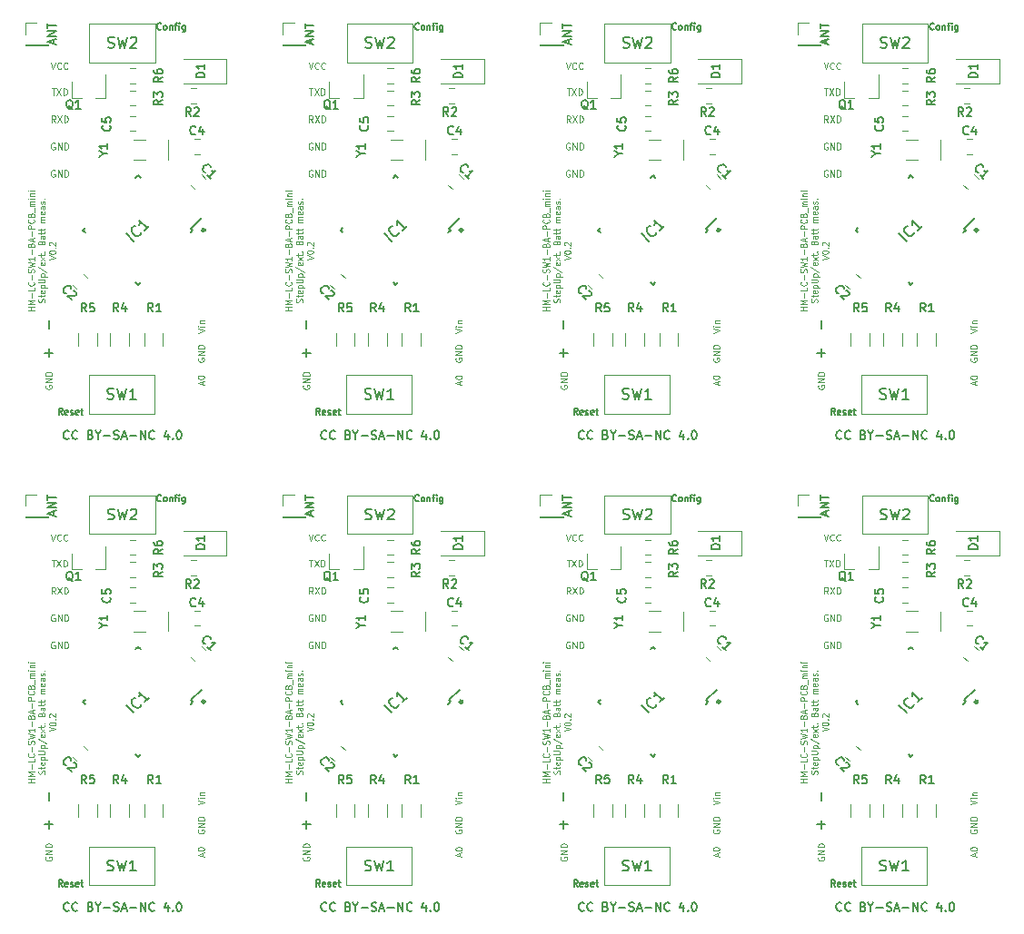
<source format=gto>
%MOIN*%
%OFA0B0*%
%FSLAX46Y46*%
%IPPOS*%
%LPD*%
%ADD10C,0.005905511811023622*%
%ADD11C,0.0039370078740157488*%
%ADD12C,0.013779527559055118*%
%ADD13C,0.0078740157480314977*%
%ADD14C,0.0047244094488188976*%
%ADD25C,0.005905511811023622*%
%ADD26C,0.0039370078740157488*%
%ADD27C,0.013779527559055118*%
%ADD28C,0.0078740157480314977*%
%ADD29C,0.0047244094488188976*%
%ADD30C,0.005905511811023622*%
%ADD31C,0.0039370078740157488*%
%ADD32C,0.013779527559055118*%
%ADD33C,0.0078740157480314977*%
%ADD34C,0.0047244094488188976*%
%ADD35C,0.005905511811023622*%
%ADD36C,0.0039370078740157488*%
%ADD37C,0.013779527559055118*%
%ADD38C,0.0078740157480314977*%
%ADD39C,0.0047244094488188976*%
%ADD40C,0.005905511811023622*%
%ADD41C,0.0039370078740157488*%
%ADD42C,0.013779527559055118*%
%ADD43C,0.0078740157480314977*%
%ADD44C,0.0047244094488188976*%
%ADD45C,0.005905511811023622*%
%ADD46C,0.0039370078740157488*%
%ADD47C,0.013779527559055118*%
%ADD48C,0.0078740157480314977*%
%ADD49C,0.0047244094488188976*%
%ADD50C,0.005905511811023622*%
%ADD51C,0.0039370078740157488*%
%ADD52C,0.013779527559055118*%
%ADD53C,0.0078740157480314977*%
%ADD54C,0.0047244094488188976*%
%ADD55C,0.005905511811023622*%
%ADD56C,0.0039370078740157488*%
%ADD57C,0.013779527559055118*%
%ADD58C,0.0078740157480314977*%
%ADD59C,0.0047244094488188976*%
D10*
X0000191319Y0000034027D02*
X0000189819Y0000032527D01*
X0000185320Y0000031027D01*
X0000182320Y0000031027D01*
X0000177821Y0000032527D01*
X0000174821Y0000035526D01*
X0000173322Y0000038526D01*
X0000171822Y0000044525D01*
X0000171822Y0000049025D01*
X0000173322Y0000055024D01*
X0000174821Y0000058024D01*
X0000177821Y0000061023D01*
X0000182320Y0000062523D01*
X0000185320Y0000062523D01*
X0000189819Y0000061023D01*
X0000191319Y0000059523D01*
X0000222815Y0000034027D02*
X0000221316Y0000032527D01*
X0000216816Y0000031027D01*
X0000213816Y0000031027D01*
X0000209317Y0000032527D01*
X0000206317Y0000035526D01*
X0000204818Y0000038526D01*
X0000203318Y0000044525D01*
X0000203318Y0000049025D01*
X0000204818Y0000055024D01*
X0000206317Y0000058024D01*
X0000209317Y0000061023D01*
X0000213816Y0000062523D01*
X0000216816Y0000062523D01*
X0000221316Y0000061023D01*
X0000222815Y0000059523D01*
X0000270809Y0000047525D02*
X0000275309Y0000046025D01*
X0000276809Y0000044525D01*
X0000278308Y0000041526D01*
X0000278308Y0000037026D01*
X0000276809Y0000034027D01*
X0000275309Y0000032527D01*
X0000272309Y0000031027D01*
X0000260311Y0000031027D01*
X0000260311Y0000062523D01*
X0000270809Y0000062523D01*
X0000273809Y0000061023D01*
X0000275309Y0000059523D01*
X0000276809Y0000056524D01*
X0000276809Y0000053524D01*
X0000275309Y0000050524D01*
X0000273809Y0000049025D01*
X0000270809Y0000047525D01*
X0000260311Y0000047525D01*
X0000297806Y0000046025D02*
X0000297806Y0000031027D01*
X0000287307Y0000062523D02*
X0000297806Y0000046025D01*
X0000308305Y0000062523D01*
X0000318803Y0000043025D02*
X0000342800Y0000043025D01*
X0000356299Y0000032527D02*
X0000360798Y0000031027D01*
X0000368297Y0000031027D01*
X0000371297Y0000032527D01*
X0000372797Y0000034027D01*
X0000374296Y0000037026D01*
X0000374296Y0000040026D01*
X0000372797Y0000043025D01*
X0000371297Y0000044525D01*
X0000368297Y0000046025D01*
X0000362298Y0000047525D01*
X0000359298Y0000049025D01*
X0000357799Y0000050524D01*
X0000356299Y0000053524D01*
X0000356299Y0000056524D01*
X0000357799Y0000059523D01*
X0000359298Y0000061023D01*
X0000362298Y0000062523D01*
X0000369797Y0000062523D01*
X0000374296Y0000061023D01*
X0000386295Y0000040026D02*
X0000401293Y0000040026D01*
X0000383295Y0000031027D02*
X0000393794Y0000062523D01*
X0000404293Y0000031027D01*
X0000414791Y0000043025D02*
X0000438788Y0000043025D01*
X0000453787Y0000031027D02*
X0000453787Y0000062523D01*
X0000471784Y0000031027D01*
X0000471784Y0000062523D01*
X0000504780Y0000034027D02*
X0000503280Y0000032527D01*
X0000498781Y0000031027D01*
X0000495781Y0000031027D01*
X0000491282Y0000032527D01*
X0000488282Y0000035526D01*
X0000486782Y0000038526D01*
X0000485283Y0000044525D01*
X0000485283Y0000049025D01*
X0000486782Y0000055024D01*
X0000488282Y0000058024D01*
X0000491282Y0000061023D01*
X0000495781Y0000062523D01*
X0000498781Y0000062523D01*
X0000503280Y0000061023D01*
X0000504780Y0000059523D01*
X0000555774Y0000052024D02*
X0000555774Y0000031027D01*
X0000548275Y0000064023D02*
X0000540776Y0000041526D01*
X0000560273Y0000041526D01*
X0000572272Y0000034027D02*
X0000573772Y0000032527D01*
X0000572272Y0000031027D01*
X0000570772Y0000032527D01*
X0000572272Y0000034027D01*
X0000572272Y0000031027D01*
X0000593269Y0000062523D02*
X0000596269Y0000062523D01*
X0000599268Y0000061023D01*
X0000600768Y0000059523D01*
X0000602268Y0000056524D01*
X0000603768Y0000050524D01*
X0000603768Y0000043025D01*
X0000602268Y0000037026D01*
X0000600768Y0000034027D01*
X0000599268Y0000032527D01*
X0000596269Y0000031027D01*
X0000593269Y0000031027D01*
X0000590269Y0000032527D01*
X0000588770Y0000034027D01*
X0000587270Y0000037026D01*
X0000585770Y0000043025D01*
X0000585770Y0000050524D01*
X0000587270Y0000056524D01*
X0000588770Y0000059523D01*
X0000590269Y0000061023D01*
X0000593269Y0000062523D01*
D11*
X0000106299Y0000229049D02*
X0000105174Y0000226799D01*
X0000105174Y0000223425D01*
X0000106299Y0000220050D01*
X0000108548Y0000217800D01*
X0000110798Y0000216676D01*
X0000115298Y0000215551D01*
X0000118672Y0000215551D01*
X0000123172Y0000216676D01*
X0000125421Y0000217800D01*
X0000127671Y0000220050D01*
X0000128796Y0000223425D01*
X0000128796Y0000225674D01*
X0000127671Y0000229049D01*
X0000126546Y0000230174D01*
X0000118672Y0000230174D01*
X0000118672Y0000225674D01*
X0000128796Y0000240298D02*
X0000105174Y0000240298D01*
X0000128796Y0000253796D01*
X0000105174Y0000253796D01*
X0000128796Y0000265044D02*
X0000105174Y0000265044D01*
X0000105174Y0000270669D01*
X0000106299Y0000274043D01*
X0000108548Y0000276293D01*
X0000110798Y0000277418D01*
X0000115298Y0000278543D01*
X0000118672Y0000278543D01*
X0000123172Y0000277418D01*
X0000125421Y0000276293D01*
X0000127671Y0000274043D01*
X0000128796Y0000270669D01*
X0000128796Y0000265044D01*
D12*
X0000688976Y0000799212D02*
G75*
G03X0000688976Y0000799212I-0000003937D01*
G01*
D13*
X0000116985Y0000435789D02*
X0000116985Y0000465785D01*
X0000116985Y0000333427D02*
X0000116985Y0000363423D01*
X0000131983Y0000348425D02*
X0000101987Y0000348425D01*
D11*
X0000063835Y0000504265D02*
X0000040213Y0000504265D01*
X0000051462Y0000504265D02*
X0000051462Y0000516638D01*
X0000063835Y0000516638D02*
X0000040213Y0000516638D01*
X0000063835Y0000526949D02*
X0000040213Y0000526949D01*
X0000057086Y0000534167D01*
X0000040213Y0000541385D01*
X0000063835Y0000541385D01*
X0000054836Y0000551696D02*
X0000054836Y0000568194D01*
X0000063835Y0000588817D02*
X0000063835Y0000578505D01*
X0000040213Y0000578505D01*
X0000061586Y0000608408D02*
X0000062710Y0000607377D01*
X0000063835Y0000604283D01*
X0000063835Y0000602221D01*
X0000062710Y0000599128D01*
X0000060461Y0000597065D01*
X0000058211Y0000596034D01*
X0000053711Y0000595003D01*
X0000050337Y0000595003D01*
X0000045837Y0000596034D01*
X0000043588Y0000597065D01*
X0000041338Y0000599128D01*
X0000040213Y0000602221D01*
X0000040213Y0000604283D01*
X0000041338Y0000607377D01*
X0000042463Y0000608408D01*
X0000054836Y0000617688D02*
X0000054836Y0000634186D01*
X0000062710Y0000643466D02*
X0000063835Y0000646559D01*
X0000063835Y0000651715D01*
X0000062710Y0000653777D01*
X0000061586Y0000654808D01*
X0000059336Y0000655839D01*
X0000057086Y0000655839D01*
X0000054836Y0000654808D01*
X0000053711Y0000653777D01*
X0000052587Y0000651715D01*
X0000051462Y0000647590D01*
X0000050337Y0000645528D01*
X0000049212Y0000644497D01*
X0000046962Y0000643466D01*
X0000044713Y0000643466D01*
X0000042463Y0000644497D01*
X0000041338Y0000645528D01*
X0000040213Y0000647590D01*
X0000040213Y0000652746D01*
X0000041338Y0000655839D01*
X0000040213Y0000663057D02*
X0000063835Y0000668213D01*
X0000046962Y0000672337D01*
X0000063835Y0000676462D01*
X0000040213Y0000681617D01*
X0000063835Y0000701209D02*
X0000063835Y0000688835D01*
X0000063835Y0000695022D02*
X0000040213Y0000695022D01*
X0000043588Y0000692960D01*
X0000045837Y0000690898D01*
X0000046962Y0000688835D01*
X0000054836Y0000710489D02*
X0000054836Y0000726987D01*
X0000051462Y0000744516D02*
X0000052587Y0000747609D01*
X0000053711Y0000748640D01*
X0000055961Y0000749671D01*
X0000059336Y0000749671D01*
X0000061586Y0000748640D01*
X0000062710Y0000747609D01*
X0000063835Y0000745547D01*
X0000063835Y0000737298D01*
X0000040213Y0000737298D01*
X0000040213Y0000744516D01*
X0000041338Y0000746578D01*
X0000042463Y0000747609D01*
X0000044713Y0000748640D01*
X0000046962Y0000748640D01*
X0000049212Y0000747609D01*
X0000050337Y0000746578D01*
X0000051462Y0000744516D01*
X0000051462Y0000737298D01*
X0000057086Y0000757920D02*
X0000057086Y0000768232D01*
X0000063835Y0000755858D02*
X0000040213Y0000763076D01*
X0000063835Y0000770294D01*
X0000054836Y0000777512D02*
X0000054836Y0000794010D01*
X0000063835Y0000804321D02*
X0000040213Y0000804321D01*
X0000040213Y0000812570D01*
X0000041338Y0000814632D01*
X0000042463Y0000815663D01*
X0000044713Y0000816694D01*
X0000048087Y0000816694D01*
X0000050337Y0000815663D01*
X0000051462Y0000814632D01*
X0000052587Y0000812570D01*
X0000052587Y0000804321D01*
X0000061586Y0000838348D02*
X0000062710Y0000837317D01*
X0000063835Y0000834223D01*
X0000063835Y0000832161D01*
X0000062710Y0000829068D01*
X0000060461Y0000827006D01*
X0000058211Y0000825974D01*
X0000053711Y0000824943D01*
X0000050337Y0000824943D01*
X0000045837Y0000825974D01*
X0000043588Y0000827006D01*
X0000041338Y0000829068D01*
X0000040213Y0000832161D01*
X0000040213Y0000834223D01*
X0000041338Y0000837317D01*
X0000042463Y0000838348D01*
X0000051462Y0000854846D02*
X0000052587Y0000857939D01*
X0000053711Y0000858970D01*
X0000055961Y0000860001D01*
X0000059336Y0000860001D01*
X0000061586Y0000858970D01*
X0000062710Y0000857939D01*
X0000063835Y0000855877D01*
X0000063835Y0000847628D01*
X0000040213Y0000847628D01*
X0000040213Y0000854846D01*
X0000041338Y0000856908D01*
X0000042463Y0000857939D01*
X0000044713Y0000858970D01*
X0000046962Y0000858970D01*
X0000049212Y0000857939D01*
X0000050337Y0000856908D01*
X0000051462Y0000854846D01*
X0000051462Y0000847628D01*
X0000066085Y0000864126D02*
X0000066085Y0000880624D01*
X0000063835Y0000885779D02*
X0000048087Y0000885779D01*
X0000050337Y0000885779D02*
X0000049212Y0000886811D01*
X0000048087Y0000888873D01*
X0000048087Y0000891966D01*
X0000049212Y0000894028D01*
X0000051462Y0000895059D01*
X0000063835Y0000895059D01*
X0000051462Y0000895059D02*
X0000049212Y0000896091D01*
X0000048087Y0000898153D01*
X0000048087Y0000901246D01*
X0000049212Y0000903308D01*
X0000051462Y0000904340D01*
X0000063835Y0000904340D01*
X0000063835Y0000914651D02*
X0000048087Y0000914651D01*
X0000040213Y0000914651D02*
X0000041338Y0000913620D01*
X0000042463Y0000914651D01*
X0000041338Y0000915682D01*
X0000040213Y0000914651D01*
X0000042463Y0000914651D01*
X0000048087Y0000924962D02*
X0000063835Y0000924962D01*
X0000050337Y0000924962D02*
X0000049212Y0000925993D01*
X0000048087Y0000928055D01*
X0000048087Y0000931149D01*
X0000049212Y0000933211D01*
X0000051462Y0000934242D01*
X0000063835Y0000934242D01*
X0000063835Y0000944553D02*
X0000048087Y0000944553D01*
X0000040213Y0000944553D02*
X0000041338Y0000943522D01*
X0000042463Y0000944553D01*
X0000041338Y0000945584D01*
X0000040213Y0000944553D01*
X0000042463Y0000944553D01*
X0000102080Y0000534167D02*
X0000103205Y0000537260D01*
X0000103205Y0000542416D01*
X0000102080Y0000544478D01*
X0000100956Y0000545509D01*
X0000098706Y0000546541D01*
X0000096456Y0000546541D01*
X0000094206Y0000545509D01*
X0000093082Y0000544478D01*
X0000091957Y0000542416D01*
X0000090832Y0000538292D01*
X0000089707Y0000536229D01*
X0000088582Y0000535198D01*
X0000086332Y0000534167D01*
X0000084083Y0000534167D01*
X0000081833Y0000535198D01*
X0000080708Y0000536229D01*
X0000079583Y0000538292D01*
X0000079583Y0000543447D01*
X0000080708Y0000546541D01*
X0000087457Y0000552727D02*
X0000087457Y0000560976D01*
X0000079583Y0000555821D02*
X0000099831Y0000555821D01*
X0000102080Y0000556852D01*
X0000103205Y0000558914D01*
X0000103205Y0000560976D01*
X0000102080Y0000576443D02*
X0000103205Y0000574381D01*
X0000103205Y0000570256D01*
X0000102080Y0000568194D01*
X0000099831Y0000567163D01*
X0000090832Y0000567163D01*
X0000088582Y0000568194D01*
X0000087457Y0000570256D01*
X0000087457Y0000574381D01*
X0000088582Y0000576443D01*
X0000090832Y0000577474D01*
X0000093082Y0000577474D01*
X0000095331Y0000567163D01*
X0000087457Y0000586754D02*
X0000111079Y0000586754D01*
X0000088582Y0000586754D02*
X0000087457Y0000588817D01*
X0000087457Y0000592941D01*
X0000088582Y0000595003D01*
X0000089707Y0000596034D01*
X0000091957Y0000597065D01*
X0000098706Y0000597065D01*
X0000100956Y0000596034D01*
X0000102080Y0000595003D01*
X0000103205Y0000592941D01*
X0000103205Y0000588817D01*
X0000102080Y0000586754D01*
X0000079583Y0000606346D02*
X0000098706Y0000606346D01*
X0000100956Y0000607377D01*
X0000102080Y0000608408D01*
X0000103205Y0000610470D01*
X0000103205Y0000614595D01*
X0000102080Y0000616657D01*
X0000100956Y0000617688D01*
X0000098706Y0000618719D01*
X0000079583Y0000618719D01*
X0000087457Y0000629030D02*
X0000111079Y0000629030D01*
X0000088582Y0000629030D02*
X0000087457Y0000631092D01*
X0000087457Y0000635217D01*
X0000088582Y0000637279D01*
X0000089707Y0000638310D01*
X0000091957Y0000639341D01*
X0000098706Y0000639341D01*
X0000100956Y0000638310D01*
X0000102080Y0000637279D01*
X0000103205Y0000635217D01*
X0000103205Y0000631092D01*
X0000102080Y0000629030D01*
X0000078458Y0000664088D02*
X0000108830Y0000645528D01*
X0000102080Y0000679555D02*
X0000103205Y0000677493D01*
X0000103205Y0000673368D01*
X0000102080Y0000671306D01*
X0000099831Y0000670275D01*
X0000090832Y0000670275D01*
X0000088582Y0000671306D01*
X0000087457Y0000673368D01*
X0000087457Y0000677493D01*
X0000088582Y0000679555D01*
X0000090832Y0000680586D01*
X0000093082Y0000680586D01*
X0000095331Y0000670275D01*
X0000103205Y0000687804D02*
X0000087457Y0000699147D01*
X0000087457Y0000687804D02*
X0000103205Y0000699147D01*
X0000087457Y0000704302D02*
X0000087457Y0000712551D01*
X0000079583Y0000707395D02*
X0000099831Y0000707395D01*
X0000102080Y0000708427D01*
X0000103205Y0000710489D01*
X0000103205Y0000712551D01*
X0000100956Y0000719769D02*
X0000102080Y0000720800D01*
X0000103205Y0000719769D01*
X0000102080Y0000718738D01*
X0000100956Y0000719769D01*
X0000103205Y0000719769D01*
X0000090832Y0000753796D02*
X0000091957Y0000756889D01*
X0000093082Y0000757920D01*
X0000095331Y0000758952D01*
X0000098706Y0000758952D01*
X0000100956Y0000757920D01*
X0000102080Y0000756889D01*
X0000103205Y0000754827D01*
X0000103205Y0000746578D01*
X0000079583Y0000746578D01*
X0000079583Y0000753796D01*
X0000080708Y0000755858D01*
X0000081833Y0000756889D01*
X0000084083Y0000757920D01*
X0000086332Y0000757920D01*
X0000088582Y0000756889D01*
X0000089707Y0000755858D01*
X0000090832Y0000753796D01*
X0000090832Y0000746578D01*
X0000103205Y0000777512D02*
X0000090832Y0000777512D01*
X0000088582Y0000776481D01*
X0000087457Y0000774418D01*
X0000087457Y0000770294D01*
X0000088582Y0000768232D01*
X0000102080Y0000777512D02*
X0000103205Y0000775449D01*
X0000103205Y0000770294D01*
X0000102080Y0000768232D01*
X0000099831Y0000767200D01*
X0000097581Y0000767200D01*
X0000095331Y0000768232D01*
X0000094206Y0000770294D01*
X0000094206Y0000775449D01*
X0000093082Y0000777512D01*
X0000087457Y0000784730D02*
X0000087457Y0000792979D01*
X0000079583Y0000787823D02*
X0000099831Y0000787823D01*
X0000102080Y0000788854D01*
X0000103205Y0000790916D01*
X0000103205Y0000792979D01*
X0000087457Y0000797103D02*
X0000087457Y0000805352D01*
X0000079583Y0000800196D02*
X0000099831Y0000800196D01*
X0000102080Y0000801227D01*
X0000103205Y0000803290D01*
X0000103205Y0000805352D01*
X0000103205Y0000829068D02*
X0000087457Y0000829068D01*
X0000089707Y0000829068D02*
X0000088582Y0000830099D01*
X0000087457Y0000832161D01*
X0000087457Y0000835255D01*
X0000088582Y0000837317D01*
X0000090832Y0000838348D01*
X0000103205Y0000838348D01*
X0000090832Y0000838348D02*
X0000088582Y0000839379D01*
X0000087457Y0000841441D01*
X0000087457Y0000844535D01*
X0000088582Y0000846597D01*
X0000090832Y0000847628D01*
X0000103205Y0000847628D01*
X0000102080Y0000866188D02*
X0000103205Y0000864126D01*
X0000103205Y0000860001D01*
X0000102080Y0000857939D01*
X0000099831Y0000856908D01*
X0000090832Y0000856908D01*
X0000088582Y0000857939D01*
X0000087457Y0000860001D01*
X0000087457Y0000864126D01*
X0000088582Y0000866188D01*
X0000090832Y0000867219D01*
X0000093082Y0000867219D01*
X0000095331Y0000856908D01*
X0000103205Y0000885779D02*
X0000090832Y0000885779D01*
X0000088582Y0000884748D01*
X0000087457Y0000882686D01*
X0000087457Y0000878562D01*
X0000088582Y0000876499D01*
X0000102080Y0000885779D02*
X0000103205Y0000883717D01*
X0000103205Y0000878562D01*
X0000102080Y0000876499D01*
X0000099831Y0000875468D01*
X0000097581Y0000875468D01*
X0000095331Y0000876499D01*
X0000094206Y0000878562D01*
X0000094206Y0000883717D01*
X0000093082Y0000885779D01*
X0000102080Y0000895059D02*
X0000103205Y0000897122D01*
X0000103205Y0000901246D01*
X0000102080Y0000903308D01*
X0000099831Y0000904340D01*
X0000098706Y0000904340D01*
X0000096456Y0000903308D01*
X0000095331Y0000901246D01*
X0000095331Y0000898153D01*
X0000094206Y0000896091D01*
X0000091957Y0000895059D01*
X0000090832Y0000895059D01*
X0000088582Y0000896091D01*
X0000087457Y0000898153D01*
X0000087457Y0000901246D01*
X0000088582Y0000903308D01*
X0000100956Y0000913620D02*
X0000102080Y0000914651D01*
X0000103205Y0000913620D01*
X0000102080Y0000912589D01*
X0000100956Y0000913620D01*
X0000103205Y0000913620D01*
X0000118953Y0000691413D02*
X0000142575Y0000698631D01*
X0000118953Y0000705849D01*
X0000118953Y0000717191D02*
X0000118953Y0000719253D01*
X0000120078Y0000721316D01*
X0000121203Y0000722347D01*
X0000123453Y0000723378D01*
X0000127952Y0000724409D01*
X0000133577Y0000724409D01*
X0000138076Y0000723378D01*
X0000140326Y0000722347D01*
X0000141451Y0000721316D01*
X0000142575Y0000719253D01*
X0000142575Y0000717191D01*
X0000141451Y0000715129D01*
X0000140326Y0000714098D01*
X0000138076Y0000713067D01*
X0000133577Y0000712035D01*
X0000127952Y0000712035D01*
X0000123453Y0000713067D01*
X0000121203Y0000714098D01*
X0000120078Y0000715129D01*
X0000118953Y0000717191D01*
X0000140326Y0000733689D02*
X0000141451Y0000734720D01*
X0000142575Y0000733689D01*
X0000141451Y0000732658D01*
X0000140326Y0000733689D01*
X0000142575Y0000733689D01*
X0000121203Y0000742969D02*
X0000120078Y0000744000D01*
X0000118953Y0000746062D01*
X0000118953Y0000751218D01*
X0000120078Y0000753280D01*
X0000121203Y0000754311D01*
X0000123453Y0000755343D01*
X0000125703Y0000755343D01*
X0000129077Y0000754311D01*
X0000142575Y0000741938D01*
X0000142575Y0000755343D01*
X0000664229Y0000422075D02*
X0000687851Y0000429949D01*
X0000664229Y0000437823D01*
X0000687851Y0000445697D02*
X0000672103Y0000445697D01*
X0000664229Y0000445697D02*
X0000665354Y0000444572D01*
X0000666479Y0000445697D01*
X0000665354Y0000446822D01*
X0000664229Y0000445697D01*
X0000666479Y0000445697D01*
X0000672103Y0000456946D02*
X0000687851Y0000456946D01*
X0000674353Y0000456946D02*
X0000673228Y0000458070D01*
X0000672103Y0000460320D01*
X0000672103Y0000463695D01*
X0000673228Y0000465944D01*
X0000675477Y0000467069D01*
X0000687851Y0000467069D01*
X0000681102Y0000231886D02*
X0000681102Y0000243135D01*
X0000687851Y0000229637D02*
X0000664229Y0000237511D01*
X0000687851Y0000245385D01*
X0000664229Y0000257758D02*
X0000664229Y0000260008D01*
X0000665354Y0000262258D01*
X0000666479Y0000263383D01*
X0000668728Y0000264507D01*
X0000673228Y0000265632D01*
X0000678852Y0000265632D01*
X0000683352Y0000264507D01*
X0000685601Y0000263383D01*
X0000686726Y0000262258D01*
X0000687851Y0000260008D01*
X0000687851Y0000257758D01*
X0000686726Y0000255509D01*
X0000685601Y0000254384D01*
X0000683352Y0000253259D01*
X0000678852Y0000252134D01*
X0000673228Y0000252134D01*
X0000668728Y0000253259D01*
X0000666479Y0000254384D01*
X0000665354Y0000255509D01*
X0000664229Y0000257758D01*
X0000665354Y0000328458D02*
X0000664229Y0000326209D01*
X0000664229Y0000322834D01*
X0000665354Y0000319460D01*
X0000667604Y0000317210D01*
X0000669853Y0000316085D01*
X0000674353Y0000314960D01*
X0000677727Y0000314960D01*
X0000682227Y0000316085D01*
X0000684476Y0000317210D01*
X0000686726Y0000319460D01*
X0000687851Y0000322834D01*
X0000687851Y0000325084D01*
X0000686726Y0000328458D01*
X0000685601Y0000329583D01*
X0000677727Y0000329583D01*
X0000677727Y0000325084D01*
X0000687851Y0000339707D02*
X0000664229Y0000339707D01*
X0000687851Y0000353205D01*
X0000664229Y0000353205D01*
X0000687851Y0000364454D02*
X0000664229Y0000364454D01*
X0000664229Y0000370078D01*
X0000665354Y0000373453D01*
X0000667604Y0000375703D01*
X0000669853Y0000376827D01*
X0000674353Y0000377952D01*
X0000677727Y0000377952D01*
X0000682227Y0000376827D01*
X0000684476Y0000375703D01*
X0000686726Y0000373453D01*
X0000687851Y0000370078D01*
X0000687851Y0000364454D01*
X0000139088Y0001018070D02*
X0000136839Y0001019195D01*
X0000133464Y0001019195D01*
X0000130089Y0001018070D01*
X0000127840Y0001015821D01*
X0000126715Y0001013571D01*
X0000125590Y0001009072D01*
X0000125590Y0001005697D01*
X0000126715Y0001001197D01*
X0000127840Y0000998948D01*
X0000130089Y0000996698D01*
X0000133464Y0000995573D01*
X0000135714Y0000995573D01*
X0000139088Y0000996698D01*
X0000140213Y0000997823D01*
X0000140213Y0001005697D01*
X0000135714Y0001005697D01*
X0000150337Y0000995573D02*
X0000150337Y0001019195D01*
X0000163835Y0000995573D01*
X0000163835Y0001019195D01*
X0000175084Y0000995573D02*
X0000175084Y0001019195D01*
X0000180708Y0001019195D01*
X0000184083Y0001018070D01*
X0000186332Y0001015821D01*
X0000187457Y0001013571D01*
X0000188582Y0001009072D01*
X0000188582Y0001005697D01*
X0000187457Y0001001197D01*
X0000186332Y0000998948D01*
X0000184083Y0000996698D01*
X0000180708Y0000995573D01*
X0000175084Y0000995573D01*
X0000139088Y0001118070D02*
X0000136839Y0001119195D01*
X0000133464Y0001119195D01*
X0000130089Y0001118070D01*
X0000127840Y0001115821D01*
X0000126715Y0001113571D01*
X0000125590Y0001109072D01*
X0000125590Y0001105697D01*
X0000126715Y0001101197D01*
X0000127840Y0001098948D01*
X0000130089Y0001096698D01*
X0000133464Y0001095573D01*
X0000135714Y0001095573D01*
X0000139088Y0001096698D01*
X0000140213Y0001097823D01*
X0000140213Y0001105697D01*
X0000135714Y0001105697D01*
X0000150337Y0001095573D02*
X0000150337Y0001119195D01*
X0000163835Y0001095573D01*
X0000163835Y0001119195D01*
X0000175084Y0001095573D02*
X0000175084Y0001119195D01*
X0000180708Y0001119195D01*
X0000184083Y0001118070D01*
X0000186332Y0001115821D01*
X0000187457Y0001113571D01*
X0000188582Y0001109072D01*
X0000188582Y0001105697D01*
X0000187457Y0001101197D01*
X0000186332Y0001098948D01*
X0000184083Y0001096698D01*
X0000180708Y0001095573D01*
X0000175084Y0001095573D01*
X0000141338Y0001195573D02*
X0000133464Y0001206822D01*
X0000127840Y0001195573D02*
X0000127840Y0001219195D01*
X0000136839Y0001219195D01*
X0000139088Y0001218070D01*
X0000140213Y0001216945D01*
X0000141338Y0001214696D01*
X0000141338Y0001211321D01*
X0000140213Y0001209072D01*
X0000139088Y0001207947D01*
X0000136839Y0001206822D01*
X0000127840Y0001206822D01*
X0000149212Y0001219195D02*
X0000164960Y0001195573D01*
X0000164960Y0001219195D02*
X0000149212Y0001195573D01*
X0000173959Y0001195573D02*
X0000173959Y0001219195D01*
X0000179583Y0001219195D01*
X0000182958Y0001218070D01*
X0000185208Y0001215821D01*
X0000186332Y0001213571D01*
X0000187457Y0001209072D01*
X0000187457Y0001205697D01*
X0000186332Y0001201197D01*
X0000185208Y0001198948D01*
X0000182958Y0001196698D01*
X0000179583Y0001195573D01*
X0000173959Y0001195573D01*
X0000127277Y0001319195D02*
X0000140776Y0001319195D01*
X0000134026Y0001295573D02*
X0000134026Y0001319195D01*
X0000146400Y0001319195D02*
X0000162148Y0001295573D01*
X0000162148Y0001319195D02*
X0000146400Y0001295573D01*
X0000171147Y0001295573D02*
X0000171147Y0001319195D01*
X0000176771Y0001319195D01*
X0000180146Y0001318070D01*
X0000182395Y0001315821D01*
X0000183520Y0001313571D01*
X0000184645Y0001309071D01*
X0000184645Y0001305697D01*
X0000183520Y0001301197D01*
X0000182395Y0001298948D01*
X0000180146Y0001296698D01*
X0000176771Y0001295573D01*
X0000171147Y0001295573D01*
X0000125590Y0001414195D02*
X0000133464Y0001390573D01*
X0000141338Y0001414195D01*
X0000162710Y0001392823D02*
X0000161586Y0001391698D01*
X0000158211Y0001390573D01*
X0000155961Y0001390573D01*
X0000152587Y0001391698D01*
X0000150337Y0001393948D01*
X0000149212Y0001396197D01*
X0000148087Y0001400697D01*
X0000148087Y0001404071D01*
X0000149212Y0001408571D01*
X0000150337Y0001410821D01*
X0000152587Y0001413070D01*
X0000155961Y0001414195D01*
X0000158211Y0001414195D01*
X0000161586Y0001413070D01*
X0000162710Y0001411946D01*
X0000186332Y0001392823D02*
X0000185208Y0001391698D01*
X0000181833Y0001390573D01*
X0000179583Y0001390573D01*
X0000176209Y0001391698D01*
X0000173959Y0001393948D01*
X0000172834Y0001396197D01*
X0000171709Y0001400697D01*
X0000171709Y0001404071D01*
X0000172834Y0001408571D01*
X0000173959Y0001410821D01*
X0000176209Y0001413070D01*
X0000179583Y0001414195D01*
X0000181833Y0001414195D01*
X0000185208Y0001413070D01*
X0000186332Y0001411946D01*
D14*
X0000205244Y0000597743D02*
X0000219790Y0000583197D01*
X0000244776Y0000637274D02*
X0000259322Y0000622728D01*
X0000638315Y0000963885D02*
X0000652861Y0000949339D01*
X0000677846Y0001003416D02*
X0000692392Y0000988870D01*
X0000414911Y0001162992D02*
X0000435482Y0001162992D01*
X0000414911Y0001218897D02*
X0000435482Y0001218897D01*
X0000555118Y0001059055D02*
X0000555118Y0001129921D01*
X0000470472Y0001131889D02*
X0000427165Y0001131889D01*
X0000470472Y0001057086D02*
X0000427165Y0001057086D01*
X0000651131Y0001078346D02*
X0000671702Y0001078346D01*
X0000651131Y0001134251D02*
X0000671702Y0001134251D01*
X0000435482Y0001394094D02*
X0000414911Y0001394094D01*
X0000435482Y0001338188D02*
X0000414911Y0001338188D01*
X0000414911Y0001256496D02*
X0000435482Y0001256496D01*
X0000414911Y0001312401D02*
X0000435482Y0001312401D01*
X0000201574Y0001285039D02*
X0000201574Y0001342519D01*
X0000325984Y0001285039D02*
X0000325984Y0001370078D01*
X0000325984Y0001285039D02*
X0000289370Y0001285039D01*
X0000201574Y0001285039D02*
X0000238188Y0001285039D01*
X0000639320Y0001263385D02*
X0000659891Y0001263385D01*
X0000639320Y0001319291D02*
X0000659891Y0001319291D01*
X0000770078Y0001426574D02*
X0000610236Y0001426574D01*
X0000770078Y0001337204D02*
X0000770078Y0001426574D01*
X0000610236Y0001337204D02*
X0000770078Y0001337204D01*
D10*
X0000646418Y0000798759D02*
X0000640154Y0000805023D01*
X0000444586Y0000596928D02*
X0000435538Y0000605975D01*
X0000242754Y0000798759D02*
X0000251802Y0000789712D01*
X0000444586Y0001000591D02*
X0000453634Y0000991543D01*
X0000646418Y0000798759D02*
X0000637370Y0000789712D01*
X0000444586Y0001000591D02*
X0000435538Y0000991543D01*
X0000242754Y0000798759D02*
X0000251802Y0000807807D01*
X0000444586Y0000596928D02*
X0000453634Y0000605975D01*
X0000640154Y0000805023D02*
X0000679824Y0000844693D01*
D14*
X0000505059Y0000267519D02*
X0000505059Y0000124999D01*
X0000264114Y0000267519D02*
X0000505059Y0000267519D01*
X0000264114Y0000124999D02*
X0000264114Y0000267519D01*
X0000505059Y0000124999D02*
X0000264114Y0000124999D01*
X0000266614Y0001557519D02*
X0000507559Y0001557519D01*
X0000507559Y0001557519D02*
X0000507559Y0001415000D01*
X0000507559Y0001415000D02*
X0000266614Y0001415000D01*
X0000266614Y0001415000D02*
X0000266614Y0001557519D01*
X0000467322Y0000375000D02*
X0000467322Y0000422244D01*
X0000536614Y0000422244D02*
X0000536614Y0000375000D01*
X0000030354Y0001479389D02*
X0000030354Y0001477027D01*
X0000030354Y0001477027D02*
X0000113818Y0001477027D01*
X0000113818Y0001477027D02*
X0000113818Y0001479389D01*
X0000113818Y0001479389D02*
X0000030354Y0001479389D01*
X0000030354Y0001518759D02*
X0000030354Y0001560492D01*
X0000030354Y0001560492D02*
X0000072086Y0001560492D01*
X0000343307Y0000375137D02*
X0000343307Y0000422381D01*
X0000412598Y0000422381D02*
X0000412598Y0000375137D01*
X0000294732Y0000422031D02*
X0000294732Y0000374787D01*
X0000225440Y0000374787D02*
X0000225440Y0000422031D01*
D10*
X0000181247Y0000566624D02*
X0000179126Y0000566624D01*
X0000174884Y0000568745D01*
X0000172763Y0000570866D01*
X0000170642Y0000575108D01*
X0000170642Y0000579350D01*
X0000171702Y0000582531D01*
X0000174884Y0000587834D01*
X0000178065Y0000591016D01*
X0000183368Y0000594197D01*
X0000186550Y0000595258D01*
X0000190792Y0000595258D01*
X0000195034Y0000593137D01*
X0000197155Y0000591016D01*
X0000199276Y0000586774D01*
X0000199276Y0000584653D01*
X0000207760Y0000576168D02*
X0000209881Y0000576168D01*
X0000213063Y0000575108D01*
X0000218365Y0000569805D01*
X0000219426Y0000566624D01*
X0000219426Y0000564502D01*
X0000218365Y0000561321D01*
X0000216244Y0000559200D01*
X0000212002Y0000557079D01*
X0000186550Y0000557079D01*
X0000200337Y0000543292D01*
X0000693058Y0001011505D02*
X0000690937Y0001011505D01*
X0000686695Y0001013627D01*
X0000684574Y0001015748D01*
X0000682453Y0001019990D01*
X0000682453Y0001024232D01*
X0000683513Y0001027413D01*
X0000686695Y0001032716D01*
X0000689876Y0001035898D01*
X0000695179Y0001039079D01*
X0000698361Y0001040140D01*
X0000702603Y0001040140D01*
X0000706845Y0001038019D01*
X0000708966Y0001035898D01*
X0000711087Y0001031655D01*
X0000711087Y0001029534D01*
X0000712148Y0000988174D02*
X0000699421Y0001000900D01*
X0000705784Y0000994537D02*
X0000728055Y0001016808D01*
X0000722753Y0001015747D01*
X0000718511Y0001015747D01*
X0000715329Y0001016808D01*
X0000341957Y0001183727D02*
X0000343457Y0001182227D01*
X0000344956Y0001177727D01*
X0000344956Y0001174728D01*
X0000343457Y0001170228D01*
X0000340457Y0001167229D01*
X0000337457Y0001165729D01*
X0000331458Y0001164229D01*
X0000326959Y0001164229D01*
X0000320959Y0001165729D01*
X0000317960Y0001167229D01*
X0000314960Y0001170228D01*
X0000313460Y0001174728D01*
X0000313460Y0001177727D01*
X0000314960Y0001182227D01*
X0000316460Y0001183727D01*
X0000313460Y0001212223D02*
X0000313460Y0001197225D01*
X0000328458Y0001195725D01*
X0000326959Y0001197225D01*
X0000325459Y0001200225D01*
X0000325459Y0001207724D01*
X0000326959Y0001210723D01*
X0000328458Y0001212223D01*
X0000331458Y0001213723D01*
X0000338957Y0001213723D01*
X0000341957Y0001212223D01*
X0000343457Y0001210723D01*
X0000344956Y0001207724D01*
X0000344956Y0001200225D01*
X0000343457Y0001197225D01*
X0000341957Y0001195725D01*
X0000318147Y0001079490D02*
X0000333145Y0001079490D01*
X0000301649Y0001068991D02*
X0000318147Y0001079490D01*
X0000301649Y0001089988D01*
X0000333145Y0001116985D02*
X0000333145Y0001098987D01*
X0000333145Y0001107986D02*
X0000301649Y0001107986D01*
X0000306149Y0001104986D01*
X0000309148Y0001101987D01*
X0000310648Y0001098987D01*
X0000656167Y0001152137D02*
X0000654668Y0001150637D01*
X0000650168Y0001149137D01*
X0000647169Y0001149137D01*
X0000642669Y0001150637D01*
X0000639670Y0001153637D01*
X0000638170Y0001156636D01*
X0000636670Y0001162635D01*
X0000636670Y0001167135D01*
X0000638170Y0001173134D01*
X0000639670Y0001176134D01*
X0000642669Y0001179133D01*
X0000647169Y0001180633D01*
X0000650168Y0001180633D01*
X0000654668Y0001179133D01*
X0000656167Y0001177634D01*
X0000683164Y0001170135D02*
X0000683164Y0001149137D01*
X0000675665Y0001182133D02*
X0000668166Y0001159636D01*
X0000687664Y0001159636D01*
X0000533933Y0001360892D02*
X0000518935Y0001350393D01*
X0000533933Y0001342894D02*
X0000502437Y0001342894D01*
X0000502437Y0001354893D01*
X0000503937Y0001357892D01*
X0000505436Y0001359392D01*
X0000508436Y0001360892D01*
X0000512935Y0001360892D01*
X0000515935Y0001359392D01*
X0000517435Y0001357892D01*
X0000518935Y0001354893D01*
X0000518935Y0001342894D01*
X0000502437Y0001387889D02*
X0000502437Y0001381889D01*
X0000503937Y0001378890D01*
X0000505436Y0001377390D01*
X0000509936Y0001374390D01*
X0000515935Y0001372890D01*
X0000527933Y0001372890D01*
X0000530933Y0001374390D01*
X0000532433Y0001375890D01*
X0000533933Y0001378890D01*
X0000533933Y0001384889D01*
X0000532433Y0001387889D01*
X0000530933Y0001389388D01*
X0000527933Y0001390888D01*
X0000520434Y0001390888D01*
X0000517435Y0001389388D01*
X0000515935Y0001387889D01*
X0000514435Y0001384889D01*
X0000514435Y0001378890D01*
X0000515935Y0001375890D01*
X0000517435Y0001374390D01*
X0000520434Y0001372890D01*
X0000533933Y0001277230D02*
X0000518935Y0001266732D01*
X0000533933Y0001259233D02*
X0000502437Y0001259233D01*
X0000502437Y0001271231D01*
X0000503937Y0001274231D01*
X0000505436Y0001275731D01*
X0000508436Y0001277230D01*
X0000512935Y0001277230D01*
X0000515935Y0001275731D01*
X0000517435Y0001274231D01*
X0000518935Y0001271231D01*
X0000518935Y0001259233D01*
X0000502437Y0001287729D02*
X0000502437Y0001307227D01*
X0000514435Y0001296728D01*
X0000514435Y0001301227D01*
X0000515935Y0001304227D01*
X0000517435Y0001305727D01*
X0000520434Y0001307227D01*
X0000527933Y0001307227D01*
X0000530933Y0001305727D01*
X0000532433Y0001304227D01*
X0000533933Y0001301227D01*
X0000533933Y0001292229D01*
X0000532433Y0001289229D01*
X0000530933Y0001287729D01*
X0000205661Y0001242594D02*
X0000202662Y0001244094D01*
X0000199662Y0001247094D01*
X0000195163Y0001251593D01*
X0000192163Y0001253093D01*
X0000189163Y0001253093D01*
X0000190663Y0001245594D02*
X0000187663Y0001247094D01*
X0000184664Y0001250093D01*
X0000183164Y0001256092D01*
X0000183164Y0001266591D01*
X0000184664Y0001272590D01*
X0000187663Y0001275590D01*
X0000190663Y0001277090D01*
X0000196662Y0001277090D01*
X0000199662Y0001275590D01*
X0000202662Y0001272590D01*
X0000204161Y0001266591D01*
X0000204161Y0001256092D01*
X0000202662Y0001250093D01*
X0000199662Y0001247094D01*
X0000196662Y0001245594D01*
X0000190663Y0001245594D01*
X0000234158Y0001245594D02*
X0000216160Y0001245594D01*
X0000225159Y0001245594D02*
X0000225159Y0001277090D01*
X0000222159Y0001272590D01*
X0000219160Y0001269591D01*
X0000216160Y0001268091D01*
X0000638451Y0001218035D02*
X0000627952Y0001233033D01*
X0000620453Y0001218035D02*
X0000620453Y0001249531D01*
X0000632452Y0001249531D01*
X0000635451Y0001248031D01*
X0000636951Y0001246531D01*
X0000638451Y0001243532D01*
X0000638451Y0001239032D01*
X0000636951Y0001236033D01*
X0000635451Y0001234533D01*
X0000632452Y0001233033D01*
X0000620453Y0001233033D01*
X0000650449Y0001246531D02*
X0000651949Y0001248031D01*
X0000654949Y0001249531D01*
X0000662448Y0001249531D01*
X0000665447Y0001248031D01*
X0000666947Y0001246531D01*
X0000668447Y0001243532D01*
X0000668447Y0001240532D01*
X0000666947Y0001236033D01*
X0000648950Y0001218035D01*
X0000668447Y0001218035D01*
X0000689445Y0001360611D02*
X0000657948Y0001360611D01*
X0000657948Y0001368110D01*
X0000659448Y0001372609D01*
X0000662448Y0001375609D01*
X0000665447Y0001377109D01*
X0000671447Y0001378608D01*
X0000675946Y0001378608D01*
X0000681945Y0001377109D01*
X0000684945Y0001375609D01*
X0000687945Y0001372609D01*
X0000689445Y0001368110D01*
X0000689445Y0001360611D01*
X0000689445Y0001408605D02*
X0000689445Y0001390607D01*
X0000689445Y0001399606D02*
X0000657948Y0001399606D01*
X0000662448Y0001396606D01*
X0000665447Y0001393607D01*
X0000666947Y0001390607D01*
X0000430004Y0000758990D02*
X0000402165Y0000786828D01*
X0000456517Y0000790805D02*
X0000456517Y0000788154D01*
X0000453866Y0000782851D01*
X0000451214Y0000780200D01*
X0000445912Y0000777549D01*
X0000440609Y0000777549D01*
X0000436632Y0000778874D01*
X0000430004Y0000782851D01*
X0000426027Y0000786828D01*
X0000422050Y0000793457D01*
X0000420724Y0000797434D01*
X0000420724Y0000802736D01*
X0000423375Y0000808039D01*
X0000426027Y0000810690D01*
X0000431330Y0000813342D01*
X0000433981Y0000813342D01*
X0000485682Y0000814667D02*
X0000469774Y0000798759D01*
X0000477728Y0000806713D02*
X0000449889Y0000834552D01*
X0000451214Y0000827924D01*
X0000451214Y0000822621D01*
X0000449889Y0000818644D01*
X0000332093Y0000180324D02*
X0000337717Y0000178449D01*
X0000347091Y0000178449D01*
X0000350840Y0000180324D01*
X0000352715Y0000182199D01*
X0000354590Y0000185948D01*
X0000354590Y0000189698D01*
X0000352715Y0000193447D01*
X0000350840Y0000195322D01*
X0000347091Y0000197197D01*
X0000339592Y0000199071D01*
X0000335842Y0000200946D01*
X0000333967Y0000202821D01*
X0000332093Y0000206571D01*
X0000332093Y0000210320D01*
X0000333967Y0000214070D01*
X0000335842Y0000215944D01*
X0000339592Y0000217819D01*
X0000348966Y0000217819D01*
X0000354590Y0000215944D01*
X0000367713Y0000217819D02*
X0000377087Y0000178449D01*
X0000384586Y0000206571D01*
X0000392085Y0000178449D01*
X0000401459Y0000217819D01*
X0000437080Y0000178449D02*
X0000414582Y0000178449D01*
X0000425831Y0000178449D02*
X0000425831Y0000217819D01*
X0000422081Y0000212195D01*
X0000418332Y0000208445D01*
X0000414582Y0000206571D01*
X0000167603Y0000121203D02*
X0000159729Y0000132452D01*
X0000154105Y0000121203D02*
X0000154105Y0000144825D01*
X0000163104Y0000144825D01*
X0000165354Y0000143700D01*
X0000166479Y0000142575D01*
X0000167603Y0000140326D01*
X0000167603Y0000136951D01*
X0000166479Y0000134701D01*
X0000165354Y0000133577D01*
X0000163104Y0000132452D01*
X0000154105Y0000132452D01*
X0000186726Y0000122328D02*
X0000184476Y0000121203D01*
X0000179977Y0000121203D01*
X0000177727Y0000122328D01*
X0000176602Y0000124578D01*
X0000176602Y0000133577D01*
X0000177727Y0000135826D01*
X0000179977Y0000136951D01*
X0000184476Y0000136951D01*
X0000186726Y0000135826D01*
X0000187851Y0000133577D01*
X0000187851Y0000131327D01*
X0000176602Y0000129077D01*
X0000196850Y0000122328D02*
X0000199100Y0000121203D01*
X0000203599Y0000121203D01*
X0000205849Y0000122328D01*
X0000206974Y0000124578D01*
X0000206974Y0000125703D01*
X0000205849Y0000127952D01*
X0000203599Y0000129077D01*
X0000200224Y0000129077D01*
X0000197975Y0000130202D01*
X0000196850Y0000132452D01*
X0000196850Y0000133577D01*
X0000197975Y0000135826D01*
X0000200224Y0000136951D01*
X0000203599Y0000136951D01*
X0000205849Y0000135826D01*
X0000226096Y0000122328D02*
X0000223846Y0000121203D01*
X0000219347Y0000121203D01*
X0000217097Y0000122328D01*
X0000215972Y0000124578D01*
X0000215972Y0000133577D01*
X0000217097Y0000135826D01*
X0000219347Y0000136951D01*
X0000223846Y0000136951D01*
X0000226096Y0000135826D01*
X0000227221Y0000133577D01*
X0000227221Y0000131327D01*
X0000215972Y0000129077D01*
X0000233970Y0000136951D02*
X0000242969Y0000136951D01*
X0000237345Y0000144825D02*
X0000237345Y0000124578D01*
X0000238470Y0000122328D01*
X0000240719Y0000121203D01*
X0000242969Y0000121203D01*
X0000334593Y0001470324D02*
X0000340217Y0001468449D01*
X0000349591Y0001468449D01*
X0000353340Y0001470324D01*
X0000355215Y0001472199D01*
X0000357090Y0001475948D01*
X0000357090Y0001479698D01*
X0000355215Y0001483447D01*
X0000353340Y0001485322D01*
X0000349591Y0001487197D01*
X0000342092Y0001489072D01*
X0000338342Y0001490946D01*
X0000336467Y0001492821D01*
X0000334593Y0001496571D01*
X0000334593Y0001500320D01*
X0000336467Y0001504070D01*
X0000338342Y0001505944D01*
X0000342092Y0001507819D01*
X0000351466Y0001507819D01*
X0000357090Y0001505944D01*
X0000370213Y0001507819D02*
X0000379587Y0001468449D01*
X0000387086Y0001496571D01*
X0000394585Y0001468449D01*
X0000403959Y0001507819D01*
X0000417082Y0001504070D02*
X0000418957Y0001505944D01*
X0000422707Y0001507819D01*
X0000432080Y0001507819D01*
X0000435830Y0001505944D01*
X0000437705Y0001504070D01*
X0000439580Y0001500320D01*
X0000439580Y0001496571D01*
X0000437705Y0001490946D01*
X0000415208Y0001468449D01*
X0000439580Y0001468449D01*
X0000529808Y0001537823D02*
X0000528683Y0001536698D01*
X0000525309Y0001535573D01*
X0000523059Y0001535573D01*
X0000519685Y0001536698D01*
X0000517435Y0001538948D01*
X0000516310Y0001541197D01*
X0000515185Y0001545697D01*
X0000515185Y0001549072D01*
X0000516310Y0001553571D01*
X0000517435Y0001555821D01*
X0000519685Y0001558070D01*
X0000523059Y0001559195D01*
X0000525309Y0001559195D01*
X0000528683Y0001558070D01*
X0000529808Y0001556946D01*
X0000543307Y0001535573D02*
X0000541057Y0001536698D01*
X0000539932Y0001537823D01*
X0000538807Y0001540073D01*
X0000538807Y0001546822D01*
X0000539932Y0001549072D01*
X0000541057Y0001550196D01*
X0000543307Y0001551321D01*
X0000546681Y0001551321D01*
X0000548931Y0001550196D01*
X0000550056Y0001549072D01*
X0000551181Y0001546822D01*
X0000551181Y0001540073D01*
X0000550056Y0001537823D01*
X0000548931Y0001536698D01*
X0000546681Y0001535573D01*
X0000543307Y0001535573D01*
X0000561304Y0001551321D02*
X0000561304Y0001535573D01*
X0000561304Y0001549072D02*
X0000562429Y0001550196D01*
X0000564679Y0001551321D01*
X0000568053Y0001551321D01*
X0000570303Y0001550196D01*
X0000571428Y0001547947D01*
X0000571428Y0001535573D01*
X0000579302Y0001551321D02*
X0000588301Y0001551321D01*
X0000582677Y0001535573D02*
X0000582677Y0001555821D01*
X0000583802Y0001558070D01*
X0000586051Y0001559195D01*
X0000588301Y0001559195D01*
X0000596175Y0001535573D02*
X0000596175Y0001551321D01*
X0000596175Y0001559195D02*
X0000595050Y0001558070D01*
X0000596175Y0001556946D01*
X0000597300Y0001558070D01*
X0000596175Y0001559195D01*
X0000596175Y0001556946D01*
X0000617547Y0001551321D02*
X0000617547Y0001532199D01*
X0000616422Y0001529949D01*
X0000615298Y0001528824D01*
X0000613048Y0001527699D01*
X0000609673Y0001527699D01*
X0000607424Y0001528824D01*
X0000617547Y0001536698D02*
X0000615298Y0001535573D01*
X0000610798Y0001535573D01*
X0000608548Y0001536698D01*
X0000607424Y0001537823D01*
X0000606299Y0001540073D01*
X0000606299Y0001546822D01*
X0000607424Y0001549072D01*
X0000608548Y0001550196D01*
X0000610798Y0001551321D01*
X0000615298Y0001551321D01*
X0000617547Y0001550196D01*
X0000499219Y0000499373D02*
X0000488720Y0000514371D01*
X0000481221Y0000499373D02*
X0000481221Y0000530869D01*
X0000493219Y0000530869D01*
X0000496219Y0000529370D01*
X0000497719Y0000527870D01*
X0000499219Y0000524870D01*
X0000499219Y0000520371D01*
X0000497719Y0000517371D01*
X0000496219Y0000515871D01*
X0000493219Y0000514371D01*
X0000481221Y0000514371D01*
X0000529215Y0000499373D02*
X0000511217Y0000499373D01*
X0000520216Y0000499373D02*
X0000520216Y0000530869D01*
X0000517216Y0000526370D01*
X0000514217Y0000523370D01*
X0000511217Y0000521870D01*
X0000135170Y0001483689D02*
X0000135170Y0001498687D01*
X0000144169Y0001480689D02*
X0000112673Y0001491188D01*
X0000144169Y0001501687D01*
X0000144169Y0001512185D02*
X0000112673Y0001512185D01*
X0000144169Y0001530183D01*
X0000112673Y0001530183D01*
X0000112673Y0001540682D02*
X0000112673Y0001558680D01*
X0000144169Y0001549681D02*
X0000112673Y0001549681D01*
X0000372703Y0000499511D02*
X0000362204Y0000514509D01*
X0000354705Y0000499511D02*
X0000354705Y0000531007D01*
X0000366704Y0000531007D01*
X0000369703Y0000529507D01*
X0000371203Y0000528008D01*
X0000372703Y0000525008D01*
X0000372703Y0000520508D01*
X0000371203Y0000517509D01*
X0000369703Y0000516009D01*
X0000366704Y0000514509D01*
X0000354705Y0000514509D01*
X0000399699Y0000520508D02*
X0000399699Y0000499511D01*
X0000392200Y0000532507D02*
X0000384701Y0000510010D01*
X0000404199Y0000510010D01*
X0000254837Y0000499161D02*
X0000244338Y0000514159D01*
X0000236839Y0000499161D02*
X0000236839Y0000530657D01*
X0000248837Y0000530657D01*
X0000251837Y0000529157D01*
X0000253337Y0000527657D01*
X0000254837Y0000524658D01*
X0000254837Y0000520158D01*
X0000253337Y0000517159D01*
X0000251837Y0000515659D01*
X0000248837Y0000514159D01*
X0000236839Y0000514159D01*
X0000283333Y0000530657D02*
X0000268335Y0000530657D01*
X0000266835Y0000515659D01*
X0000268335Y0000517159D01*
X0000271335Y0000518658D01*
X0000278834Y0000518658D01*
X0000281833Y0000517159D01*
X0000283333Y0000515659D01*
X0000284833Y0000512659D01*
X0000284833Y0000505160D01*
X0000283333Y0000502160D01*
X0000281833Y0000500661D01*
X0000278834Y0000499161D01*
X0000271335Y0000499161D01*
X0000268335Y0000500661D01*
X0000266835Y0000502160D01*
G04 next file*
G04 #@! TF.GenerationSoftware,KiCad,Pcbnew,(5.1.2)-2*
G04 #@! TF.CreationDate,2019-11-25T20:14:03+01:00*
G04 #@! TF.ProjectId,HM-LC-SW1-BA-PCB_mini_MAX1724,484d2d4c-432d-4535-9731-2d42412d5043,rev?*
G04 #@! TF.SameCoordinates,Original*
G04 #@! TF.FileFunction,Legend,Top*
G04 #@! TF.FilePolarity,Positive*
G04 Gerber Fmt 4.6, Leading zero omitted, Abs format (unit mm)*
G04 Created by KiCad (PCBNEW (5.1.2)-2) date 2019-11-25 20:14:03*
G04 APERTURE LIST*
G04 APERTURE END LIST*
D25*
X0000191319Y0001766310D02*
X0000189819Y0001764810D01*
X0000185320Y0001763310D01*
X0000182320Y0001763310D01*
X0000177821Y0001764810D01*
X0000174821Y0001767810D01*
X0000173322Y0001770809D01*
X0000171822Y0001776809D01*
X0000171822Y0001781308D01*
X0000173322Y0001787307D01*
X0000174821Y0001790307D01*
X0000177821Y0001793307D01*
X0000182320Y0001794806D01*
X0000185320Y0001794806D01*
X0000189819Y0001793307D01*
X0000191319Y0001791807D01*
X0000222815Y0001766310D02*
X0000221316Y0001764810D01*
X0000216816Y0001763310D01*
X0000213816Y0001763310D01*
X0000209317Y0001764810D01*
X0000206317Y0001767810D01*
X0000204818Y0001770809D01*
X0000203318Y0001776809D01*
X0000203318Y0001781308D01*
X0000204818Y0001787307D01*
X0000206317Y0001790307D01*
X0000209317Y0001793307D01*
X0000213816Y0001794806D01*
X0000216816Y0001794806D01*
X0000221316Y0001793307D01*
X0000222815Y0001791807D01*
X0000270809Y0001779808D02*
X0000275309Y0001778308D01*
X0000276809Y0001776809D01*
X0000278308Y0001773809D01*
X0000278308Y0001769310D01*
X0000276809Y0001766310D01*
X0000275309Y0001764810D01*
X0000272309Y0001763310D01*
X0000260311Y0001763310D01*
X0000260311Y0001794806D01*
X0000270809Y0001794806D01*
X0000273809Y0001793307D01*
X0000275309Y0001791807D01*
X0000276809Y0001788807D01*
X0000276809Y0001785807D01*
X0000275309Y0001782808D01*
X0000273809Y0001781308D01*
X0000270809Y0001779808D01*
X0000260311Y0001779808D01*
X0000297806Y0001778308D02*
X0000297806Y0001763310D01*
X0000287307Y0001794806D02*
X0000297806Y0001778308D01*
X0000308305Y0001794806D01*
X0000318803Y0001775309D02*
X0000342800Y0001775309D01*
X0000356299Y0001764810D02*
X0000360798Y0001763310D01*
X0000368297Y0001763310D01*
X0000371297Y0001764810D01*
X0000372797Y0001766310D01*
X0000374296Y0001769310D01*
X0000374296Y0001772309D01*
X0000372797Y0001775309D01*
X0000371297Y0001776809D01*
X0000368297Y0001778308D01*
X0000362298Y0001779808D01*
X0000359298Y0001781308D01*
X0000357799Y0001782808D01*
X0000356299Y0001785807D01*
X0000356299Y0001788807D01*
X0000357799Y0001791807D01*
X0000359298Y0001793307D01*
X0000362298Y0001794806D01*
X0000369797Y0001794806D01*
X0000374296Y0001793307D01*
X0000386295Y0001772309D02*
X0000401293Y0001772309D01*
X0000383295Y0001763310D02*
X0000393794Y0001794806D01*
X0000404293Y0001763310D01*
X0000414791Y0001775309D02*
X0000438788Y0001775309D01*
X0000453787Y0001763310D02*
X0000453787Y0001794806D01*
X0000471784Y0001763310D01*
X0000471784Y0001794806D01*
X0000504780Y0001766310D02*
X0000503280Y0001764810D01*
X0000498781Y0001763310D01*
X0000495781Y0001763310D01*
X0000491282Y0001764810D01*
X0000488282Y0001767810D01*
X0000486782Y0001770809D01*
X0000485283Y0001776809D01*
X0000485283Y0001781308D01*
X0000486782Y0001787307D01*
X0000488282Y0001790307D01*
X0000491282Y0001793307D01*
X0000495781Y0001794806D01*
X0000498781Y0001794806D01*
X0000503280Y0001793307D01*
X0000504780Y0001791807D01*
X0000555774Y0001784308D02*
X0000555774Y0001763310D01*
X0000548275Y0001796306D02*
X0000540776Y0001773809D01*
X0000560273Y0001773809D01*
X0000572272Y0001766310D02*
X0000573772Y0001764810D01*
X0000572272Y0001763310D01*
X0000570772Y0001764810D01*
X0000572272Y0001766310D01*
X0000572272Y0001763310D01*
X0000593269Y0001794806D02*
X0000596269Y0001794806D01*
X0000599268Y0001793307D01*
X0000600768Y0001791807D01*
X0000602268Y0001788807D01*
X0000603768Y0001782808D01*
X0000603768Y0001775309D01*
X0000602268Y0001769310D01*
X0000600768Y0001766310D01*
X0000599268Y0001764810D01*
X0000596269Y0001763310D01*
X0000593269Y0001763310D01*
X0000590269Y0001764810D01*
X0000588770Y0001766310D01*
X0000587270Y0001769310D01*
X0000585770Y0001775309D01*
X0000585770Y0001782808D01*
X0000587270Y0001788807D01*
X0000588770Y0001791807D01*
X0000590269Y0001793307D01*
X0000593269Y0001794806D01*
D26*
X0000106299Y0001961332D02*
X0000105174Y0001959083D01*
X0000105174Y0001955708D01*
X0000106299Y0001952334D01*
X0000108548Y0001950084D01*
X0000110798Y0001948959D01*
X0000115298Y0001947834D01*
X0000118672Y0001947834D01*
X0000123172Y0001948959D01*
X0000125421Y0001950084D01*
X0000127671Y0001952334D01*
X0000128796Y0001955708D01*
X0000128796Y0001957958D01*
X0000127671Y0001961332D01*
X0000126546Y0001962457D01*
X0000118672Y0001962457D01*
X0000118672Y0001957958D01*
X0000128796Y0001972581D02*
X0000105174Y0001972581D01*
X0000128796Y0001986079D01*
X0000105174Y0001986079D01*
X0000128796Y0001997328D02*
X0000105174Y0001997328D01*
X0000105174Y0002002952D01*
X0000106299Y0002006327D01*
X0000108548Y0002008577D01*
X0000110798Y0002009701D01*
X0000115298Y0002010826D01*
X0000118672Y0002010826D01*
X0000123172Y0002009701D01*
X0000125421Y0002008577D01*
X0000127671Y0002006327D01*
X0000128796Y0002002952D01*
X0000128796Y0001997328D01*
D27*
X0000688976Y0002531496D02*
G75*
G03X0000688976Y0002531496I-0000003937D01*
G01*
D28*
X0000116985Y0002168072D02*
X0000116985Y0002198068D01*
X0000116985Y0002065710D02*
X0000116985Y0002095706D01*
X0000131983Y0002080708D02*
X0000101987Y0002080708D01*
D26*
X0000063835Y0002236548D02*
X0000040213Y0002236548D01*
X0000051462Y0002236548D02*
X0000051462Y0002248922D01*
X0000063835Y0002248922D02*
X0000040213Y0002248922D01*
X0000063835Y0002259233D02*
X0000040213Y0002259233D01*
X0000057086Y0002266451D01*
X0000040213Y0002273668D01*
X0000063835Y0002273668D01*
X0000054836Y0002283980D02*
X0000054836Y0002300478D01*
X0000063835Y0002321100D02*
X0000063835Y0002310789D01*
X0000040213Y0002310789D01*
X0000061586Y0002340691D02*
X0000062710Y0002339660D01*
X0000063835Y0002336567D01*
X0000063835Y0002334505D01*
X0000062710Y0002331411D01*
X0000060461Y0002329349D01*
X0000058211Y0002328318D01*
X0000053711Y0002327287D01*
X0000050337Y0002327287D01*
X0000045837Y0002328318D01*
X0000043588Y0002329349D01*
X0000041338Y0002331411D01*
X0000040213Y0002334505D01*
X0000040213Y0002336567D01*
X0000041338Y0002339660D01*
X0000042463Y0002340691D01*
X0000054836Y0002349971D02*
X0000054836Y0002366469D01*
X0000062710Y0002375749D02*
X0000063835Y0002378843D01*
X0000063835Y0002383998D01*
X0000062710Y0002386061D01*
X0000061586Y0002387092D01*
X0000059336Y0002388123D01*
X0000057086Y0002388123D01*
X0000054836Y0002387092D01*
X0000053711Y0002386061D01*
X0000052587Y0002383998D01*
X0000051462Y0002379874D01*
X0000050337Y0002377812D01*
X0000049212Y0002376781D01*
X0000046962Y0002375749D01*
X0000044713Y0002375749D01*
X0000042463Y0002376781D01*
X0000041338Y0002377812D01*
X0000040213Y0002379874D01*
X0000040213Y0002385030D01*
X0000041338Y0002388123D01*
X0000040213Y0002395341D02*
X0000063835Y0002400496D01*
X0000046962Y0002404621D01*
X0000063835Y0002408745D01*
X0000040213Y0002413901D01*
X0000063835Y0002433492D02*
X0000063835Y0002421119D01*
X0000063835Y0002427305D02*
X0000040213Y0002427305D01*
X0000043588Y0002425243D01*
X0000045837Y0002423181D01*
X0000046962Y0002421119D01*
X0000054836Y0002442772D02*
X0000054836Y0002459270D01*
X0000051462Y0002476799D02*
X0000052587Y0002479893D01*
X0000053711Y0002480924D01*
X0000055961Y0002481955D01*
X0000059336Y0002481955D01*
X0000061586Y0002480924D01*
X0000062710Y0002479893D01*
X0000063835Y0002477830D01*
X0000063835Y0002469581D01*
X0000040213Y0002469581D01*
X0000040213Y0002476799D01*
X0000041338Y0002478862D01*
X0000042463Y0002479893D01*
X0000044713Y0002480924D01*
X0000046962Y0002480924D01*
X0000049212Y0002479893D01*
X0000050337Y0002478862D01*
X0000051462Y0002476799D01*
X0000051462Y0002469581D01*
X0000057086Y0002490204D02*
X0000057086Y0002500515D01*
X0000063835Y0002488142D02*
X0000040213Y0002495359D01*
X0000063835Y0002502577D01*
X0000054836Y0002509795D02*
X0000054836Y0002526293D01*
X0000063835Y0002536604D02*
X0000040213Y0002536604D01*
X0000040213Y0002544853D01*
X0000041338Y0002546915D01*
X0000042463Y0002547947D01*
X0000044713Y0002548978D01*
X0000048087Y0002548978D01*
X0000050337Y0002547947D01*
X0000051462Y0002546915D01*
X0000052587Y0002544853D01*
X0000052587Y0002536604D01*
X0000061586Y0002570631D02*
X0000062710Y0002569600D01*
X0000063835Y0002566507D01*
X0000063835Y0002564445D01*
X0000062710Y0002561351D01*
X0000060461Y0002559289D01*
X0000058211Y0002558258D01*
X0000053711Y0002557227D01*
X0000050337Y0002557227D01*
X0000045837Y0002558258D01*
X0000043588Y0002559289D01*
X0000041338Y0002561351D01*
X0000040213Y0002564445D01*
X0000040213Y0002566507D01*
X0000041338Y0002569600D01*
X0000042463Y0002570631D01*
X0000051462Y0002587129D02*
X0000052587Y0002590223D01*
X0000053711Y0002591254D01*
X0000055961Y0002592285D01*
X0000059336Y0002592285D01*
X0000061586Y0002591254D01*
X0000062710Y0002590223D01*
X0000063835Y0002588160D01*
X0000063835Y0002579911D01*
X0000040213Y0002579911D01*
X0000040213Y0002587129D01*
X0000041338Y0002589192D01*
X0000042463Y0002590223D01*
X0000044713Y0002591254D01*
X0000046962Y0002591254D01*
X0000049212Y0002590223D01*
X0000050337Y0002589192D01*
X0000051462Y0002587129D01*
X0000051462Y0002579911D01*
X0000066085Y0002596409D02*
X0000066085Y0002612907D01*
X0000063835Y0002618063D02*
X0000048087Y0002618063D01*
X0000050337Y0002618063D02*
X0000049212Y0002619094D01*
X0000048087Y0002621156D01*
X0000048087Y0002624250D01*
X0000049212Y0002626312D01*
X0000051462Y0002627343D01*
X0000063835Y0002627343D01*
X0000051462Y0002627343D02*
X0000049212Y0002628374D01*
X0000048087Y0002630436D01*
X0000048087Y0002633530D01*
X0000049212Y0002635592D01*
X0000051462Y0002636623D01*
X0000063835Y0002636623D01*
X0000063835Y0002646934D02*
X0000048087Y0002646934D01*
X0000040213Y0002646934D02*
X0000041338Y0002645903D01*
X0000042463Y0002646934D01*
X0000041338Y0002647965D01*
X0000040213Y0002646934D01*
X0000042463Y0002646934D01*
X0000048087Y0002657245D02*
X0000063835Y0002657245D01*
X0000050337Y0002657245D02*
X0000049212Y0002658277D01*
X0000048087Y0002660339D01*
X0000048087Y0002663432D01*
X0000049212Y0002665494D01*
X0000051462Y0002666526D01*
X0000063835Y0002666526D01*
X0000063835Y0002676837D02*
X0000048087Y0002676837D01*
X0000040213Y0002676837D02*
X0000041338Y0002675806D01*
X0000042463Y0002676837D01*
X0000041338Y0002677868D01*
X0000040213Y0002676837D01*
X0000042463Y0002676837D01*
X0000102080Y0002266451D02*
X0000103205Y0002269544D01*
X0000103205Y0002274700D01*
X0000102080Y0002276762D01*
X0000100956Y0002277793D01*
X0000098706Y0002278824D01*
X0000096456Y0002278824D01*
X0000094206Y0002277793D01*
X0000093082Y0002276762D01*
X0000091957Y0002274700D01*
X0000090832Y0002270575D01*
X0000089707Y0002268513D01*
X0000088582Y0002267482D01*
X0000086332Y0002266451D01*
X0000084083Y0002266451D01*
X0000081833Y0002267482D01*
X0000080708Y0002268513D01*
X0000079583Y0002270575D01*
X0000079583Y0002275731D01*
X0000080708Y0002278824D01*
X0000087457Y0002285011D02*
X0000087457Y0002293260D01*
X0000079583Y0002288104D02*
X0000099831Y0002288104D01*
X0000102080Y0002289135D01*
X0000103205Y0002291197D01*
X0000103205Y0002293260D01*
X0000102080Y0002308727D02*
X0000103205Y0002306664D01*
X0000103205Y0002302540D01*
X0000102080Y0002300478D01*
X0000099831Y0002299446D01*
X0000090832Y0002299446D01*
X0000088582Y0002300478D01*
X0000087457Y0002302540D01*
X0000087457Y0002306664D01*
X0000088582Y0002308727D01*
X0000090832Y0002309758D01*
X0000093082Y0002309758D01*
X0000095331Y0002299446D01*
X0000087457Y0002319038D02*
X0000111079Y0002319038D01*
X0000088582Y0002319038D02*
X0000087457Y0002321100D01*
X0000087457Y0002325225D01*
X0000088582Y0002327287D01*
X0000089707Y0002328318D01*
X0000091957Y0002329349D01*
X0000098706Y0002329349D01*
X0000100956Y0002328318D01*
X0000102080Y0002327287D01*
X0000103205Y0002325225D01*
X0000103205Y0002321100D01*
X0000102080Y0002319038D01*
X0000079583Y0002338629D02*
X0000098706Y0002338629D01*
X0000100956Y0002339660D01*
X0000102080Y0002340691D01*
X0000103205Y0002342754D01*
X0000103205Y0002346878D01*
X0000102080Y0002348940D01*
X0000100956Y0002349971D01*
X0000098706Y0002351003D01*
X0000079583Y0002351003D01*
X0000087457Y0002361314D02*
X0000111079Y0002361314D01*
X0000088582Y0002361314D02*
X0000087457Y0002363376D01*
X0000087457Y0002367500D01*
X0000088582Y0002369563D01*
X0000089707Y0002370594D01*
X0000091957Y0002371625D01*
X0000098706Y0002371625D01*
X0000100956Y0002370594D01*
X0000102080Y0002369563D01*
X0000103205Y0002367500D01*
X0000103205Y0002363376D01*
X0000102080Y0002361314D01*
X0000078458Y0002396372D02*
X0000108830Y0002377812D01*
X0000102080Y0002411839D02*
X0000103205Y0002409776D01*
X0000103205Y0002405652D01*
X0000102080Y0002403590D01*
X0000099831Y0002402559D01*
X0000090832Y0002402559D01*
X0000088582Y0002403590D01*
X0000087457Y0002405652D01*
X0000087457Y0002409776D01*
X0000088582Y0002411839D01*
X0000090832Y0002412870D01*
X0000093082Y0002412870D01*
X0000095331Y0002402559D01*
X0000103205Y0002420088D02*
X0000087457Y0002431430D01*
X0000087457Y0002420088D02*
X0000103205Y0002431430D01*
X0000087457Y0002436586D02*
X0000087457Y0002444835D01*
X0000079583Y0002439679D02*
X0000099831Y0002439679D01*
X0000102080Y0002440710D01*
X0000103205Y0002442772D01*
X0000103205Y0002444835D01*
X0000100956Y0002452052D02*
X0000102080Y0002453084D01*
X0000103205Y0002452052D01*
X0000102080Y0002451021D01*
X0000100956Y0002452052D01*
X0000103205Y0002452052D01*
X0000090832Y0002486079D02*
X0000091957Y0002489173D01*
X0000093082Y0002490204D01*
X0000095331Y0002491235D01*
X0000098706Y0002491235D01*
X0000100956Y0002490204D01*
X0000102080Y0002489173D01*
X0000103205Y0002487110D01*
X0000103205Y0002478862D01*
X0000079583Y0002478862D01*
X0000079583Y0002486079D01*
X0000080708Y0002488142D01*
X0000081833Y0002489173D01*
X0000084083Y0002490204D01*
X0000086332Y0002490204D01*
X0000088582Y0002489173D01*
X0000089707Y0002488142D01*
X0000090832Y0002486079D01*
X0000090832Y0002478862D01*
X0000103205Y0002509795D02*
X0000090832Y0002509795D01*
X0000088582Y0002508764D01*
X0000087457Y0002506702D01*
X0000087457Y0002502577D01*
X0000088582Y0002500515D01*
X0000102080Y0002509795D02*
X0000103205Y0002507733D01*
X0000103205Y0002502577D01*
X0000102080Y0002500515D01*
X0000099831Y0002499484D01*
X0000097581Y0002499484D01*
X0000095331Y0002500515D01*
X0000094206Y0002502577D01*
X0000094206Y0002507733D01*
X0000093082Y0002509795D01*
X0000087457Y0002517013D02*
X0000087457Y0002525262D01*
X0000079583Y0002520106D02*
X0000099831Y0002520106D01*
X0000102080Y0002521137D01*
X0000103205Y0002523200D01*
X0000103205Y0002525262D01*
X0000087457Y0002529386D02*
X0000087457Y0002537635D01*
X0000079583Y0002532480D02*
X0000099831Y0002532480D01*
X0000102080Y0002533511D01*
X0000103205Y0002535573D01*
X0000103205Y0002537635D01*
X0000103205Y0002561351D02*
X0000087457Y0002561351D01*
X0000089707Y0002561351D02*
X0000088582Y0002562382D01*
X0000087457Y0002564445D01*
X0000087457Y0002567538D01*
X0000088582Y0002569600D01*
X0000090832Y0002570631D01*
X0000103205Y0002570631D01*
X0000090832Y0002570631D02*
X0000088582Y0002571662D01*
X0000087457Y0002573725D01*
X0000087457Y0002576818D01*
X0000088582Y0002578880D01*
X0000090832Y0002579911D01*
X0000103205Y0002579911D01*
X0000102080Y0002598472D02*
X0000103205Y0002596409D01*
X0000103205Y0002592285D01*
X0000102080Y0002590223D01*
X0000099831Y0002589192D01*
X0000090832Y0002589192D01*
X0000088582Y0002590223D01*
X0000087457Y0002592285D01*
X0000087457Y0002596409D01*
X0000088582Y0002598472D01*
X0000090832Y0002599503D01*
X0000093082Y0002599503D01*
X0000095331Y0002589192D01*
X0000103205Y0002618063D02*
X0000090832Y0002618063D01*
X0000088582Y0002617032D01*
X0000087457Y0002614970D01*
X0000087457Y0002610845D01*
X0000088582Y0002608783D01*
X0000102080Y0002618063D02*
X0000103205Y0002616001D01*
X0000103205Y0002610845D01*
X0000102080Y0002608783D01*
X0000099831Y0002607752D01*
X0000097581Y0002607752D01*
X0000095331Y0002608783D01*
X0000094206Y0002610845D01*
X0000094206Y0002616001D01*
X0000093082Y0002618063D01*
X0000102080Y0002627343D02*
X0000103205Y0002629405D01*
X0000103205Y0002633530D01*
X0000102080Y0002635592D01*
X0000099831Y0002636623D01*
X0000098706Y0002636623D01*
X0000096456Y0002635592D01*
X0000095331Y0002633530D01*
X0000095331Y0002630436D01*
X0000094206Y0002628374D01*
X0000091957Y0002627343D01*
X0000090832Y0002627343D01*
X0000088582Y0002628374D01*
X0000087457Y0002630436D01*
X0000087457Y0002633530D01*
X0000088582Y0002635592D01*
X0000100956Y0002645903D02*
X0000102080Y0002646934D01*
X0000103205Y0002645903D01*
X0000102080Y0002644872D01*
X0000100956Y0002645903D01*
X0000103205Y0002645903D01*
X0000118953Y0002423697D02*
X0000142575Y0002430914D01*
X0000118953Y0002438132D01*
X0000118953Y0002449475D02*
X0000118953Y0002451537D01*
X0000120078Y0002453599D01*
X0000121203Y0002454630D01*
X0000123453Y0002455661D01*
X0000127952Y0002456692D01*
X0000133577Y0002456692D01*
X0000138076Y0002455661D01*
X0000140326Y0002454630D01*
X0000141451Y0002453599D01*
X0000142575Y0002451537D01*
X0000142575Y0002449475D01*
X0000141451Y0002447412D01*
X0000140326Y0002446381D01*
X0000138076Y0002445350D01*
X0000133577Y0002444319D01*
X0000127952Y0002444319D01*
X0000123453Y0002445350D01*
X0000121203Y0002446381D01*
X0000120078Y0002447412D01*
X0000118953Y0002449475D01*
X0000140326Y0002465973D02*
X0000141451Y0002467004D01*
X0000142575Y0002465973D01*
X0000141451Y0002464941D01*
X0000140326Y0002465973D01*
X0000142575Y0002465973D01*
X0000121203Y0002475253D02*
X0000120078Y0002476284D01*
X0000118953Y0002478346D01*
X0000118953Y0002483502D01*
X0000120078Y0002485564D01*
X0000121203Y0002486595D01*
X0000123453Y0002487626D01*
X0000125703Y0002487626D01*
X0000129077Y0002486595D01*
X0000142575Y0002474222D01*
X0000142575Y0002487626D01*
X0000664229Y0002154358D02*
X0000687851Y0002162232D01*
X0000664229Y0002170106D01*
X0000687851Y0002177980D02*
X0000672103Y0002177980D01*
X0000664229Y0002177980D02*
X0000665354Y0002176855D01*
X0000666479Y0002177980D01*
X0000665354Y0002179105D01*
X0000664229Y0002177980D01*
X0000666479Y0002177980D01*
X0000672103Y0002189229D02*
X0000687851Y0002189229D01*
X0000674353Y0002189229D02*
X0000673228Y0002190354D01*
X0000672103Y0002192604D01*
X0000672103Y0002195978D01*
X0000673228Y0002198228D01*
X0000675477Y0002199353D01*
X0000687851Y0002199353D01*
X0000681102Y0001964170D02*
X0000681102Y0001975418D01*
X0000687851Y0001961920D02*
X0000664229Y0001969794D01*
X0000687851Y0001977668D01*
X0000664229Y0001990042D02*
X0000664229Y0001992291D01*
X0000665354Y0001994541D01*
X0000666479Y0001995666D01*
X0000668728Y0001996791D01*
X0000673228Y0001997916D01*
X0000678852Y0001997916D01*
X0000683352Y0001996791D01*
X0000685601Y0001995666D01*
X0000686726Y0001994541D01*
X0000687851Y0001992291D01*
X0000687851Y0001990042D01*
X0000686726Y0001987792D01*
X0000685601Y0001986667D01*
X0000683352Y0001985542D01*
X0000678852Y0001984417D01*
X0000673228Y0001984417D01*
X0000668728Y0001985542D01*
X0000666479Y0001986667D01*
X0000665354Y0001987792D01*
X0000664229Y0001990042D01*
X0000665354Y0002060742D02*
X0000664229Y0002058492D01*
X0000664229Y0002055118D01*
X0000665354Y0002051743D01*
X0000667604Y0002049493D01*
X0000669853Y0002048368D01*
X0000674353Y0002047244D01*
X0000677727Y0002047244D01*
X0000682227Y0002048368D01*
X0000684476Y0002049493D01*
X0000686726Y0002051743D01*
X0000687851Y0002055118D01*
X0000687851Y0002057367D01*
X0000686726Y0002060742D01*
X0000685601Y0002061867D01*
X0000677727Y0002061867D01*
X0000677727Y0002057367D01*
X0000687851Y0002071991D02*
X0000664229Y0002071991D01*
X0000687851Y0002085489D01*
X0000664229Y0002085489D01*
X0000687851Y0002096737D02*
X0000664229Y0002096737D01*
X0000664229Y0002102362D01*
X0000665354Y0002105736D01*
X0000667604Y0002107986D01*
X0000669853Y0002109111D01*
X0000674353Y0002110236D01*
X0000677727Y0002110236D01*
X0000682227Y0002109111D01*
X0000684476Y0002107986D01*
X0000686726Y0002105736D01*
X0000687851Y0002102362D01*
X0000687851Y0002096737D01*
X0000139088Y0002750354D02*
X0000136839Y0002751479D01*
X0000133464Y0002751479D01*
X0000130089Y0002750354D01*
X0000127840Y0002748104D01*
X0000126715Y0002745854D01*
X0000125590Y0002741355D01*
X0000125590Y0002737980D01*
X0000126715Y0002733481D01*
X0000127840Y0002731231D01*
X0000130089Y0002728982D01*
X0000133464Y0002727857D01*
X0000135714Y0002727857D01*
X0000139088Y0002728982D01*
X0000140213Y0002730106D01*
X0000140213Y0002737980D01*
X0000135714Y0002737980D01*
X0000150337Y0002727857D02*
X0000150337Y0002751479D01*
X0000163835Y0002727857D01*
X0000163835Y0002751479D01*
X0000175084Y0002727857D02*
X0000175084Y0002751479D01*
X0000180708Y0002751479D01*
X0000184083Y0002750354D01*
X0000186332Y0002748104D01*
X0000187457Y0002745854D01*
X0000188582Y0002741355D01*
X0000188582Y0002737980D01*
X0000187457Y0002733481D01*
X0000186332Y0002731231D01*
X0000184083Y0002728982D01*
X0000180708Y0002727857D01*
X0000175084Y0002727857D01*
X0000139088Y0002850354D02*
X0000136839Y0002851479D01*
X0000133464Y0002851479D01*
X0000130089Y0002850354D01*
X0000127840Y0002848104D01*
X0000126715Y0002845854D01*
X0000125590Y0002841355D01*
X0000125590Y0002837980D01*
X0000126715Y0002833481D01*
X0000127840Y0002831231D01*
X0000130089Y0002828982D01*
X0000133464Y0002827857D01*
X0000135714Y0002827857D01*
X0000139088Y0002828982D01*
X0000140213Y0002830106D01*
X0000140213Y0002837980D01*
X0000135714Y0002837980D01*
X0000150337Y0002827857D02*
X0000150337Y0002851479D01*
X0000163835Y0002827857D01*
X0000163835Y0002851479D01*
X0000175084Y0002827857D02*
X0000175084Y0002851479D01*
X0000180708Y0002851479D01*
X0000184083Y0002850354D01*
X0000186332Y0002848104D01*
X0000187457Y0002845854D01*
X0000188582Y0002841355D01*
X0000188582Y0002837980D01*
X0000187457Y0002833481D01*
X0000186332Y0002831231D01*
X0000184083Y0002828982D01*
X0000180708Y0002827857D01*
X0000175084Y0002827857D01*
X0000141338Y0002927857D02*
X0000133464Y0002939105D01*
X0000127840Y0002927857D02*
X0000127840Y0002951479D01*
X0000136839Y0002951479D01*
X0000139088Y0002950354D01*
X0000140213Y0002949229D01*
X0000141338Y0002946979D01*
X0000141338Y0002943605D01*
X0000140213Y0002941355D01*
X0000139088Y0002940230D01*
X0000136839Y0002939105D01*
X0000127840Y0002939105D01*
X0000149212Y0002951479D02*
X0000164960Y0002927857D01*
X0000164960Y0002951479D02*
X0000149212Y0002927857D01*
X0000173959Y0002927857D02*
X0000173959Y0002951479D01*
X0000179583Y0002951479D01*
X0000182958Y0002950354D01*
X0000185208Y0002948104D01*
X0000186332Y0002945854D01*
X0000187457Y0002941355D01*
X0000187457Y0002937980D01*
X0000186332Y0002933481D01*
X0000185208Y0002931231D01*
X0000182958Y0002928982D01*
X0000179583Y0002927857D01*
X0000173959Y0002927857D01*
X0000127277Y0003051479D02*
X0000140776Y0003051479D01*
X0000134026Y0003027857D02*
X0000134026Y0003051479D01*
X0000146400Y0003051479D02*
X0000162148Y0003027857D01*
X0000162148Y0003051479D02*
X0000146400Y0003027857D01*
X0000171147Y0003027857D02*
X0000171147Y0003051479D01*
X0000176771Y0003051479D01*
X0000180146Y0003050354D01*
X0000182395Y0003048104D01*
X0000183520Y0003045854D01*
X0000184645Y0003041355D01*
X0000184645Y0003037980D01*
X0000183520Y0003033481D01*
X0000182395Y0003031231D01*
X0000180146Y0003028982D01*
X0000176771Y0003027857D01*
X0000171147Y0003027857D01*
X0000125590Y0003146479D02*
X0000133464Y0003122857D01*
X0000141338Y0003146479D01*
X0000162710Y0003125106D02*
X0000161586Y0003123982D01*
X0000158211Y0003122857D01*
X0000155961Y0003122857D01*
X0000152587Y0003123982D01*
X0000150337Y0003126231D01*
X0000149212Y0003128481D01*
X0000148087Y0003132980D01*
X0000148087Y0003136355D01*
X0000149212Y0003140854D01*
X0000150337Y0003143104D01*
X0000152587Y0003145354D01*
X0000155961Y0003146479D01*
X0000158211Y0003146479D01*
X0000161586Y0003145354D01*
X0000162710Y0003144229D01*
X0000186332Y0003125106D02*
X0000185208Y0003123982D01*
X0000181833Y0003122857D01*
X0000179583Y0003122857D01*
X0000176209Y0003123982D01*
X0000173959Y0003126231D01*
X0000172834Y0003128481D01*
X0000171709Y0003132980D01*
X0000171709Y0003136355D01*
X0000172834Y0003140854D01*
X0000173959Y0003143104D01*
X0000176209Y0003145354D01*
X0000179583Y0003146479D01*
X0000181833Y0003146479D01*
X0000185208Y0003145354D01*
X0000186332Y0003144229D01*
D29*
X0000205244Y0002330027D02*
X0000219790Y0002315481D01*
X0000244776Y0002369558D02*
X0000259322Y0002355012D01*
X0000638315Y0002696168D02*
X0000652861Y0002681622D01*
X0000677846Y0002735699D02*
X0000692392Y0002721154D01*
X0000414911Y0002895275D02*
X0000435482Y0002895275D01*
X0000414911Y0002951181D02*
X0000435482Y0002951181D01*
X0000555118Y0002791338D02*
X0000555118Y0002862204D01*
X0000470472Y0002864173D02*
X0000427165Y0002864173D01*
X0000470472Y0002789370D02*
X0000427165Y0002789370D01*
X0000651131Y0002810629D02*
X0000671702Y0002810629D01*
X0000651131Y0002866535D02*
X0000671702Y0002866535D01*
X0000435482Y0003126377D02*
X0000414911Y0003126377D01*
X0000435482Y0003070472D02*
X0000414911Y0003070472D01*
X0000414911Y0002988779D02*
X0000435482Y0002988779D01*
X0000414911Y0003044685D02*
X0000435482Y0003044685D01*
X0000201574Y0003017322D02*
X0000201574Y0003074803D01*
X0000325984Y0003017322D02*
X0000325984Y0003102362D01*
X0000325984Y0003017322D02*
X0000289370Y0003017322D01*
X0000201574Y0003017322D02*
X0000238188Y0003017322D01*
X0000639320Y0002995669D02*
X0000659891Y0002995669D01*
X0000639320Y0003051574D02*
X0000659891Y0003051574D01*
X0000770078Y0003158858D02*
X0000610236Y0003158858D01*
X0000770078Y0003069488D02*
X0000770078Y0003158858D01*
X0000610236Y0003069488D02*
X0000770078Y0003069488D01*
D25*
X0000646418Y0002531043D02*
X0000640154Y0002537307D01*
X0000444586Y0002329211D02*
X0000435538Y0002338259D01*
X0000242754Y0002531043D02*
X0000251802Y0002521995D01*
X0000444586Y0002732874D02*
X0000453634Y0002723827D01*
X0000646418Y0002531043D02*
X0000637370Y0002521995D01*
X0000444586Y0002732874D02*
X0000435538Y0002723827D01*
X0000242754Y0002531043D02*
X0000251802Y0002540090D01*
X0000444586Y0002329211D02*
X0000453634Y0002338259D01*
X0000640154Y0002537307D02*
X0000679824Y0002576977D01*
D29*
X0000505059Y0001999803D02*
X0000505059Y0001857283D01*
X0000264114Y0001999803D02*
X0000505059Y0001999803D01*
X0000264114Y0001857283D02*
X0000264114Y0001999803D01*
X0000505059Y0001857283D02*
X0000264114Y0001857283D01*
X0000266614Y0003289803D02*
X0000507559Y0003289803D01*
X0000507559Y0003289803D02*
X0000507559Y0003147283D01*
X0000507559Y0003147283D02*
X0000266614Y0003147283D01*
X0000266614Y0003147283D02*
X0000266614Y0003289803D01*
X0000467322Y0002107283D02*
X0000467322Y0002154527D01*
X0000536614Y0002154527D02*
X0000536614Y0002107283D01*
X0000030354Y0003211673D02*
X0000030354Y0003209311D01*
X0000030354Y0003209311D02*
X0000113818Y0003209311D01*
X0000113818Y0003209311D02*
X0000113818Y0003211673D01*
X0000113818Y0003211673D02*
X0000030354Y0003211673D01*
X0000030354Y0003251043D02*
X0000030354Y0003292775D01*
X0000030354Y0003292775D02*
X0000072086Y0003292775D01*
X0000343307Y0002107421D02*
X0000343307Y0002154665D01*
X0000412598Y0002154665D02*
X0000412598Y0002107421D01*
X0000294732Y0002154314D02*
X0000294732Y0002107070D01*
X0000225440Y0002107070D02*
X0000225440Y0002154314D01*
D25*
X0000181247Y0002298907D02*
X0000179126Y0002298907D01*
X0000174884Y0002301028D01*
X0000172763Y0002303149D01*
X0000170642Y0002307391D01*
X0000170642Y0002311633D01*
X0000171702Y0002314815D01*
X0000174884Y0002320118D01*
X0000178065Y0002323299D01*
X0000183368Y0002326481D01*
X0000186550Y0002327541D01*
X0000190792Y0002327541D01*
X0000195034Y0002325420D01*
X0000197155Y0002323299D01*
X0000199276Y0002319057D01*
X0000199276Y0002316936D01*
X0000207760Y0002308452D02*
X0000209881Y0002308452D01*
X0000213063Y0002307391D01*
X0000218365Y0002302089D01*
X0000219426Y0002298907D01*
X0000219426Y0002296786D01*
X0000218365Y0002293604D01*
X0000216244Y0002291483D01*
X0000212002Y0002289362D01*
X0000186550Y0002289362D01*
X0000200337Y0002275575D01*
X0000693058Y0002743789D02*
X0000690937Y0002743789D01*
X0000686695Y0002745910D01*
X0000684574Y0002748031D01*
X0000682453Y0002752273D01*
X0000682453Y0002756515D01*
X0000683513Y0002759697D01*
X0000686695Y0002764999D01*
X0000689876Y0002768181D01*
X0000695179Y0002771363D01*
X0000698361Y0002772423D01*
X0000702603Y0002772423D01*
X0000706845Y0002770302D01*
X0000708966Y0002768181D01*
X0000711087Y0002763939D01*
X0000711087Y0002761818D01*
X0000712148Y0002720457D02*
X0000699421Y0002733184D01*
X0000705784Y0002726820D02*
X0000728055Y0002749092D01*
X0000722753Y0002748031D01*
X0000718511Y0002748031D01*
X0000715329Y0002749092D01*
X0000341957Y0002916010D02*
X0000343457Y0002914510D01*
X0000344956Y0002910011D01*
X0000344956Y0002907011D01*
X0000343457Y0002902512D01*
X0000340457Y0002899512D01*
X0000337457Y0002898012D01*
X0000331458Y0002896512D01*
X0000326959Y0002896512D01*
X0000320959Y0002898012D01*
X0000317960Y0002899512D01*
X0000314960Y0002902512D01*
X0000313460Y0002907011D01*
X0000313460Y0002910011D01*
X0000314960Y0002914510D01*
X0000316460Y0002916010D01*
X0000313460Y0002944506D02*
X0000313460Y0002929508D01*
X0000328458Y0002928009D01*
X0000326959Y0002929508D01*
X0000325459Y0002932508D01*
X0000325459Y0002940007D01*
X0000326959Y0002943007D01*
X0000328458Y0002944506D01*
X0000331458Y0002946006D01*
X0000338957Y0002946006D01*
X0000341957Y0002944506D01*
X0000343457Y0002943007D01*
X0000344956Y0002940007D01*
X0000344956Y0002932508D01*
X0000343457Y0002929508D01*
X0000341957Y0002928009D01*
X0000318147Y0002811773D02*
X0000333145Y0002811773D01*
X0000301649Y0002801274D02*
X0000318147Y0002811773D01*
X0000301649Y0002822272D01*
X0000333145Y0002849268D02*
X0000333145Y0002831271D01*
X0000333145Y0002840270D02*
X0000301649Y0002840270D01*
X0000306149Y0002837270D01*
X0000309148Y0002834270D01*
X0000310648Y0002831271D01*
X0000656167Y0002884420D02*
X0000654668Y0002882920D01*
X0000650168Y0002881421D01*
X0000647169Y0002881421D01*
X0000642669Y0002882920D01*
X0000639670Y0002885920D01*
X0000638170Y0002888920D01*
X0000636670Y0002894919D01*
X0000636670Y0002899418D01*
X0000638170Y0002905418D01*
X0000639670Y0002908417D01*
X0000642669Y0002911417D01*
X0000647169Y0002912917D01*
X0000650168Y0002912917D01*
X0000654668Y0002911417D01*
X0000656167Y0002909917D01*
X0000683164Y0002902418D02*
X0000683164Y0002881421D01*
X0000675665Y0002914416D02*
X0000668166Y0002891919D01*
X0000687664Y0002891919D01*
X0000533933Y0003093175D02*
X0000518935Y0003082677D01*
X0000533933Y0003075178D02*
X0000502437Y0003075178D01*
X0000502437Y0003087176D01*
X0000503937Y0003090176D01*
X0000505436Y0003091676D01*
X0000508436Y0003093175D01*
X0000512935Y0003093175D01*
X0000515935Y0003091676D01*
X0000517435Y0003090176D01*
X0000518935Y0003087176D01*
X0000518935Y0003075178D01*
X0000502437Y0003120172D02*
X0000502437Y0003114173D01*
X0000503937Y0003111173D01*
X0000505436Y0003109673D01*
X0000509936Y0003106674D01*
X0000515935Y0003105174D01*
X0000527933Y0003105174D01*
X0000530933Y0003106674D01*
X0000532433Y0003108174D01*
X0000533933Y0003111173D01*
X0000533933Y0003117172D01*
X0000532433Y0003120172D01*
X0000530933Y0003121672D01*
X0000527933Y0003123172D01*
X0000520434Y0003123172D01*
X0000517435Y0003121672D01*
X0000515935Y0003120172D01*
X0000514435Y0003117172D01*
X0000514435Y0003111173D01*
X0000515935Y0003108174D01*
X0000517435Y0003106674D01*
X0000520434Y0003105174D01*
X0000533933Y0003009514D02*
X0000518935Y0002999015D01*
X0000533933Y0002991516D02*
X0000502437Y0002991516D01*
X0000502437Y0003003515D01*
X0000503937Y0003006514D01*
X0000505436Y0003008014D01*
X0000508436Y0003009514D01*
X0000512935Y0003009514D01*
X0000515935Y0003008014D01*
X0000517435Y0003006514D01*
X0000518935Y0003003515D01*
X0000518935Y0002991516D01*
X0000502437Y0003020013D02*
X0000502437Y0003039510D01*
X0000514435Y0003029012D01*
X0000514435Y0003033511D01*
X0000515935Y0003036511D01*
X0000517435Y0003038010D01*
X0000520434Y0003039510D01*
X0000527933Y0003039510D01*
X0000530933Y0003038010D01*
X0000532433Y0003036511D01*
X0000533933Y0003033511D01*
X0000533933Y0003024512D01*
X0000532433Y0003021512D01*
X0000530933Y0003020013D01*
X0000205661Y0002974878D02*
X0000202662Y0002976377D01*
X0000199662Y0002979377D01*
X0000195163Y0002983877D01*
X0000192163Y0002985376D01*
X0000189163Y0002985376D01*
X0000190663Y0002977877D02*
X0000187663Y0002979377D01*
X0000184664Y0002982377D01*
X0000183164Y0002988376D01*
X0000183164Y0002998875D01*
X0000184664Y0003004874D01*
X0000187663Y0003007874D01*
X0000190663Y0003009373D01*
X0000196662Y0003009373D01*
X0000199662Y0003007874D01*
X0000202662Y0003004874D01*
X0000204161Y0002998875D01*
X0000204161Y0002988376D01*
X0000202662Y0002982377D01*
X0000199662Y0002979377D01*
X0000196662Y0002977877D01*
X0000190663Y0002977877D01*
X0000234158Y0002977877D02*
X0000216160Y0002977877D01*
X0000225159Y0002977877D02*
X0000225159Y0003009373D01*
X0000222159Y0003004874D01*
X0000219160Y0003001874D01*
X0000216160Y0003000374D01*
X0000638451Y0002950318D02*
X0000627952Y0002965316D01*
X0000620453Y0002950318D02*
X0000620453Y0002981814D01*
X0000632452Y0002981814D01*
X0000635451Y0002980314D01*
X0000636951Y0002978815D01*
X0000638451Y0002975815D01*
X0000638451Y0002971316D01*
X0000636951Y0002968316D01*
X0000635451Y0002966816D01*
X0000632452Y0002965316D01*
X0000620453Y0002965316D01*
X0000650449Y0002978815D02*
X0000651949Y0002980314D01*
X0000654949Y0002981814D01*
X0000662448Y0002981814D01*
X0000665447Y0002980314D01*
X0000666947Y0002978815D01*
X0000668447Y0002975815D01*
X0000668447Y0002972815D01*
X0000666947Y0002968316D01*
X0000648950Y0002950318D01*
X0000668447Y0002950318D01*
X0000689445Y0003092894D02*
X0000657948Y0003092894D01*
X0000657948Y0003100393D01*
X0000659448Y0003104893D01*
X0000662448Y0003107892D01*
X0000665447Y0003109392D01*
X0000671447Y0003110892D01*
X0000675946Y0003110892D01*
X0000681945Y0003109392D01*
X0000684945Y0003107892D01*
X0000687945Y0003104893D01*
X0000689445Y0003100393D01*
X0000689445Y0003092894D01*
X0000689445Y0003140888D02*
X0000689445Y0003122890D01*
X0000689445Y0003131889D02*
X0000657948Y0003131889D01*
X0000662448Y0003128890D01*
X0000665447Y0003125890D01*
X0000666947Y0003122890D01*
X0000430004Y0002491273D02*
X0000402165Y0002519112D01*
X0000456517Y0002523089D02*
X0000456517Y0002520438D01*
X0000453866Y0002515135D01*
X0000451214Y0002512484D01*
X0000445912Y0002509832D01*
X0000440609Y0002509832D01*
X0000436632Y0002511158D01*
X0000430004Y0002515135D01*
X0000426027Y0002519112D01*
X0000422050Y0002525740D01*
X0000420724Y0002529717D01*
X0000420724Y0002535020D01*
X0000423375Y0002540322D01*
X0000426027Y0002542974D01*
X0000431330Y0002545625D01*
X0000433981Y0002545625D01*
X0000485682Y0002546951D02*
X0000469774Y0002531043D01*
X0000477728Y0002538997D02*
X0000449889Y0002566836D01*
X0000451214Y0002560207D01*
X0000451214Y0002554905D01*
X0000449889Y0002550928D01*
X0000332093Y0001912607D02*
X0000337717Y0001910733D01*
X0000347091Y0001910733D01*
X0000350840Y0001912607D01*
X0000352715Y0001914482D01*
X0000354590Y0001918232D01*
X0000354590Y0001921981D01*
X0000352715Y0001925731D01*
X0000350840Y0001927605D01*
X0000347091Y0001929480D01*
X0000339592Y0001931355D01*
X0000335842Y0001933230D01*
X0000333967Y0001935105D01*
X0000332093Y0001938854D01*
X0000332093Y0001942604D01*
X0000333967Y0001946353D01*
X0000335842Y0001948228D01*
X0000339592Y0001950103D01*
X0000348966Y0001950103D01*
X0000354590Y0001948228D01*
X0000367713Y0001950103D02*
X0000377087Y0001910733D01*
X0000384586Y0001938854D01*
X0000392085Y0001910733D01*
X0000401459Y0001950103D01*
X0000437080Y0001910733D02*
X0000414582Y0001910733D01*
X0000425831Y0001910733D02*
X0000425831Y0001950103D01*
X0000422081Y0001944478D01*
X0000418332Y0001940729D01*
X0000414582Y0001938854D01*
X0000167603Y0001853487D02*
X0000159729Y0001864735D01*
X0000154105Y0001853487D02*
X0000154105Y0001877109D01*
X0000163104Y0001877109D01*
X0000165354Y0001875984D01*
X0000166479Y0001874859D01*
X0000167603Y0001872609D01*
X0000167603Y0001869235D01*
X0000166479Y0001866985D01*
X0000165354Y0001865860D01*
X0000163104Y0001864735D01*
X0000154105Y0001864735D01*
X0000186726Y0001854611D02*
X0000184476Y0001853487D01*
X0000179977Y0001853487D01*
X0000177727Y0001854611D01*
X0000176602Y0001856861D01*
X0000176602Y0001865860D01*
X0000177727Y0001868110D01*
X0000179977Y0001869235D01*
X0000184476Y0001869235D01*
X0000186726Y0001868110D01*
X0000187851Y0001865860D01*
X0000187851Y0001863610D01*
X0000176602Y0001861361D01*
X0000196850Y0001854611D02*
X0000199100Y0001853487D01*
X0000203599Y0001853487D01*
X0000205849Y0001854611D01*
X0000206974Y0001856861D01*
X0000206974Y0001857986D01*
X0000205849Y0001860236D01*
X0000203599Y0001861361D01*
X0000200224Y0001861361D01*
X0000197975Y0001862485D01*
X0000196850Y0001864735D01*
X0000196850Y0001865860D01*
X0000197975Y0001868110D01*
X0000200224Y0001869235D01*
X0000203599Y0001869235D01*
X0000205849Y0001868110D01*
X0000226096Y0001854611D02*
X0000223846Y0001853487D01*
X0000219347Y0001853487D01*
X0000217097Y0001854611D01*
X0000215972Y0001856861D01*
X0000215972Y0001865860D01*
X0000217097Y0001868110D01*
X0000219347Y0001869235D01*
X0000223846Y0001869235D01*
X0000226096Y0001868110D01*
X0000227221Y0001865860D01*
X0000227221Y0001863610D01*
X0000215972Y0001861361D01*
X0000233970Y0001869235D02*
X0000242969Y0001869235D01*
X0000237345Y0001877109D02*
X0000237345Y0001856861D01*
X0000238470Y0001854611D01*
X0000240719Y0001853487D01*
X0000242969Y0001853487D01*
X0000334593Y0003202607D02*
X0000340217Y0003200733D01*
X0000349591Y0003200733D01*
X0000353340Y0003202607D01*
X0000355215Y0003204482D01*
X0000357090Y0003208232D01*
X0000357090Y0003211981D01*
X0000355215Y0003215731D01*
X0000353340Y0003217605D01*
X0000349591Y0003219480D01*
X0000342092Y0003221355D01*
X0000338342Y0003223230D01*
X0000336467Y0003225105D01*
X0000334593Y0003228854D01*
X0000334593Y0003232604D01*
X0000336467Y0003236353D01*
X0000338342Y0003238228D01*
X0000342092Y0003240103D01*
X0000351466Y0003240103D01*
X0000357090Y0003238228D01*
X0000370213Y0003240103D02*
X0000379587Y0003200733D01*
X0000387086Y0003228854D01*
X0000394585Y0003200733D01*
X0000403959Y0003240103D01*
X0000417082Y0003236353D02*
X0000418957Y0003238228D01*
X0000422707Y0003240103D01*
X0000432080Y0003240103D01*
X0000435830Y0003238228D01*
X0000437705Y0003236353D01*
X0000439580Y0003232604D01*
X0000439580Y0003228854D01*
X0000437705Y0003223230D01*
X0000415208Y0003200733D01*
X0000439580Y0003200733D01*
X0000529808Y0003270106D02*
X0000528683Y0003268982D01*
X0000525309Y0003267857D01*
X0000523059Y0003267857D01*
X0000519685Y0003268982D01*
X0000517435Y0003271231D01*
X0000516310Y0003273481D01*
X0000515185Y0003277980D01*
X0000515185Y0003281355D01*
X0000516310Y0003285854D01*
X0000517435Y0003288104D01*
X0000519685Y0003290354D01*
X0000523059Y0003291479D01*
X0000525309Y0003291479D01*
X0000528683Y0003290354D01*
X0000529808Y0003289229D01*
X0000543307Y0003267857D02*
X0000541057Y0003268982D01*
X0000539932Y0003270106D01*
X0000538807Y0003272356D01*
X0000538807Y0003279105D01*
X0000539932Y0003281355D01*
X0000541057Y0003282480D01*
X0000543307Y0003283605D01*
X0000546681Y0003283605D01*
X0000548931Y0003282480D01*
X0000550056Y0003281355D01*
X0000551181Y0003279105D01*
X0000551181Y0003272356D01*
X0000550056Y0003270106D01*
X0000548931Y0003268982D01*
X0000546681Y0003267857D01*
X0000543307Y0003267857D01*
X0000561304Y0003283605D02*
X0000561304Y0003267857D01*
X0000561304Y0003281355D02*
X0000562429Y0003282480D01*
X0000564679Y0003283605D01*
X0000568053Y0003283605D01*
X0000570303Y0003282480D01*
X0000571428Y0003280230D01*
X0000571428Y0003267857D01*
X0000579302Y0003283605D02*
X0000588301Y0003283605D01*
X0000582677Y0003267857D02*
X0000582677Y0003288104D01*
X0000583802Y0003290354D01*
X0000586051Y0003291479D01*
X0000588301Y0003291479D01*
X0000596175Y0003267857D02*
X0000596175Y0003283605D01*
X0000596175Y0003291479D02*
X0000595050Y0003290354D01*
X0000596175Y0003289229D01*
X0000597300Y0003290354D01*
X0000596175Y0003291479D01*
X0000596175Y0003289229D01*
X0000617547Y0003283605D02*
X0000617547Y0003264482D01*
X0000616422Y0003262232D01*
X0000615298Y0003261107D01*
X0000613048Y0003259983D01*
X0000609673Y0003259983D01*
X0000607424Y0003261107D01*
X0000617547Y0003268982D02*
X0000615298Y0003267857D01*
X0000610798Y0003267857D01*
X0000608548Y0003268982D01*
X0000607424Y0003270106D01*
X0000606299Y0003272356D01*
X0000606299Y0003279105D01*
X0000607424Y0003281355D01*
X0000608548Y0003282480D01*
X0000610798Y0003283605D01*
X0000615298Y0003283605D01*
X0000617547Y0003282480D01*
X0000499219Y0002231657D02*
X0000488720Y0002246655D01*
X0000481221Y0002231657D02*
X0000481221Y0002263153D01*
X0000493219Y0002263153D01*
X0000496219Y0002261653D01*
X0000497719Y0002260153D01*
X0000499219Y0002257154D01*
X0000499219Y0002252654D01*
X0000497719Y0002249655D01*
X0000496219Y0002248155D01*
X0000493219Y0002246655D01*
X0000481221Y0002246655D01*
X0000529215Y0002231657D02*
X0000511217Y0002231657D01*
X0000520216Y0002231657D02*
X0000520216Y0002263153D01*
X0000517216Y0002258653D01*
X0000514217Y0002255654D01*
X0000511217Y0002254154D01*
X0000135170Y0003215973D02*
X0000135170Y0003230971D01*
X0000144169Y0003212973D02*
X0000112673Y0003223472D01*
X0000144169Y0003233970D01*
X0000144169Y0003244469D02*
X0000112673Y0003244469D01*
X0000144169Y0003262467D01*
X0000112673Y0003262467D01*
X0000112673Y0003272965D02*
X0000112673Y0003290963D01*
X0000144169Y0003281964D02*
X0000112673Y0003281964D01*
X0000372703Y0002231795D02*
X0000362204Y0002246793D01*
X0000354705Y0002231795D02*
X0000354705Y0002263291D01*
X0000366704Y0002263291D01*
X0000369703Y0002261791D01*
X0000371203Y0002260291D01*
X0000372703Y0002257291D01*
X0000372703Y0002252792D01*
X0000371203Y0002249792D01*
X0000369703Y0002248293D01*
X0000366704Y0002246793D01*
X0000354705Y0002246793D01*
X0000399699Y0002252792D02*
X0000399699Y0002231795D01*
X0000392200Y0002264790D02*
X0000384701Y0002242293D01*
X0000404199Y0002242293D01*
X0000254837Y0002231444D02*
X0000244338Y0002246442D01*
X0000236839Y0002231444D02*
X0000236839Y0002262940D01*
X0000248837Y0002262940D01*
X0000251837Y0002261440D01*
X0000253337Y0002259941D01*
X0000254837Y0002256941D01*
X0000254837Y0002252442D01*
X0000253337Y0002249442D01*
X0000251837Y0002247942D01*
X0000248837Y0002246442D01*
X0000236839Y0002246442D01*
X0000283333Y0002262940D02*
X0000268335Y0002262940D01*
X0000266835Y0002247942D01*
X0000268335Y0002249442D01*
X0000271335Y0002250942D01*
X0000278834Y0002250942D01*
X0000281833Y0002249442D01*
X0000283333Y0002247942D01*
X0000284833Y0002244943D01*
X0000284833Y0002237443D01*
X0000283333Y0002234444D01*
X0000281833Y0002232944D01*
X0000278834Y0002231444D01*
X0000271335Y0002231444D01*
X0000268335Y0002232944D01*
X0000266835Y0002234444D01*
G04 next file*
G04 #@! TF.GenerationSoftware,KiCad,Pcbnew,(5.1.2)-2*
G04 #@! TF.CreationDate,2019-11-25T20:14:03+01:00*
G04 #@! TF.ProjectId,HM-LC-SW1-BA-PCB_mini_MAX1724,484d2d4c-432d-4535-9731-2d42412d5043,rev?*
G04 #@! TF.SameCoordinates,Original*
G04 #@! TF.FileFunction,Legend,Top*
G04 #@! TF.FilePolarity,Positive*
G04 Gerber Fmt 4.6, Leading zero omitted, Abs format (unit mm)*
G04 Created by KiCad (PCBNEW (5.1.2)-2) date 2019-11-25 20:14:03*
G04 APERTURE LIST*
G04 APERTURE END LIST*
D30*
X0001136201Y0000034027D02*
X0001134701Y0000032527D01*
X0001130202Y0000031027D01*
X0001127202Y0000031027D01*
X0001122703Y0000032527D01*
X0001119703Y0000035526D01*
X0001118203Y0000038526D01*
X0001116704Y0000044525D01*
X0001116704Y0000049025D01*
X0001118203Y0000055024D01*
X0001119703Y0000058024D01*
X0001122703Y0000061023D01*
X0001127202Y0000062523D01*
X0001130202Y0000062523D01*
X0001134701Y0000061023D01*
X0001136201Y0000059523D01*
X0001167697Y0000034027D02*
X0001166197Y0000032527D01*
X0001161698Y0000031027D01*
X0001158698Y0000031027D01*
X0001154199Y0000032527D01*
X0001151199Y0000035526D01*
X0001149700Y0000038526D01*
X0001148200Y0000044525D01*
X0001148200Y0000049025D01*
X0001149700Y0000055024D01*
X0001151199Y0000058024D01*
X0001154199Y0000061023D01*
X0001158698Y0000062523D01*
X0001161698Y0000062523D01*
X0001166197Y0000061023D01*
X0001167697Y0000059523D01*
X0001215691Y0000047525D02*
X0001220191Y0000046025D01*
X0001221691Y0000044525D01*
X0001223190Y0000041526D01*
X0001223190Y0000037026D01*
X0001221691Y0000034027D01*
X0001220191Y0000032527D01*
X0001217191Y0000031027D01*
X0001205193Y0000031027D01*
X0001205193Y0000062523D01*
X0001215691Y0000062523D01*
X0001218691Y0000061023D01*
X0001220191Y0000059523D01*
X0001221691Y0000056524D01*
X0001221691Y0000053524D01*
X0001220191Y0000050524D01*
X0001218691Y0000049025D01*
X0001215691Y0000047525D01*
X0001205193Y0000047525D01*
X0001242688Y0000046025D02*
X0001242688Y0000031027D01*
X0001232189Y0000062523D02*
X0001242688Y0000046025D01*
X0001253187Y0000062523D01*
X0001263685Y0000043025D02*
X0001287682Y0000043025D01*
X0001301181Y0000032527D02*
X0001305680Y0000031027D01*
X0001313179Y0000031027D01*
X0001316179Y0000032527D01*
X0001317678Y0000034027D01*
X0001319178Y0000037026D01*
X0001319178Y0000040026D01*
X0001317678Y0000043025D01*
X0001316179Y0000044525D01*
X0001313179Y0000046025D01*
X0001307180Y0000047525D01*
X0001304180Y0000049025D01*
X0001302680Y0000050524D01*
X0001301181Y0000053524D01*
X0001301181Y0000056524D01*
X0001302680Y0000059523D01*
X0001304180Y0000061023D01*
X0001307180Y0000062523D01*
X0001314679Y0000062523D01*
X0001319178Y0000061023D01*
X0001331177Y0000040026D02*
X0001346175Y0000040026D01*
X0001328177Y0000031027D02*
X0001338676Y0000062523D01*
X0001349175Y0000031027D01*
X0001359673Y0000043025D02*
X0001383670Y0000043025D01*
X0001398668Y0000031027D02*
X0001398668Y0000062523D01*
X0001416666Y0000031027D01*
X0001416666Y0000062523D01*
X0001449662Y0000034027D02*
X0001448162Y0000032527D01*
X0001443663Y0000031027D01*
X0001440663Y0000031027D01*
X0001436164Y0000032527D01*
X0001433164Y0000035526D01*
X0001431664Y0000038526D01*
X0001430164Y0000044525D01*
X0001430164Y0000049025D01*
X0001431664Y0000055024D01*
X0001433164Y0000058024D01*
X0001436164Y0000061023D01*
X0001440663Y0000062523D01*
X0001443663Y0000062523D01*
X0001448162Y0000061023D01*
X0001449662Y0000059523D01*
X0001500656Y0000052024D02*
X0001500656Y0000031027D01*
X0001493157Y0000064023D02*
X0001485658Y0000041526D01*
X0001505155Y0000041526D01*
X0001517154Y0000034027D02*
X0001518653Y0000032527D01*
X0001517154Y0000031027D01*
X0001515654Y0000032527D01*
X0001517154Y0000034027D01*
X0001517154Y0000031027D01*
X0001538151Y0000062523D02*
X0001541151Y0000062523D01*
X0001544150Y0000061023D01*
X0001545650Y0000059523D01*
X0001547150Y0000056524D01*
X0001548650Y0000050524D01*
X0001548650Y0000043025D01*
X0001547150Y0000037026D01*
X0001545650Y0000034027D01*
X0001544150Y0000032527D01*
X0001541151Y0000031027D01*
X0001538151Y0000031027D01*
X0001535151Y0000032527D01*
X0001533651Y0000034027D01*
X0001532152Y0000037026D01*
X0001530652Y0000043025D01*
X0001530652Y0000050524D01*
X0001532152Y0000056524D01*
X0001533651Y0000059523D01*
X0001535151Y0000061023D01*
X0001538151Y0000062523D01*
D31*
X0001051181Y0000229049D02*
X0001050056Y0000226799D01*
X0001050056Y0000223425D01*
X0001051181Y0000220050D01*
X0001053430Y0000217800D01*
X0001055680Y0000216676D01*
X0001060179Y0000215551D01*
X0001063554Y0000215551D01*
X0001068053Y0000216676D01*
X0001070303Y0000217800D01*
X0001072553Y0000220050D01*
X0001073678Y0000223425D01*
X0001073678Y0000225674D01*
X0001072553Y0000229049D01*
X0001071428Y0000230174D01*
X0001063554Y0000230174D01*
X0001063554Y0000225674D01*
X0001073678Y0000240298D02*
X0001050056Y0000240298D01*
X0001073678Y0000253796D01*
X0001050056Y0000253796D01*
X0001073678Y0000265044D02*
X0001050056Y0000265044D01*
X0001050056Y0000270669D01*
X0001051181Y0000274043D01*
X0001053430Y0000276293D01*
X0001055680Y0000277418D01*
X0001060179Y0000278543D01*
X0001063554Y0000278543D01*
X0001068053Y0000277418D01*
X0001070303Y0000276293D01*
X0001072553Y0000274043D01*
X0001073678Y0000270669D01*
X0001073678Y0000265044D01*
D32*
X0001633858Y0000799212D02*
G75*
G03X0001633858Y0000799212I-0000003937D01*
G01*
D33*
X0001061867Y0000435789D02*
X0001061867Y0000465785D01*
X0001061867Y0000333427D02*
X0001061867Y0000363423D01*
X0001076865Y0000348425D02*
X0001046869Y0000348425D01*
D31*
X0001008717Y0000504265D02*
X0000985095Y0000504265D01*
X0000996344Y0000504265D02*
X0000996344Y0000516638D01*
X0001008717Y0000516638D02*
X0000985095Y0000516638D01*
X0001008717Y0000526949D02*
X0000985095Y0000526949D01*
X0001001968Y0000534167D01*
X0000985095Y0000541385D01*
X0001008717Y0000541385D01*
X0000999718Y0000551696D02*
X0000999718Y0000568194D01*
X0001008717Y0000588817D02*
X0001008717Y0000578505D01*
X0000985095Y0000578505D01*
X0001006467Y0000608408D02*
X0001007592Y0000607377D01*
X0001008717Y0000604283D01*
X0001008717Y0000602221D01*
X0001007592Y0000599128D01*
X0001005343Y0000597065D01*
X0001003093Y0000596034D01*
X0000998593Y0000595003D01*
X0000995219Y0000595003D01*
X0000990719Y0000596034D01*
X0000988470Y0000597065D01*
X0000986220Y0000599128D01*
X0000985095Y0000602221D01*
X0000985095Y0000604283D01*
X0000986220Y0000607377D01*
X0000987345Y0000608408D01*
X0000999718Y0000617688D02*
X0000999718Y0000634186D01*
X0001007592Y0000643466D02*
X0001008717Y0000646559D01*
X0001008717Y0000651715D01*
X0001007592Y0000653777D01*
X0001006467Y0000654808D01*
X0001004218Y0000655839D01*
X0001001968Y0000655839D01*
X0000999718Y0000654808D01*
X0000998593Y0000653777D01*
X0000997469Y0000651715D01*
X0000996344Y0000647590D01*
X0000995219Y0000645528D01*
X0000994094Y0000644497D01*
X0000991844Y0000643466D01*
X0000989595Y0000643466D01*
X0000987345Y0000644497D01*
X0000986220Y0000645528D01*
X0000985095Y0000647590D01*
X0000985095Y0000652746D01*
X0000986220Y0000655839D01*
X0000985095Y0000663057D02*
X0001008717Y0000668213D01*
X0000991844Y0000672337D01*
X0001008717Y0000676462D01*
X0000985095Y0000681617D01*
X0001008717Y0000701209D02*
X0001008717Y0000688835D01*
X0001008717Y0000695022D02*
X0000985095Y0000695022D01*
X0000988470Y0000692960D01*
X0000990719Y0000690898D01*
X0000991844Y0000688835D01*
X0000999718Y0000710489D02*
X0000999718Y0000726987D01*
X0000996344Y0000744516D02*
X0000997469Y0000747609D01*
X0000998593Y0000748640D01*
X0001000843Y0000749671D01*
X0001004218Y0000749671D01*
X0001006467Y0000748640D01*
X0001007592Y0000747609D01*
X0001008717Y0000745547D01*
X0001008717Y0000737298D01*
X0000985095Y0000737298D01*
X0000985095Y0000744516D01*
X0000986220Y0000746578D01*
X0000987345Y0000747609D01*
X0000989595Y0000748640D01*
X0000991844Y0000748640D01*
X0000994094Y0000747609D01*
X0000995219Y0000746578D01*
X0000996344Y0000744516D01*
X0000996344Y0000737298D01*
X0001001968Y0000757920D02*
X0001001968Y0000768232D01*
X0001008717Y0000755858D02*
X0000985095Y0000763076D01*
X0001008717Y0000770294D01*
X0000999718Y0000777512D02*
X0000999718Y0000794010D01*
X0001008717Y0000804321D02*
X0000985095Y0000804321D01*
X0000985095Y0000812570D01*
X0000986220Y0000814632D01*
X0000987345Y0000815663D01*
X0000989595Y0000816694D01*
X0000992969Y0000816694D01*
X0000995219Y0000815663D01*
X0000996344Y0000814632D01*
X0000997469Y0000812570D01*
X0000997469Y0000804321D01*
X0001006467Y0000838348D02*
X0001007592Y0000837317D01*
X0001008717Y0000834223D01*
X0001008717Y0000832161D01*
X0001007592Y0000829068D01*
X0001005343Y0000827006D01*
X0001003093Y0000825974D01*
X0000998593Y0000824943D01*
X0000995219Y0000824943D01*
X0000990719Y0000825974D01*
X0000988470Y0000827006D01*
X0000986220Y0000829068D01*
X0000985095Y0000832161D01*
X0000985095Y0000834223D01*
X0000986220Y0000837317D01*
X0000987345Y0000838348D01*
X0000996344Y0000854846D02*
X0000997469Y0000857939D01*
X0000998593Y0000858970D01*
X0001000843Y0000860001D01*
X0001004218Y0000860001D01*
X0001006467Y0000858970D01*
X0001007592Y0000857939D01*
X0001008717Y0000855877D01*
X0001008717Y0000847628D01*
X0000985095Y0000847628D01*
X0000985095Y0000854846D01*
X0000986220Y0000856908D01*
X0000987345Y0000857939D01*
X0000989595Y0000858970D01*
X0000991844Y0000858970D01*
X0000994094Y0000857939D01*
X0000995219Y0000856908D01*
X0000996344Y0000854846D01*
X0000996344Y0000847628D01*
X0001010967Y0000864126D02*
X0001010967Y0000880624D01*
X0001008717Y0000885779D02*
X0000992969Y0000885779D01*
X0000995219Y0000885779D02*
X0000994094Y0000886811D01*
X0000992969Y0000888873D01*
X0000992969Y0000891966D01*
X0000994094Y0000894028D01*
X0000996344Y0000895059D01*
X0001008717Y0000895059D01*
X0000996344Y0000895059D02*
X0000994094Y0000896091D01*
X0000992969Y0000898153D01*
X0000992969Y0000901246D01*
X0000994094Y0000903308D01*
X0000996344Y0000904340D01*
X0001008717Y0000904340D01*
X0001008717Y0000914651D02*
X0000992969Y0000914651D01*
X0000985095Y0000914651D02*
X0000986220Y0000913620D01*
X0000987345Y0000914651D01*
X0000986220Y0000915682D01*
X0000985095Y0000914651D01*
X0000987345Y0000914651D01*
X0000992969Y0000924962D02*
X0001008717Y0000924962D01*
X0000995219Y0000924962D02*
X0000994094Y0000925993D01*
X0000992969Y0000928055D01*
X0000992969Y0000931149D01*
X0000994094Y0000933211D01*
X0000996344Y0000934242D01*
X0001008717Y0000934242D01*
X0001008717Y0000944553D02*
X0000992969Y0000944553D01*
X0000985095Y0000944553D02*
X0000986220Y0000943522D01*
X0000987345Y0000944553D01*
X0000986220Y0000945584D01*
X0000985095Y0000944553D01*
X0000987345Y0000944553D01*
X0001046962Y0000534167D02*
X0001048087Y0000537260D01*
X0001048087Y0000542416D01*
X0001046962Y0000544478D01*
X0001045837Y0000545509D01*
X0001043588Y0000546541D01*
X0001041338Y0000546541D01*
X0001039088Y0000545509D01*
X0001037963Y0000544478D01*
X0001036839Y0000542416D01*
X0001035714Y0000538292D01*
X0001034589Y0000536229D01*
X0001033464Y0000535198D01*
X0001031214Y0000534167D01*
X0001028965Y0000534167D01*
X0001026715Y0000535198D01*
X0001025590Y0000536229D01*
X0001024465Y0000538292D01*
X0001024465Y0000543447D01*
X0001025590Y0000546541D01*
X0001032339Y0000552727D02*
X0001032339Y0000560976D01*
X0001024465Y0000555821D02*
X0001044713Y0000555821D01*
X0001046962Y0000556852D01*
X0001048087Y0000558914D01*
X0001048087Y0000560976D01*
X0001046962Y0000576443D02*
X0001048087Y0000574381D01*
X0001048087Y0000570256D01*
X0001046962Y0000568194D01*
X0001044713Y0000567163D01*
X0001035714Y0000567163D01*
X0001033464Y0000568194D01*
X0001032339Y0000570256D01*
X0001032339Y0000574381D01*
X0001033464Y0000576443D01*
X0001035714Y0000577474D01*
X0001037963Y0000577474D01*
X0001040213Y0000567163D01*
X0001032339Y0000586754D02*
X0001055961Y0000586754D01*
X0001033464Y0000586754D02*
X0001032339Y0000588817D01*
X0001032339Y0000592941D01*
X0001033464Y0000595003D01*
X0001034589Y0000596034D01*
X0001036839Y0000597065D01*
X0001043588Y0000597065D01*
X0001045837Y0000596034D01*
X0001046962Y0000595003D01*
X0001048087Y0000592941D01*
X0001048087Y0000588817D01*
X0001046962Y0000586754D01*
X0001024465Y0000606346D02*
X0001043588Y0000606346D01*
X0001045837Y0000607377D01*
X0001046962Y0000608408D01*
X0001048087Y0000610470D01*
X0001048087Y0000614595D01*
X0001046962Y0000616657D01*
X0001045837Y0000617688D01*
X0001043588Y0000618719D01*
X0001024465Y0000618719D01*
X0001032339Y0000629030D02*
X0001055961Y0000629030D01*
X0001033464Y0000629030D02*
X0001032339Y0000631092D01*
X0001032339Y0000635217D01*
X0001033464Y0000637279D01*
X0001034589Y0000638310D01*
X0001036839Y0000639341D01*
X0001043588Y0000639341D01*
X0001045837Y0000638310D01*
X0001046962Y0000637279D01*
X0001048087Y0000635217D01*
X0001048087Y0000631092D01*
X0001046962Y0000629030D01*
X0001023340Y0000664088D02*
X0001053712Y0000645528D01*
X0001046962Y0000679555D02*
X0001048087Y0000677493D01*
X0001048087Y0000673368D01*
X0001046962Y0000671306D01*
X0001044713Y0000670275D01*
X0001035714Y0000670275D01*
X0001033464Y0000671306D01*
X0001032339Y0000673368D01*
X0001032339Y0000677493D01*
X0001033464Y0000679555D01*
X0001035714Y0000680586D01*
X0001037963Y0000680586D01*
X0001040213Y0000670275D01*
X0001048087Y0000687804D02*
X0001032339Y0000699147D01*
X0001032339Y0000687804D02*
X0001048087Y0000699147D01*
X0001032339Y0000704302D02*
X0001032339Y0000712551D01*
X0001024465Y0000707395D02*
X0001044713Y0000707395D01*
X0001046962Y0000708427D01*
X0001048087Y0000710489D01*
X0001048087Y0000712551D01*
X0001045837Y0000719769D02*
X0001046962Y0000720800D01*
X0001048087Y0000719769D01*
X0001046962Y0000718738D01*
X0001045837Y0000719769D01*
X0001048087Y0000719769D01*
X0001035714Y0000753796D02*
X0001036839Y0000756889D01*
X0001037963Y0000757920D01*
X0001040213Y0000758952D01*
X0001043588Y0000758952D01*
X0001045837Y0000757920D01*
X0001046962Y0000756889D01*
X0001048087Y0000754827D01*
X0001048087Y0000746578D01*
X0001024465Y0000746578D01*
X0001024465Y0000753796D01*
X0001025590Y0000755858D01*
X0001026715Y0000756889D01*
X0001028965Y0000757920D01*
X0001031214Y0000757920D01*
X0001033464Y0000756889D01*
X0001034589Y0000755858D01*
X0001035714Y0000753796D01*
X0001035714Y0000746578D01*
X0001048087Y0000777512D02*
X0001035714Y0000777512D01*
X0001033464Y0000776481D01*
X0001032339Y0000774418D01*
X0001032339Y0000770294D01*
X0001033464Y0000768232D01*
X0001046962Y0000777512D02*
X0001048087Y0000775449D01*
X0001048087Y0000770294D01*
X0001046962Y0000768232D01*
X0001044713Y0000767200D01*
X0001042463Y0000767200D01*
X0001040213Y0000768232D01*
X0001039088Y0000770294D01*
X0001039088Y0000775449D01*
X0001037963Y0000777512D01*
X0001032339Y0000784730D02*
X0001032339Y0000792979D01*
X0001024465Y0000787823D02*
X0001044713Y0000787823D01*
X0001046962Y0000788854D01*
X0001048087Y0000790916D01*
X0001048087Y0000792979D01*
X0001032339Y0000797103D02*
X0001032339Y0000805352D01*
X0001024465Y0000800196D02*
X0001044713Y0000800196D01*
X0001046962Y0000801227D01*
X0001048087Y0000803290D01*
X0001048087Y0000805352D01*
X0001048087Y0000829068D02*
X0001032339Y0000829068D01*
X0001034589Y0000829068D02*
X0001033464Y0000830099D01*
X0001032339Y0000832161D01*
X0001032339Y0000835255D01*
X0001033464Y0000837317D01*
X0001035714Y0000838348D01*
X0001048087Y0000838348D01*
X0001035714Y0000838348D02*
X0001033464Y0000839379D01*
X0001032339Y0000841441D01*
X0001032339Y0000844535D01*
X0001033464Y0000846597D01*
X0001035714Y0000847628D01*
X0001048087Y0000847628D01*
X0001046962Y0000866188D02*
X0001048087Y0000864126D01*
X0001048087Y0000860001D01*
X0001046962Y0000857939D01*
X0001044713Y0000856908D01*
X0001035714Y0000856908D01*
X0001033464Y0000857939D01*
X0001032339Y0000860001D01*
X0001032339Y0000864126D01*
X0001033464Y0000866188D01*
X0001035714Y0000867219D01*
X0001037963Y0000867219D01*
X0001040213Y0000856908D01*
X0001048087Y0000885779D02*
X0001035714Y0000885779D01*
X0001033464Y0000884748D01*
X0001032339Y0000882686D01*
X0001032339Y0000878562D01*
X0001033464Y0000876499D01*
X0001046962Y0000885779D02*
X0001048087Y0000883717D01*
X0001048087Y0000878562D01*
X0001046962Y0000876499D01*
X0001044713Y0000875468D01*
X0001042463Y0000875468D01*
X0001040213Y0000876499D01*
X0001039088Y0000878562D01*
X0001039088Y0000883717D01*
X0001037963Y0000885779D01*
X0001046962Y0000895059D02*
X0001048087Y0000897122D01*
X0001048087Y0000901246D01*
X0001046962Y0000903308D01*
X0001044713Y0000904340D01*
X0001043588Y0000904340D01*
X0001041338Y0000903308D01*
X0001040213Y0000901246D01*
X0001040213Y0000898153D01*
X0001039088Y0000896091D01*
X0001036839Y0000895059D01*
X0001035714Y0000895059D01*
X0001033464Y0000896091D01*
X0001032339Y0000898153D01*
X0001032339Y0000901246D01*
X0001033464Y0000903308D01*
X0001045837Y0000913620D02*
X0001046962Y0000914651D01*
X0001048087Y0000913620D01*
X0001046962Y0000912589D01*
X0001045837Y0000913620D01*
X0001048087Y0000913620D01*
X0001063835Y0000691413D02*
X0001087457Y0000698631D01*
X0001063835Y0000705849D01*
X0001063835Y0000717191D02*
X0001063835Y0000719253D01*
X0001064960Y0000721316D01*
X0001066085Y0000722347D01*
X0001068335Y0000723378D01*
X0001072834Y0000724409D01*
X0001078458Y0000724409D01*
X0001082958Y0000723378D01*
X0001085208Y0000722347D01*
X0001086332Y0000721316D01*
X0001087457Y0000719253D01*
X0001087457Y0000717191D01*
X0001086332Y0000715129D01*
X0001085208Y0000714098D01*
X0001082958Y0000713067D01*
X0001078458Y0000712035D01*
X0001072834Y0000712035D01*
X0001068335Y0000713067D01*
X0001066085Y0000714098D01*
X0001064960Y0000715129D01*
X0001063835Y0000717191D01*
X0001085208Y0000733689D02*
X0001086332Y0000734720D01*
X0001087457Y0000733689D01*
X0001086332Y0000732658D01*
X0001085208Y0000733689D01*
X0001087457Y0000733689D01*
X0001066085Y0000742969D02*
X0001064960Y0000744000D01*
X0001063835Y0000746062D01*
X0001063835Y0000751218D01*
X0001064960Y0000753280D01*
X0001066085Y0000754311D01*
X0001068335Y0000755343D01*
X0001070584Y0000755343D01*
X0001073959Y0000754311D01*
X0001087457Y0000741938D01*
X0001087457Y0000755343D01*
X0001609111Y0000422075D02*
X0001632733Y0000429949D01*
X0001609111Y0000437823D01*
X0001632733Y0000445697D02*
X0001616985Y0000445697D01*
X0001609111Y0000445697D02*
X0001610236Y0000444572D01*
X0001611361Y0000445697D01*
X0001610236Y0000446822D01*
X0001609111Y0000445697D01*
X0001611361Y0000445697D01*
X0001616985Y0000456946D02*
X0001632733Y0000456946D01*
X0001619235Y0000456946D02*
X0001618110Y0000458070D01*
X0001616985Y0000460320D01*
X0001616985Y0000463695D01*
X0001618110Y0000465944D01*
X0001620359Y0000467069D01*
X0001632733Y0000467069D01*
X0001625984Y0000231886D02*
X0001625984Y0000243135D01*
X0001632733Y0000229637D02*
X0001609111Y0000237511D01*
X0001632733Y0000245385D01*
X0001609111Y0000257758D02*
X0001609111Y0000260008D01*
X0001610236Y0000262258D01*
X0001611361Y0000263383D01*
X0001613610Y0000264507D01*
X0001618110Y0000265632D01*
X0001623734Y0000265632D01*
X0001628233Y0000264507D01*
X0001630483Y0000263383D01*
X0001631608Y0000262258D01*
X0001632733Y0000260008D01*
X0001632733Y0000257758D01*
X0001631608Y0000255509D01*
X0001630483Y0000254384D01*
X0001628233Y0000253259D01*
X0001623734Y0000252134D01*
X0001618110Y0000252134D01*
X0001613610Y0000253259D01*
X0001611361Y0000254384D01*
X0001610236Y0000255509D01*
X0001609111Y0000257758D01*
X0001610236Y0000328458D02*
X0001609111Y0000326209D01*
X0001609111Y0000322834D01*
X0001610236Y0000319460D01*
X0001612485Y0000317210D01*
X0001614735Y0000316085D01*
X0001619235Y0000314960D01*
X0001622609Y0000314960D01*
X0001627109Y0000316085D01*
X0001629358Y0000317210D01*
X0001631608Y0000319460D01*
X0001632733Y0000322834D01*
X0001632733Y0000325084D01*
X0001631608Y0000328458D01*
X0001630483Y0000329583D01*
X0001622609Y0000329583D01*
X0001622609Y0000325084D01*
X0001632733Y0000339707D02*
X0001609111Y0000339707D01*
X0001632733Y0000353205D01*
X0001609111Y0000353205D01*
X0001632733Y0000364454D02*
X0001609111Y0000364454D01*
X0001609111Y0000370078D01*
X0001610236Y0000373453D01*
X0001612485Y0000375703D01*
X0001614735Y0000376827D01*
X0001619235Y0000377952D01*
X0001622609Y0000377952D01*
X0001627109Y0000376827D01*
X0001629358Y0000375703D01*
X0001631608Y0000373453D01*
X0001632733Y0000370078D01*
X0001632733Y0000364454D01*
X0001083970Y0001018070D02*
X0001081721Y0001019195D01*
X0001078346Y0001019195D01*
X0001074971Y0001018070D01*
X0001072722Y0001015821D01*
X0001071597Y0001013571D01*
X0001070472Y0001009072D01*
X0001070472Y0001005697D01*
X0001071597Y0001001197D01*
X0001072722Y0000998948D01*
X0001074971Y0000996698D01*
X0001078346Y0000995573D01*
X0001080596Y0000995573D01*
X0001083970Y0000996698D01*
X0001085095Y0000997823D01*
X0001085095Y0001005697D01*
X0001080596Y0001005697D01*
X0001095219Y0000995573D02*
X0001095219Y0001019195D01*
X0001108717Y0000995573D01*
X0001108717Y0001019195D01*
X0001119966Y0000995573D02*
X0001119966Y0001019195D01*
X0001125590Y0001019195D01*
X0001128965Y0001018070D01*
X0001131214Y0001015821D01*
X0001132339Y0001013571D01*
X0001133464Y0001009072D01*
X0001133464Y0001005697D01*
X0001132339Y0001001197D01*
X0001131214Y0000998948D01*
X0001128965Y0000996698D01*
X0001125590Y0000995573D01*
X0001119966Y0000995573D01*
X0001083970Y0001118070D02*
X0001081721Y0001119195D01*
X0001078346Y0001119195D01*
X0001074971Y0001118070D01*
X0001072722Y0001115821D01*
X0001071597Y0001113571D01*
X0001070472Y0001109072D01*
X0001070472Y0001105697D01*
X0001071597Y0001101197D01*
X0001072722Y0001098948D01*
X0001074971Y0001096698D01*
X0001078346Y0001095573D01*
X0001080596Y0001095573D01*
X0001083970Y0001096698D01*
X0001085095Y0001097823D01*
X0001085095Y0001105697D01*
X0001080596Y0001105697D01*
X0001095219Y0001095573D02*
X0001095219Y0001119195D01*
X0001108717Y0001095573D01*
X0001108717Y0001119195D01*
X0001119966Y0001095573D02*
X0001119966Y0001119195D01*
X0001125590Y0001119195D01*
X0001128965Y0001118070D01*
X0001131214Y0001115821D01*
X0001132339Y0001113571D01*
X0001133464Y0001109072D01*
X0001133464Y0001105697D01*
X0001132339Y0001101197D01*
X0001131214Y0001098948D01*
X0001128965Y0001096698D01*
X0001125590Y0001095573D01*
X0001119966Y0001095573D01*
X0001086220Y0001195573D02*
X0001078346Y0001206822D01*
X0001072722Y0001195573D02*
X0001072722Y0001219195D01*
X0001081721Y0001219195D01*
X0001083970Y0001218070D01*
X0001085095Y0001216945D01*
X0001086220Y0001214696D01*
X0001086220Y0001211321D01*
X0001085095Y0001209072D01*
X0001083970Y0001207947D01*
X0001081721Y0001206822D01*
X0001072722Y0001206822D01*
X0001094094Y0001219195D02*
X0001109842Y0001195573D01*
X0001109842Y0001219195D02*
X0001094094Y0001195573D01*
X0001118841Y0001195573D02*
X0001118841Y0001219195D01*
X0001124465Y0001219195D01*
X0001127840Y0001218070D01*
X0001130089Y0001215821D01*
X0001131214Y0001213571D01*
X0001132339Y0001209072D01*
X0001132339Y0001205697D01*
X0001131214Y0001201197D01*
X0001130089Y0001198948D01*
X0001127840Y0001196698D01*
X0001124465Y0001195573D01*
X0001118841Y0001195573D01*
X0001072159Y0001319195D02*
X0001085658Y0001319195D01*
X0001078908Y0001295573D02*
X0001078908Y0001319195D01*
X0001091282Y0001319195D02*
X0001107030Y0001295573D01*
X0001107030Y0001319195D02*
X0001091282Y0001295573D01*
X0001116029Y0001295573D02*
X0001116029Y0001319195D01*
X0001121653Y0001319195D01*
X0001125028Y0001318070D01*
X0001127277Y0001315821D01*
X0001128402Y0001313571D01*
X0001129527Y0001309071D01*
X0001129527Y0001305697D01*
X0001128402Y0001301197D01*
X0001127277Y0001298948D01*
X0001125028Y0001296698D01*
X0001121653Y0001295573D01*
X0001116029Y0001295573D01*
X0001070472Y0001414195D02*
X0001078346Y0001390573D01*
X0001086220Y0001414195D01*
X0001107592Y0001392823D02*
X0001106467Y0001391698D01*
X0001103093Y0001390573D01*
X0001100843Y0001390573D01*
X0001097469Y0001391698D01*
X0001095219Y0001393948D01*
X0001094094Y0001396197D01*
X0001092969Y0001400697D01*
X0001092969Y0001404071D01*
X0001094094Y0001408571D01*
X0001095219Y0001410821D01*
X0001097469Y0001413070D01*
X0001100843Y0001414195D01*
X0001103093Y0001414195D01*
X0001106467Y0001413070D01*
X0001107592Y0001411946D01*
X0001131214Y0001392823D02*
X0001130089Y0001391698D01*
X0001126715Y0001390573D01*
X0001124465Y0001390573D01*
X0001121091Y0001391698D01*
X0001118841Y0001393948D01*
X0001117716Y0001396197D01*
X0001116591Y0001400697D01*
X0001116591Y0001404071D01*
X0001117716Y0001408571D01*
X0001118841Y0001410821D01*
X0001121091Y0001413070D01*
X0001124465Y0001414195D01*
X0001126715Y0001414195D01*
X0001130089Y0001413070D01*
X0001131214Y0001411946D01*
D34*
X0001150126Y0000597743D02*
X0001164672Y0000583197D01*
X0001189657Y0000637274D02*
X0001204203Y0000622728D01*
X0001583197Y0000963885D02*
X0001597743Y0000949339D01*
X0001622728Y0001003416D02*
X0001637274Y0000988870D01*
X0001359793Y0001162992D02*
X0001380364Y0001162992D01*
X0001359793Y0001218897D02*
X0001380364Y0001218897D01*
X0001499999Y0001059055D02*
X0001499999Y0001129921D01*
X0001415354Y0001131889D02*
X0001372047Y0001131889D01*
X0001415354Y0001057086D02*
X0001372047Y0001057086D01*
X0001596013Y0001078346D02*
X0001616584Y0001078346D01*
X0001596013Y0001134251D02*
X0001616584Y0001134251D01*
X0001380364Y0001394094D02*
X0001359793Y0001394094D01*
X0001380364Y0001338188D02*
X0001359793Y0001338188D01*
X0001359793Y0001256496D02*
X0001380364Y0001256496D01*
X0001359793Y0001312401D02*
X0001380364Y0001312401D01*
X0001146456Y0001285039D02*
X0001146456Y0001342519D01*
X0001270866Y0001285039D02*
X0001270866Y0001370078D01*
X0001270866Y0001285039D02*
X0001234251Y0001285039D01*
X0001146456Y0001285039D02*
X0001183070Y0001285039D01*
X0001584202Y0001263385D02*
X0001604773Y0001263385D01*
X0001584202Y0001319291D02*
X0001604773Y0001319291D01*
X0001714960Y0001426574D02*
X0001555118Y0001426574D01*
X0001714960Y0001337204D02*
X0001714960Y0001426574D01*
X0001555118Y0001337204D02*
X0001714960Y0001337204D01*
D30*
X0001591300Y0000798759D02*
X0001585036Y0000805023D01*
X0001389468Y0000596928D02*
X0001380420Y0000605975D01*
X0001187636Y0000798759D02*
X0001196684Y0000789712D01*
X0001389468Y0001000591D02*
X0001398516Y0000991543D01*
X0001591300Y0000798759D02*
X0001582252Y0000789712D01*
X0001389468Y0001000591D02*
X0001380420Y0000991543D01*
X0001187636Y0000798759D02*
X0001196684Y0000807807D01*
X0001389468Y0000596928D02*
X0001398516Y0000605975D01*
X0001585036Y0000805023D02*
X0001624706Y0000844693D01*
D34*
X0001449940Y0000267519D02*
X0001449940Y0000124999D01*
X0001208996Y0000267519D02*
X0001449940Y0000267519D01*
X0001208996Y0000124999D02*
X0001208996Y0000267519D01*
X0001449940Y0000124999D02*
X0001208996Y0000124999D01*
X0001211496Y0001557519D02*
X0001452440Y0001557519D01*
X0001452440Y0001557519D02*
X0001452440Y0001415000D01*
X0001452440Y0001415000D02*
X0001211496Y0001415000D01*
X0001211496Y0001415000D02*
X0001211496Y0001557519D01*
X0001412204Y0000375000D02*
X0001412204Y0000422244D01*
X0001481496Y0000422244D02*
X0001481496Y0000375000D01*
X0000975236Y0001479389D02*
X0000975236Y0001477027D01*
X0000975236Y0001477027D02*
X0001058700Y0001477027D01*
X0001058700Y0001477027D02*
X0001058700Y0001479389D01*
X0001058700Y0001479389D02*
X0000975236Y0001479389D01*
X0000975236Y0001518759D02*
X0000975236Y0001560492D01*
X0000975236Y0001560492D02*
X0001016968Y0001560492D01*
X0001288188Y0000375137D02*
X0001288188Y0000422381D01*
X0001357480Y0000422381D02*
X0001357480Y0000375137D01*
X0001239614Y0000422031D02*
X0001239614Y0000374787D01*
X0001170322Y0000374787D02*
X0001170322Y0000422031D01*
D30*
X0001126129Y0000566624D02*
X0001124008Y0000566624D01*
X0001119766Y0000568745D01*
X0001117645Y0000570866D01*
X0001115524Y0000575108D01*
X0001115524Y0000579350D01*
X0001116584Y0000582531D01*
X0001119766Y0000587834D01*
X0001122947Y0000591016D01*
X0001128250Y0000594197D01*
X0001131432Y0000595258D01*
X0001135674Y0000595258D01*
X0001139916Y0000593137D01*
X0001142037Y0000591016D01*
X0001144158Y0000586774D01*
X0001144158Y0000584653D01*
X0001152642Y0000576168D02*
X0001154763Y0000576168D01*
X0001157945Y0000575108D01*
X0001163247Y0000569805D01*
X0001164308Y0000566624D01*
X0001164308Y0000564502D01*
X0001163247Y0000561321D01*
X0001161126Y0000559200D01*
X0001156884Y0000557079D01*
X0001131432Y0000557079D01*
X0001145218Y0000543292D01*
X0001637940Y0001011505D02*
X0001635819Y0001011505D01*
X0001631577Y0001013627D01*
X0001629456Y0001015748D01*
X0001627335Y0001019990D01*
X0001627335Y0001024232D01*
X0001628395Y0001027413D01*
X0001631577Y0001032716D01*
X0001634758Y0001035898D01*
X0001640061Y0001039079D01*
X0001643243Y0001040140D01*
X0001647485Y0001040140D01*
X0001651727Y0001038019D01*
X0001653848Y0001035898D01*
X0001655969Y0001031655D01*
X0001655969Y0001029534D01*
X0001657029Y0000988174D02*
X0001644303Y0001000900D01*
X0001650666Y0000994537D02*
X0001672937Y0001016808D01*
X0001667635Y0001015747D01*
X0001663393Y0001015747D01*
X0001660211Y0001016808D01*
X0001286839Y0001183727D02*
X0001288338Y0001182227D01*
X0001289838Y0001177727D01*
X0001289838Y0001174728D01*
X0001288338Y0001170228D01*
X0001285339Y0001167229D01*
X0001282339Y0001165729D01*
X0001276340Y0001164229D01*
X0001271840Y0001164229D01*
X0001265841Y0001165729D01*
X0001262842Y0001167229D01*
X0001259842Y0001170228D01*
X0001258342Y0001174728D01*
X0001258342Y0001177727D01*
X0001259842Y0001182227D01*
X0001261342Y0001183727D01*
X0001258342Y0001212223D02*
X0001258342Y0001197225D01*
X0001273340Y0001195725D01*
X0001271840Y0001197225D01*
X0001270341Y0001200225D01*
X0001270341Y0001207724D01*
X0001271840Y0001210723D01*
X0001273340Y0001212223D01*
X0001276340Y0001213723D01*
X0001283839Y0001213723D01*
X0001286839Y0001212223D01*
X0001288338Y0001210723D01*
X0001289838Y0001207724D01*
X0001289838Y0001200225D01*
X0001288338Y0001197225D01*
X0001286839Y0001195725D01*
X0001263029Y0001079490D02*
X0001278027Y0001079490D01*
X0001246531Y0001068991D02*
X0001263029Y0001079490D01*
X0001246531Y0001089988D01*
X0001278027Y0001116985D02*
X0001278027Y0001098987D01*
X0001278027Y0001107986D02*
X0001246531Y0001107986D01*
X0001251031Y0001104986D01*
X0001254030Y0001101987D01*
X0001255530Y0001098987D01*
X0001601049Y0001152137D02*
X0001599550Y0001150637D01*
X0001595050Y0001149137D01*
X0001592050Y0001149137D01*
X0001587551Y0001150637D01*
X0001584551Y0001153637D01*
X0001583052Y0001156636D01*
X0001581552Y0001162635D01*
X0001581552Y0001167135D01*
X0001583052Y0001173134D01*
X0001584551Y0001176134D01*
X0001587551Y0001179133D01*
X0001592050Y0001180633D01*
X0001595050Y0001180633D01*
X0001599550Y0001179133D01*
X0001601049Y0001177634D01*
X0001628046Y0001170135D02*
X0001628046Y0001149137D01*
X0001620547Y0001182133D02*
X0001613048Y0001159636D01*
X0001632545Y0001159636D01*
X0001478815Y0001360892D02*
X0001463816Y0001350393D01*
X0001478815Y0001342894D02*
X0001447319Y0001342894D01*
X0001447319Y0001354893D01*
X0001448818Y0001357892D01*
X0001450318Y0001359392D01*
X0001453318Y0001360892D01*
X0001457817Y0001360892D01*
X0001460817Y0001359392D01*
X0001462317Y0001357892D01*
X0001463816Y0001354893D01*
X0001463816Y0001342894D01*
X0001447319Y0001387889D02*
X0001447319Y0001381889D01*
X0001448818Y0001378890D01*
X0001450318Y0001377390D01*
X0001454818Y0001374390D01*
X0001460817Y0001372890D01*
X0001472815Y0001372890D01*
X0001475815Y0001374390D01*
X0001477315Y0001375890D01*
X0001478815Y0001378890D01*
X0001478815Y0001384889D01*
X0001477315Y0001387889D01*
X0001475815Y0001389388D01*
X0001472815Y0001390888D01*
X0001465316Y0001390888D01*
X0001462317Y0001389388D01*
X0001460817Y0001387889D01*
X0001459317Y0001384889D01*
X0001459317Y0001378890D01*
X0001460817Y0001375890D01*
X0001462317Y0001374390D01*
X0001465316Y0001372890D01*
X0001478815Y0001277230D02*
X0001463816Y0001266732D01*
X0001478815Y0001259233D02*
X0001447319Y0001259233D01*
X0001447319Y0001271231D01*
X0001448818Y0001274231D01*
X0001450318Y0001275731D01*
X0001453318Y0001277230D01*
X0001457817Y0001277230D01*
X0001460817Y0001275731D01*
X0001462317Y0001274231D01*
X0001463816Y0001271231D01*
X0001463816Y0001259233D01*
X0001447319Y0001287729D02*
X0001447319Y0001307227D01*
X0001459317Y0001296728D01*
X0001459317Y0001301227D01*
X0001460817Y0001304227D01*
X0001462317Y0001305727D01*
X0001465316Y0001307227D01*
X0001472815Y0001307227D01*
X0001475815Y0001305727D01*
X0001477315Y0001304227D01*
X0001478815Y0001301227D01*
X0001478815Y0001292229D01*
X0001477315Y0001289229D01*
X0001475815Y0001287729D01*
X0001150543Y0001242594D02*
X0001147544Y0001244094D01*
X0001144544Y0001247094D01*
X0001140044Y0001251593D01*
X0001137045Y0001253093D01*
X0001134045Y0001253093D01*
X0001135545Y0001245594D02*
X0001132545Y0001247094D01*
X0001129546Y0001250093D01*
X0001128046Y0001256092D01*
X0001128046Y0001266591D01*
X0001129546Y0001272590D01*
X0001132545Y0001275590D01*
X0001135545Y0001277090D01*
X0001141544Y0001277090D01*
X0001144544Y0001275590D01*
X0001147544Y0001272590D01*
X0001149043Y0001266591D01*
X0001149043Y0001256092D01*
X0001147544Y0001250093D01*
X0001144544Y0001247094D01*
X0001141544Y0001245594D01*
X0001135545Y0001245594D01*
X0001179040Y0001245594D02*
X0001161042Y0001245594D01*
X0001170041Y0001245594D02*
X0001170041Y0001277090D01*
X0001167041Y0001272590D01*
X0001164041Y0001269591D01*
X0001161042Y0001268091D01*
X0001583333Y0001218035D02*
X0001572834Y0001233033D01*
X0001565335Y0001218035D02*
X0001565335Y0001249531D01*
X0001577334Y0001249531D01*
X0001580333Y0001248031D01*
X0001581833Y0001246531D01*
X0001583333Y0001243532D01*
X0001583333Y0001239032D01*
X0001581833Y0001236033D01*
X0001580333Y0001234533D01*
X0001577334Y0001233033D01*
X0001565335Y0001233033D01*
X0001595331Y0001246531D02*
X0001596831Y0001248031D01*
X0001599831Y0001249531D01*
X0001607330Y0001249531D01*
X0001610329Y0001248031D01*
X0001611829Y0001246531D01*
X0001613329Y0001243532D01*
X0001613329Y0001240532D01*
X0001611829Y0001236033D01*
X0001593831Y0001218035D01*
X0001613329Y0001218035D01*
X0001634326Y0001360611D02*
X0001602830Y0001360611D01*
X0001602830Y0001368110D01*
X0001604330Y0001372609D01*
X0001607330Y0001375609D01*
X0001610329Y0001377109D01*
X0001616329Y0001378608D01*
X0001620828Y0001378608D01*
X0001626827Y0001377109D01*
X0001629827Y0001375609D01*
X0001632827Y0001372609D01*
X0001634326Y0001368110D01*
X0001634326Y0001360611D01*
X0001634326Y0001408605D02*
X0001634326Y0001390607D01*
X0001634326Y0001399606D02*
X0001602830Y0001399606D01*
X0001607330Y0001396606D01*
X0001610329Y0001393607D01*
X0001611829Y0001390607D01*
X0001374886Y0000758990D02*
X0001347047Y0000786828D01*
X0001401399Y0000790805D02*
X0001401399Y0000788154D01*
X0001398748Y0000782851D01*
X0001396096Y0000780200D01*
X0001390794Y0000777549D01*
X0001385491Y0000777549D01*
X0001381514Y0000778874D01*
X0001374886Y0000782851D01*
X0001370909Y0000786828D01*
X0001366932Y0000793457D01*
X0001365606Y0000797434D01*
X0001365606Y0000802736D01*
X0001368257Y0000808039D01*
X0001370909Y0000810690D01*
X0001376211Y0000813342D01*
X0001378863Y0000813342D01*
X0001430563Y0000814667D02*
X0001414656Y0000798759D01*
X0001422609Y0000806713D02*
X0001394771Y0000834552D01*
X0001396096Y0000827924D01*
X0001396096Y0000822621D01*
X0001394771Y0000818644D01*
X0001276975Y0000180324D02*
X0001282599Y0000178449D01*
X0001291973Y0000178449D01*
X0001295722Y0000180324D01*
X0001297597Y0000182199D01*
X0001299472Y0000185948D01*
X0001299472Y0000189698D01*
X0001297597Y0000193447D01*
X0001295722Y0000195322D01*
X0001291973Y0000197197D01*
X0001284474Y0000199071D01*
X0001280724Y0000200946D01*
X0001278849Y0000202821D01*
X0001276975Y0000206571D01*
X0001276975Y0000210320D01*
X0001278849Y0000214070D01*
X0001280724Y0000215944D01*
X0001284474Y0000217819D01*
X0001293847Y0000217819D01*
X0001299472Y0000215944D01*
X0001312595Y0000217819D02*
X0001321969Y0000178449D01*
X0001329468Y0000206571D01*
X0001336967Y0000178449D01*
X0001346341Y0000217819D01*
X0001381961Y0000178449D02*
X0001359464Y0000178449D01*
X0001370713Y0000178449D02*
X0001370713Y0000217819D01*
X0001366963Y0000212195D01*
X0001363214Y0000208445D01*
X0001359464Y0000206571D01*
X0001112485Y0000121203D02*
X0001104611Y0000132452D01*
X0001098987Y0000121203D02*
X0001098987Y0000144825D01*
X0001107986Y0000144825D01*
X0001110236Y0000143700D01*
X0001111361Y0000142575D01*
X0001112485Y0000140326D01*
X0001112485Y0000136951D01*
X0001111361Y0000134701D01*
X0001110236Y0000133577D01*
X0001107986Y0000132452D01*
X0001098987Y0000132452D01*
X0001131608Y0000122328D02*
X0001129358Y0000121203D01*
X0001124859Y0000121203D01*
X0001122609Y0000122328D01*
X0001121484Y0000124578D01*
X0001121484Y0000133577D01*
X0001122609Y0000135826D01*
X0001124859Y0000136951D01*
X0001129358Y0000136951D01*
X0001131608Y0000135826D01*
X0001132733Y0000133577D01*
X0001132733Y0000131327D01*
X0001121484Y0000129077D01*
X0001141732Y0000122328D02*
X0001143981Y0000121203D01*
X0001148481Y0000121203D01*
X0001150731Y0000122328D01*
X0001151855Y0000124578D01*
X0001151855Y0000125703D01*
X0001150731Y0000127952D01*
X0001148481Y0000129077D01*
X0001145106Y0000129077D01*
X0001142857Y0000130202D01*
X0001141732Y0000132452D01*
X0001141732Y0000133577D01*
X0001142857Y0000135826D01*
X0001145106Y0000136951D01*
X0001148481Y0000136951D01*
X0001150731Y0000135826D01*
X0001170978Y0000122328D02*
X0001168728Y0000121203D01*
X0001164229Y0000121203D01*
X0001161979Y0000122328D01*
X0001160854Y0000124578D01*
X0001160854Y0000133577D01*
X0001161979Y0000135826D01*
X0001164229Y0000136951D01*
X0001168728Y0000136951D01*
X0001170978Y0000135826D01*
X0001172103Y0000133577D01*
X0001172103Y0000131327D01*
X0001160854Y0000129077D01*
X0001178852Y0000136951D02*
X0001187851Y0000136951D01*
X0001182227Y0000144825D02*
X0001182227Y0000124578D01*
X0001183352Y0000122328D01*
X0001185601Y0000121203D01*
X0001187851Y0000121203D01*
X0001279475Y0001470324D02*
X0001285099Y0001468449D01*
X0001294473Y0001468449D01*
X0001298222Y0001470324D01*
X0001300097Y0001472199D01*
X0001301972Y0001475948D01*
X0001301972Y0001479698D01*
X0001300097Y0001483447D01*
X0001298222Y0001485322D01*
X0001294473Y0001487197D01*
X0001286974Y0001489072D01*
X0001283224Y0001490946D01*
X0001281349Y0001492821D01*
X0001279475Y0001496571D01*
X0001279475Y0001500320D01*
X0001281349Y0001504070D01*
X0001283224Y0001505944D01*
X0001286974Y0001507819D01*
X0001296347Y0001507819D01*
X0001301972Y0001505944D01*
X0001315095Y0001507819D02*
X0001324469Y0001468449D01*
X0001331968Y0001496571D01*
X0001339467Y0001468449D01*
X0001348841Y0001507819D01*
X0001361964Y0001504070D02*
X0001363839Y0001505944D01*
X0001367589Y0001507819D01*
X0001376962Y0001507819D01*
X0001380712Y0001505944D01*
X0001382587Y0001504070D01*
X0001384461Y0001500320D01*
X0001384461Y0001496571D01*
X0001382587Y0001490946D01*
X0001360089Y0001468449D01*
X0001384461Y0001468449D01*
X0001474690Y0001537823D02*
X0001473565Y0001536698D01*
X0001470191Y0001535573D01*
X0001467941Y0001535573D01*
X0001464566Y0001536698D01*
X0001462317Y0001538948D01*
X0001461192Y0001541197D01*
X0001460067Y0001545697D01*
X0001460067Y0001549072D01*
X0001461192Y0001553571D01*
X0001462317Y0001555821D01*
X0001464566Y0001558070D01*
X0001467941Y0001559195D01*
X0001470191Y0001559195D01*
X0001473565Y0001558070D01*
X0001474690Y0001556946D01*
X0001488188Y0001535573D02*
X0001485939Y0001536698D01*
X0001484814Y0001537823D01*
X0001483689Y0001540073D01*
X0001483689Y0001546822D01*
X0001484814Y0001549072D01*
X0001485939Y0001550196D01*
X0001488188Y0001551321D01*
X0001491563Y0001551321D01*
X0001493813Y0001550196D01*
X0001494938Y0001549072D01*
X0001496062Y0001546822D01*
X0001496062Y0001540073D01*
X0001494938Y0001537823D01*
X0001493813Y0001536698D01*
X0001491563Y0001535573D01*
X0001488188Y0001535573D01*
X0001506186Y0001551321D02*
X0001506186Y0001535573D01*
X0001506186Y0001549072D02*
X0001507311Y0001550196D01*
X0001509561Y0001551321D01*
X0001512935Y0001551321D01*
X0001515185Y0001550196D01*
X0001516310Y0001547947D01*
X0001516310Y0001535573D01*
X0001524184Y0001551321D02*
X0001533183Y0001551321D01*
X0001527559Y0001535573D02*
X0001527559Y0001555821D01*
X0001528683Y0001558070D01*
X0001530933Y0001559195D01*
X0001533183Y0001559195D01*
X0001541057Y0001535573D02*
X0001541057Y0001551321D01*
X0001541057Y0001559195D02*
X0001539932Y0001558070D01*
X0001541057Y0001556946D01*
X0001542182Y0001558070D01*
X0001541057Y0001559195D01*
X0001541057Y0001556946D01*
X0001562429Y0001551321D02*
X0001562429Y0001532199D01*
X0001561304Y0001529949D01*
X0001560179Y0001528824D01*
X0001557930Y0001527699D01*
X0001554555Y0001527699D01*
X0001552305Y0001528824D01*
X0001562429Y0001536698D02*
X0001560179Y0001535573D01*
X0001555680Y0001535573D01*
X0001553430Y0001536698D01*
X0001552305Y0001537823D01*
X0001551181Y0001540073D01*
X0001551181Y0001546822D01*
X0001552305Y0001549072D01*
X0001553430Y0001550196D01*
X0001555680Y0001551321D01*
X0001560179Y0001551321D01*
X0001562429Y0001550196D01*
X0001444101Y0000499373D02*
X0001433602Y0000514371D01*
X0001426103Y0000499373D02*
X0001426103Y0000530869D01*
X0001438101Y0000530869D01*
X0001441101Y0000529370D01*
X0001442601Y0000527870D01*
X0001444101Y0000524870D01*
X0001444101Y0000520371D01*
X0001442601Y0000517371D01*
X0001441101Y0000515871D01*
X0001438101Y0000514371D01*
X0001426103Y0000514371D01*
X0001474097Y0000499373D02*
X0001456099Y0000499373D01*
X0001465098Y0000499373D02*
X0001465098Y0000530869D01*
X0001462098Y0000526370D01*
X0001459099Y0000523370D01*
X0001456099Y0000521870D01*
X0001080052Y0001483689D02*
X0001080052Y0001498687D01*
X0001089051Y0001480689D02*
X0001057555Y0001491188D01*
X0001089051Y0001501687D01*
X0001089051Y0001512185D02*
X0001057555Y0001512185D01*
X0001089051Y0001530183D01*
X0001057555Y0001530183D01*
X0001057555Y0001540682D02*
X0001057555Y0001558680D01*
X0001089051Y0001549681D02*
X0001057555Y0001549681D01*
X0001317585Y0000499511D02*
X0001307086Y0000514509D01*
X0001299587Y0000499511D02*
X0001299587Y0000531007D01*
X0001311586Y0000531007D01*
X0001314585Y0000529507D01*
X0001316085Y0000528008D01*
X0001317585Y0000525008D01*
X0001317585Y0000520508D01*
X0001316085Y0000517509D01*
X0001314585Y0000516009D01*
X0001311586Y0000514509D01*
X0001299587Y0000514509D01*
X0001344581Y0000520508D02*
X0001344581Y0000499511D01*
X0001337082Y0000532507D02*
X0001329583Y0000510010D01*
X0001349081Y0000510010D01*
X0001199719Y0000499161D02*
X0001189220Y0000514159D01*
X0001181721Y0000499161D02*
X0001181721Y0000530657D01*
X0001193719Y0000530657D01*
X0001196719Y0000529157D01*
X0001198219Y0000527657D01*
X0001199719Y0000524658D01*
X0001199719Y0000520158D01*
X0001198219Y0000517159D01*
X0001196719Y0000515659D01*
X0001193719Y0000514159D01*
X0001181721Y0000514159D01*
X0001228215Y0000530657D02*
X0001213217Y0000530657D01*
X0001211717Y0000515659D01*
X0001213217Y0000517159D01*
X0001216217Y0000518658D01*
X0001223716Y0000518658D01*
X0001226715Y0000517159D01*
X0001228215Y0000515659D01*
X0001229715Y0000512659D01*
X0001229715Y0000505160D01*
X0001228215Y0000502160D01*
X0001226715Y0000500661D01*
X0001223716Y0000499161D01*
X0001216217Y0000499161D01*
X0001213217Y0000500661D01*
X0001211717Y0000502160D01*
G04 next file*
G04 #@! TF.GenerationSoftware,KiCad,Pcbnew,(5.1.2)-2*
G04 #@! TF.CreationDate,2019-11-25T20:14:03+01:00*
G04 #@! TF.ProjectId,HM-LC-SW1-BA-PCB_mini_MAX1724,484d2d4c-432d-4535-9731-2d42412d5043,rev?*
G04 #@! TF.SameCoordinates,Original*
G04 #@! TF.FileFunction,Legend,Top*
G04 #@! TF.FilePolarity,Positive*
G04 Gerber Fmt 4.6, Leading zero omitted, Abs format (unit mm)*
G04 Created by KiCad (PCBNEW (5.1.2)-2) date 2019-11-25 20:14:03*
G04 APERTURE LIST*
G04 APERTURE END LIST*
D35*
X0002081083Y0000034027D02*
X0002079583Y0000032527D01*
X0002075084Y0000031027D01*
X0002072084Y0000031027D01*
X0002067585Y0000032527D01*
X0002064585Y0000035526D01*
X0002063085Y0000038526D01*
X0002061585Y0000044525D01*
X0002061585Y0000049025D01*
X0002063085Y0000055024D01*
X0002064585Y0000058024D01*
X0002067585Y0000061023D01*
X0002072084Y0000062523D01*
X0002075084Y0000062523D01*
X0002079583Y0000061023D01*
X0002081083Y0000059523D01*
X0002112579Y0000034027D02*
X0002111079Y0000032527D01*
X0002106580Y0000031027D01*
X0002103580Y0000031027D01*
X0002099081Y0000032527D01*
X0002096081Y0000035526D01*
X0002094581Y0000038526D01*
X0002093082Y0000044525D01*
X0002093082Y0000049025D01*
X0002094581Y0000055024D01*
X0002096081Y0000058024D01*
X0002099081Y0000061023D01*
X0002103580Y0000062523D01*
X0002106580Y0000062523D01*
X0002111079Y0000061023D01*
X0002112579Y0000059523D01*
X0002160573Y0000047525D02*
X0002165073Y0000046025D01*
X0002166572Y0000044525D01*
X0002168072Y0000041526D01*
X0002168072Y0000037026D01*
X0002166572Y0000034027D01*
X0002165073Y0000032527D01*
X0002162073Y0000031027D01*
X0002150074Y0000031027D01*
X0002150074Y0000062523D01*
X0002160573Y0000062523D01*
X0002163573Y0000061023D01*
X0002165073Y0000059523D01*
X0002166572Y0000056524D01*
X0002166572Y0000053524D01*
X0002165073Y0000050524D01*
X0002163573Y0000049025D01*
X0002160573Y0000047525D01*
X0002150074Y0000047525D01*
X0002187570Y0000046025D02*
X0002187570Y0000031027D01*
X0002177071Y0000062523D02*
X0002187570Y0000046025D01*
X0002198068Y0000062523D01*
X0002208567Y0000043025D02*
X0002232564Y0000043025D01*
X0002246062Y0000032527D02*
X0002250562Y0000031027D01*
X0002258061Y0000031027D01*
X0002261061Y0000032527D01*
X0002262560Y0000034027D01*
X0002264060Y0000037026D01*
X0002264060Y0000040026D01*
X0002262560Y0000043025D01*
X0002261061Y0000044525D01*
X0002258061Y0000046025D01*
X0002252062Y0000047525D01*
X0002249062Y0000049025D01*
X0002247562Y0000050524D01*
X0002246062Y0000053524D01*
X0002246062Y0000056524D01*
X0002247562Y0000059523D01*
X0002249062Y0000061023D01*
X0002252062Y0000062523D01*
X0002259561Y0000062523D01*
X0002264060Y0000061023D01*
X0002276059Y0000040026D02*
X0002291057Y0000040026D01*
X0002273059Y0000031027D02*
X0002283558Y0000062523D01*
X0002294056Y0000031027D01*
X0002304555Y0000043025D02*
X0002328552Y0000043025D01*
X0002343550Y0000031027D02*
X0002343550Y0000062523D01*
X0002361548Y0000031027D01*
X0002361548Y0000062523D01*
X0002394544Y0000034027D02*
X0002393044Y0000032527D01*
X0002388545Y0000031027D01*
X0002385545Y0000031027D01*
X0002381046Y0000032527D01*
X0002378046Y0000035526D01*
X0002376546Y0000038526D01*
X0002375046Y0000044525D01*
X0002375046Y0000049025D01*
X0002376546Y0000055024D01*
X0002378046Y0000058024D01*
X0002381046Y0000061023D01*
X0002385545Y0000062523D01*
X0002388545Y0000062523D01*
X0002393044Y0000061023D01*
X0002394544Y0000059523D01*
X0002445538Y0000052024D02*
X0002445538Y0000031027D01*
X0002438038Y0000064023D02*
X0002430539Y0000041526D01*
X0002450037Y0000041526D01*
X0002462035Y0000034027D02*
X0002463535Y0000032527D01*
X0002462035Y0000031027D01*
X0002460536Y0000032527D01*
X0002462035Y0000034027D01*
X0002462035Y0000031027D01*
X0002483033Y0000062523D02*
X0002486032Y0000062523D01*
X0002489032Y0000061023D01*
X0002490532Y0000059523D01*
X0002492032Y0000056524D01*
X0002493532Y0000050524D01*
X0002493532Y0000043025D01*
X0002492032Y0000037026D01*
X0002490532Y0000034027D01*
X0002489032Y0000032527D01*
X0002486032Y0000031027D01*
X0002483033Y0000031027D01*
X0002480033Y0000032527D01*
X0002478533Y0000034027D01*
X0002477034Y0000037026D01*
X0002475534Y0000043025D01*
X0002475534Y0000050524D01*
X0002477034Y0000056524D01*
X0002478533Y0000059523D01*
X0002480033Y0000061023D01*
X0002483033Y0000062523D01*
D36*
X0001996062Y0000229049D02*
X0001994938Y0000226799D01*
X0001994938Y0000223425D01*
X0001996062Y0000220050D01*
X0001998312Y0000217800D01*
X0002000562Y0000216676D01*
X0002005061Y0000215551D01*
X0002008436Y0000215551D01*
X0002012935Y0000216676D01*
X0002015185Y0000217800D01*
X0002017435Y0000220050D01*
X0002018560Y0000223425D01*
X0002018560Y0000225674D01*
X0002017435Y0000229049D01*
X0002016310Y0000230174D01*
X0002008436Y0000230174D01*
X0002008436Y0000225674D01*
X0002018560Y0000240298D02*
X0001994938Y0000240298D01*
X0002018560Y0000253796D01*
X0001994938Y0000253796D01*
X0002018560Y0000265044D02*
X0001994938Y0000265044D01*
X0001994938Y0000270669D01*
X0001996062Y0000274043D01*
X0001998312Y0000276293D01*
X0002000562Y0000277418D01*
X0002005061Y0000278543D01*
X0002008436Y0000278543D01*
X0002012935Y0000277418D01*
X0002015185Y0000276293D01*
X0002017435Y0000274043D01*
X0002018560Y0000270669D01*
X0002018560Y0000265044D01*
D37*
X0002578740Y0000799212D02*
G75*
G03X0002578740Y0000799212I-0000003937D01*
G01*
D38*
X0002006749Y0000435789D02*
X0002006749Y0000465785D01*
X0002006749Y0000333427D02*
X0002006749Y0000363423D01*
X0002021747Y0000348425D02*
X0001991750Y0000348425D01*
D36*
X0001953599Y0000504265D02*
X0001929977Y0000504265D01*
X0001941226Y0000504265D02*
X0001941226Y0000516638D01*
X0001953599Y0000516638D02*
X0001929977Y0000516638D01*
X0001953599Y0000526949D02*
X0001929977Y0000526949D01*
X0001946850Y0000534167D01*
X0001929977Y0000541385D01*
X0001953599Y0000541385D01*
X0001944600Y0000551696D02*
X0001944600Y0000568194D01*
X0001953599Y0000588817D02*
X0001953599Y0000578505D01*
X0001929977Y0000578505D01*
X0001951349Y0000608408D02*
X0001952474Y0000607377D01*
X0001953599Y0000604283D01*
X0001953599Y0000602221D01*
X0001952474Y0000599128D01*
X0001950224Y0000597065D01*
X0001947975Y0000596034D01*
X0001943475Y0000595003D01*
X0001940101Y0000595003D01*
X0001935601Y0000596034D01*
X0001933352Y0000597065D01*
X0001931102Y0000599128D01*
X0001929977Y0000602221D01*
X0001929977Y0000604283D01*
X0001931102Y0000607377D01*
X0001932227Y0000608408D01*
X0001944600Y0000617688D02*
X0001944600Y0000634186D01*
X0001952474Y0000643466D02*
X0001953599Y0000646559D01*
X0001953599Y0000651715D01*
X0001952474Y0000653777D01*
X0001951349Y0000654808D01*
X0001949100Y0000655839D01*
X0001946850Y0000655839D01*
X0001944600Y0000654808D01*
X0001943475Y0000653777D01*
X0001942350Y0000651715D01*
X0001941226Y0000647590D01*
X0001940101Y0000645528D01*
X0001938976Y0000644497D01*
X0001936726Y0000643466D01*
X0001934476Y0000643466D01*
X0001932227Y0000644497D01*
X0001931102Y0000645528D01*
X0001929977Y0000647590D01*
X0001929977Y0000652746D01*
X0001931102Y0000655839D01*
X0001929977Y0000663057D02*
X0001953599Y0000668213D01*
X0001936726Y0000672337D01*
X0001953599Y0000676462D01*
X0001929977Y0000681617D01*
X0001953599Y0000701209D02*
X0001953599Y0000688835D01*
X0001953599Y0000695022D02*
X0001929977Y0000695022D01*
X0001933352Y0000692960D01*
X0001935601Y0000690898D01*
X0001936726Y0000688835D01*
X0001944600Y0000710489D02*
X0001944600Y0000726987D01*
X0001941226Y0000744516D02*
X0001942350Y0000747609D01*
X0001943475Y0000748640D01*
X0001945725Y0000749671D01*
X0001949100Y0000749671D01*
X0001951349Y0000748640D01*
X0001952474Y0000747609D01*
X0001953599Y0000745547D01*
X0001953599Y0000737298D01*
X0001929977Y0000737298D01*
X0001929977Y0000744516D01*
X0001931102Y0000746578D01*
X0001932227Y0000747609D01*
X0001934476Y0000748640D01*
X0001936726Y0000748640D01*
X0001938976Y0000747609D01*
X0001940101Y0000746578D01*
X0001941226Y0000744516D01*
X0001941226Y0000737298D01*
X0001946850Y0000757920D02*
X0001946850Y0000768232D01*
X0001953599Y0000755858D02*
X0001929977Y0000763076D01*
X0001953599Y0000770294D01*
X0001944600Y0000777512D02*
X0001944600Y0000794010D01*
X0001953599Y0000804321D02*
X0001929977Y0000804321D01*
X0001929977Y0000812570D01*
X0001931102Y0000814632D01*
X0001932227Y0000815663D01*
X0001934476Y0000816694D01*
X0001937851Y0000816694D01*
X0001940101Y0000815663D01*
X0001941226Y0000814632D01*
X0001942350Y0000812570D01*
X0001942350Y0000804321D01*
X0001951349Y0000838348D02*
X0001952474Y0000837317D01*
X0001953599Y0000834223D01*
X0001953599Y0000832161D01*
X0001952474Y0000829068D01*
X0001950224Y0000827006D01*
X0001947975Y0000825974D01*
X0001943475Y0000824943D01*
X0001940101Y0000824943D01*
X0001935601Y0000825974D01*
X0001933352Y0000827006D01*
X0001931102Y0000829068D01*
X0001929977Y0000832161D01*
X0001929977Y0000834223D01*
X0001931102Y0000837317D01*
X0001932227Y0000838348D01*
X0001941226Y0000854846D02*
X0001942350Y0000857939D01*
X0001943475Y0000858970D01*
X0001945725Y0000860001D01*
X0001949100Y0000860001D01*
X0001951349Y0000858970D01*
X0001952474Y0000857939D01*
X0001953599Y0000855877D01*
X0001953599Y0000847628D01*
X0001929977Y0000847628D01*
X0001929977Y0000854846D01*
X0001931102Y0000856908D01*
X0001932227Y0000857939D01*
X0001934476Y0000858970D01*
X0001936726Y0000858970D01*
X0001938976Y0000857939D01*
X0001940101Y0000856908D01*
X0001941226Y0000854846D01*
X0001941226Y0000847628D01*
X0001955849Y0000864126D02*
X0001955849Y0000880624D01*
X0001953599Y0000885779D02*
X0001937851Y0000885779D01*
X0001940101Y0000885779D02*
X0001938976Y0000886811D01*
X0001937851Y0000888873D01*
X0001937851Y0000891966D01*
X0001938976Y0000894028D01*
X0001941226Y0000895059D01*
X0001953599Y0000895059D01*
X0001941226Y0000895059D02*
X0001938976Y0000896091D01*
X0001937851Y0000898153D01*
X0001937851Y0000901246D01*
X0001938976Y0000903308D01*
X0001941226Y0000904340D01*
X0001953599Y0000904340D01*
X0001953599Y0000914651D02*
X0001937851Y0000914651D01*
X0001929977Y0000914651D02*
X0001931102Y0000913620D01*
X0001932227Y0000914651D01*
X0001931102Y0000915682D01*
X0001929977Y0000914651D01*
X0001932227Y0000914651D01*
X0001937851Y0000924962D02*
X0001953599Y0000924962D01*
X0001940101Y0000924962D02*
X0001938976Y0000925993D01*
X0001937851Y0000928055D01*
X0001937851Y0000931149D01*
X0001938976Y0000933211D01*
X0001941226Y0000934242D01*
X0001953599Y0000934242D01*
X0001953599Y0000944553D02*
X0001937851Y0000944553D01*
X0001929977Y0000944553D02*
X0001931102Y0000943522D01*
X0001932227Y0000944553D01*
X0001931102Y0000945584D01*
X0001929977Y0000944553D01*
X0001932227Y0000944553D01*
X0001991844Y0000534167D02*
X0001992969Y0000537260D01*
X0001992969Y0000542416D01*
X0001991844Y0000544478D01*
X0001990719Y0000545509D01*
X0001988470Y0000546541D01*
X0001986220Y0000546541D01*
X0001983970Y0000545509D01*
X0001982845Y0000544478D01*
X0001981720Y0000542416D01*
X0001980596Y0000538292D01*
X0001979471Y0000536229D01*
X0001978346Y0000535198D01*
X0001976096Y0000534167D01*
X0001973847Y0000534167D01*
X0001971597Y0000535198D01*
X0001970472Y0000536229D01*
X0001969347Y0000538292D01*
X0001969347Y0000543447D01*
X0001970472Y0000546541D01*
X0001977221Y0000552727D02*
X0001977221Y0000560976D01*
X0001969347Y0000555821D02*
X0001989595Y0000555821D01*
X0001991844Y0000556852D01*
X0001992969Y0000558914D01*
X0001992969Y0000560976D01*
X0001991844Y0000576443D02*
X0001992969Y0000574381D01*
X0001992969Y0000570256D01*
X0001991844Y0000568194D01*
X0001989595Y0000567163D01*
X0001980596Y0000567163D01*
X0001978346Y0000568194D01*
X0001977221Y0000570256D01*
X0001977221Y0000574381D01*
X0001978346Y0000576443D01*
X0001980596Y0000577474D01*
X0001982845Y0000577474D01*
X0001985095Y0000567163D01*
X0001977221Y0000586754D02*
X0002000843Y0000586754D01*
X0001978346Y0000586754D02*
X0001977221Y0000588817D01*
X0001977221Y0000592941D01*
X0001978346Y0000595003D01*
X0001979471Y0000596034D01*
X0001981720Y0000597065D01*
X0001988470Y0000597065D01*
X0001990719Y0000596034D01*
X0001991844Y0000595003D01*
X0001992969Y0000592941D01*
X0001992969Y0000588817D01*
X0001991844Y0000586754D01*
X0001969347Y0000606346D02*
X0001988470Y0000606346D01*
X0001990719Y0000607377D01*
X0001991844Y0000608408D01*
X0001992969Y0000610470D01*
X0001992969Y0000614595D01*
X0001991844Y0000616657D01*
X0001990719Y0000617688D01*
X0001988470Y0000618719D01*
X0001969347Y0000618719D01*
X0001977221Y0000629030D02*
X0002000843Y0000629030D01*
X0001978346Y0000629030D02*
X0001977221Y0000631092D01*
X0001977221Y0000635217D01*
X0001978346Y0000637279D01*
X0001979471Y0000638310D01*
X0001981720Y0000639341D01*
X0001988470Y0000639341D01*
X0001990719Y0000638310D01*
X0001991844Y0000637279D01*
X0001992969Y0000635217D01*
X0001992969Y0000631092D01*
X0001991844Y0000629030D01*
X0001968222Y0000664088D02*
X0001998593Y0000645528D01*
X0001991844Y0000679555D02*
X0001992969Y0000677493D01*
X0001992969Y0000673368D01*
X0001991844Y0000671306D01*
X0001989595Y0000670275D01*
X0001980596Y0000670275D01*
X0001978346Y0000671306D01*
X0001977221Y0000673368D01*
X0001977221Y0000677493D01*
X0001978346Y0000679555D01*
X0001980596Y0000680586D01*
X0001982845Y0000680586D01*
X0001985095Y0000670275D01*
X0001992969Y0000687804D02*
X0001977221Y0000699147D01*
X0001977221Y0000687804D02*
X0001992969Y0000699147D01*
X0001977221Y0000704302D02*
X0001977221Y0000712551D01*
X0001969347Y0000707395D02*
X0001989595Y0000707395D01*
X0001991844Y0000708427D01*
X0001992969Y0000710489D01*
X0001992969Y0000712551D01*
X0001990719Y0000719769D02*
X0001991844Y0000720800D01*
X0001992969Y0000719769D01*
X0001991844Y0000718738D01*
X0001990719Y0000719769D01*
X0001992969Y0000719769D01*
X0001980596Y0000753796D02*
X0001981720Y0000756889D01*
X0001982845Y0000757920D01*
X0001985095Y0000758952D01*
X0001988470Y0000758952D01*
X0001990719Y0000757920D01*
X0001991844Y0000756889D01*
X0001992969Y0000754827D01*
X0001992969Y0000746578D01*
X0001969347Y0000746578D01*
X0001969347Y0000753796D01*
X0001970472Y0000755858D01*
X0001971597Y0000756889D01*
X0001973847Y0000757920D01*
X0001976096Y0000757920D01*
X0001978346Y0000756889D01*
X0001979471Y0000755858D01*
X0001980596Y0000753796D01*
X0001980596Y0000746578D01*
X0001992969Y0000777512D02*
X0001980596Y0000777512D01*
X0001978346Y0000776481D01*
X0001977221Y0000774418D01*
X0001977221Y0000770294D01*
X0001978346Y0000768232D01*
X0001991844Y0000777512D02*
X0001992969Y0000775449D01*
X0001992969Y0000770294D01*
X0001991844Y0000768232D01*
X0001989595Y0000767200D01*
X0001987345Y0000767200D01*
X0001985095Y0000768232D01*
X0001983970Y0000770294D01*
X0001983970Y0000775449D01*
X0001982845Y0000777512D01*
X0001977221Y0000784730D02*
X0001977221Y0000792979D01*
X0001969347Y0000787823D02*
X0001989595Y0000787823D01*
X0001991844Y0000788854D01*
X0001992969Y0000790916D01*
X0001992969Y0000792979D01*
X0001977221Y0000797103D02*
X0001977221Y0000805352D01*
X0001969347Y0000800196D02*
X0001989595Y0000800196D01*
X0001991844Y0000801227D01*
X0001992969Y0000803290D01*
X0001992969Y0000805352D01*
X0001992969Y0000829068D02*
X0001977221Y0000829068D01*
X0001979471Y0000829068D02*
X0001978346Y0000830099D01*
X0001977221Y0000832161D01*
X0001977221Y0000835255D01*
X0001978346Y0000837317D01*
X0001980596Y0000838348D01*
X0001992969Y0000838348D01*
X0001980596Y0000838348D02*
X0001978346Y0000839379D01*
X0001977221Y0000841441D01*
X0001977221Y0000844535D01*
X0001978346Y0000846597D01*
X0001980596Y0000847628D01*
X0001992969Y0000847628D01*
X0001991844Y0000866188D02*
X0001992969Y0000864126D01*
X0001992969Y0000860001D01*
X0001991844Y0000857939D01*
X0001989595Y0000856908D01*
X0001980596Y0000856908D01*
X0001978346Y0000857939D01*
X0001977221Y0000860001D01*
X0001977221Y0000864126D01*
X0001978346Y0000866188D01*
X0001980596Y0000867219D01*
X0001982845Y0000867219D01*
X0001985095Y0000856908D01*
X0001992969Y0000885779D02*
X0001980596Y0000885779D01*
X0001978346Y0000884748D01*
X0001977221Y0000882686D01*
X0001977221Y0000878562D01*
X0001978346Y0000876499D01*
X0001991844Y0000885779D02*
X0001992969Y0000883717D01*
X0001992969Y0000878562D01*
X0001991844Y0000876499D01*
X0001989595Y0000875468D01*
X0001987345Y0000875468D01*
X0001985095Y0000876499D01*
X0001983970Y0000878562D01*
X0001983970Y0000883717D01*
X0001982845Y0000885779D01*
X0001991844Y0000895059D02*
X0001992969Y0000897122D01*
X0001992969Y0000901246D01*
X0001991844Y0000903308D01*
X0001989595Y0000904340D01*
X0001988470Y0000904340D01*
X0001986220Y0000903308D01*
X0001985095Y0000901246D01*
X0001985095Y0000898153D01*
X0001983970Y0000896091D01*
X0001981720Y0000895059D01*
X0001980596Y0000895059D01*
X0001978346Y0000896091D01*
X0001977221Y0000898153D01*
X0001977221Y0000901246D01*
X0001978346Y0000903308D01*
X0001990719Y0000913620D02*
X0001991844Y0000914651D01*
X0001992969Y0000913620D01*
X0001991844Y0000912589D01*
X0001990719Y0000913620D01*
X0001992969Y0000913620D01*
X0002008717Y0000691413D02*
X0002032339Y0000698631D01*
X0002008717Y0000705849D01*
X0002008717Y0000717191D02*
X0002008717Y0000719253D01*
X0002009842Y0000721316D01*
X0002010967Y0000722347D01*
X0002013217Y0000723378D01*
X0002017716Y0000724409D01*
X0002023340Y0000724409D01*
X0002027840Y0000723378D01*
X0002030089Y0000722347D01*
X0002031214Y0000721316D01*
X0002032339Y0000719253D01*
X0002032339Y0000717191D01*
X0002031214Y0000715129D01*
X0002030089Y0000714098D01*
X0002027840Y0000713067D01*
X0002023340Y0000712035D01*
X0002017716Y0000712035D01*
X0002013217Y0000713067D01*
X0002010967Y0000714098D01*
X0002009842Y0000715129D01*
X0002008717Y0000717191D01*
X0002030089Y0000733689D02*
X0002031214Y0000734720D01*
X0002032339Y0000733689D01*
X0002031214Y0000732658D01*
X0002030089Y0000733689D01*
X0002032339Y0000733689D01*
X0002010967Y0000742969D02*
X0002009842Y0000744000D01*
X0002008717Y0000746062D01*
X0002008717Y0000751218D01*
X0002009842Y0000753280D01*
X0002010967Y0000754311D01*
X0002013217Y0000755343D01*
X0002015466Y0000755343D01*
X0002018841Y0000754311D01*
X0002032339Y0000741938D01*
X0002032339Y0000755343D01*
X0002553993Y0000422075D02*
X0002577615Y0000429949D01*
X0002553993Y0000437823D01*
X0002577615Y0000445697D02*
X0002561867Y0000445697D01*
X0002553993Y0000445697D02*
X0002555118Y0000444572D01*
X0002556242Y0000445697D01*
X0002555118Y0000446822D01*
X0002553993Y0000445697D01*
X0002556242Y0000445697D01*
X0002561867Y0000456946D02*
X0002577615Y0000456946D01*
X0002564116Y0000456946D02*
X0002562992Y0000458070D01*
X0002561867Y0000460320D01*
X0002561867Y0000463695D01*
X0002562992Y0000465944D01*
X0002565241Y0000467069D01*
X0002577615Y0000467069D01*
X0002570866Y0000231886D02*
X0002570866Y0000243135D01*
X0002577615Y0000229637D02*
X0002553993Y0000237511D01*
X0002577615Y0000245385D01*
X0002553993Y0000257758D02*
X0002553993Y0000260008D01*
X0002555118Y0000262258D01*
X0002556242Y0000263383D01*
X0002558492Y0000264507D01*
X0002562992Y0000265632D01*
X0002568616Y0000265632D01*
X0002573115Y0000264507D01*
X0002575365Y0000263383D01*
X0002576490Y0000262258D01*
X0002577615Y0000260008D01*
X0002577615Y0000257758D01*
X0002576490Y0000255509D01*
X0002575365Y0000254384D01*
X0002573115Y0000253259D01*
X0002568616Y0000252134D01*
X0002562992Y0000252134D01*
X0002558492Y0000253259D01*
X0002556242Y0000254384D01*
X0002555118Y0000255509D01*
X0002553993Y0000257758D01*
X0002555118Y0000328458D02*
X0002553993Y0000326209D01*
X0002553993Y0000322834D01*
X0002555118Y0000319460D01*
X0002557367Y0000317210D01*
X0002559617Y0000316085D01*
X0002564116Y0000314960D01*
X0002567491Y0000314960D01*
X0002571990Y0000316085D01*
X0002574240Y0000317210D01*
X0002576490Y0000319460D01*
X0002577615Y0000322834D01*
X0002577615Y0000325084D01*
X0002576490Y0000328458D01*
X0002575365Y0000329583D01*
X0002567491Y0000329583D01*
X0002567491Y0000325084D01*
X0002577615Y0000339707D02*
X0002553993Y0000339707D01*
X0002577615Y0000353205D01*
X0002553993Y0000353205D01*
X0002577615Y0000364454D02*
X0002553993Y0000364454D01*
X0002553993Y0000370078D01*
X0002555118Y0000373453D01*
X0002557367Y0000375703D01*
X0002559617Y0000376827D01*
X0002564116Y0000377952D01*
X0002567491Y0000377952D01*
X0002571990Y0000376827D01*
X0002574240Y0000375703D01*
X0002576490Y0000373453D01*
X0002577615Y0000370078D01*
X0002577615Y0000364454D01*
X0002028852Y0001018070D02*
X0002026602Y0001019195D01*
X0002023228Y0001019195D01*
X0002019853Y0001018070D01*
X0002017604Y0001015821D01*
X0002016479Y0001013571D01*
X0002015354Y0001009072D01*
X0002015354Y0001005697D01*
X0002016479Y0001001197D01*
X0002017604Y0000998948D01*
X0002019853Y0000996698D01*
X0002023228Y0000995573D01*
X0002025478Y0000995573D01*
X0002028852Y0000996698D01*
X0002029977Y0000997823D01*
X0002029977Y0001005697D01*
X0002025478Y0001005697D01*
X0002040101Y0000995573D02*
X0002040101Y0001019195D01*
X0002053599Y0000995573D01*
X0002053599Y0001019195D01*
X0002064848Y0000995573D02*
X0002064848Y0001019195D01*
X0002070472Y0001019195D01*
X0002073847Y0001018070D01*
X0002076096Y0001015821D01*
X0002077221Y0001013571D01*
X0002078346Y0001009072D01*
X0002078346Y0001005697D01*
X0002077221Y0001001197D01*
X0002076096Y0000998948D01*
X0002073847Y0000996698D01*
X0002070472Y0000995573D01*
X0002064848Y0000995573D01*
X0002028852Y0001118070D02*
X0002026602Y0001119195D01*
X0002023228Y0001119195D01*
X0002019853Y0001118070D01*
X0002017604Y0001115821D01*
X0002016479Y0001113571D01*
X0002015354Y0001109072D01*
X0002015354Y0001105697D01*
X0002016479Y0001101197D01*
X0002017604Y0001098948D01*
X0002019853Y0001096698D01*
X0002023228Y0001095573D01*
X0002025478Y0001095573D01*
X0002028852Y0001096698D01*
X0002029977Y0001097823D01*
X0002029977Y0001105697D01*
X0002025478Y0001105697D01*
X0002040101Y0001095573D02*
X0002040101Y0001119195D01*
X0002053599Y0001095573D01*
X0002053599Y0001119195D01*
X0002064848Y0001095573D02*
X0002064848Y0001119195D01*
X0002070472Y0001119195D01*
X0002073847Y0001118070D01*
X0002076096Y0001115821D01*
X0002077221Y0001113571D01*
X0002078346Y0001109072D01*
X0002078346Y0001105697D01*
X0002077221Y0001101197D01*
X0002076096Y0001098948D01*
X0002073847Y0001096698D01*
X0002070472Y0001095573D01*
X0002064848Y0001095573D01*
X0002031102Y0001195573D02*
X0002023228Y0001206822D01*
X0002017604Y0001195573D02*
X0002017604Y0001219195D01*
X0002026602Y0001219195D01*
X0002028852Y0001218070D01*
X0002029977Y0001216945D01*
X0002031102Y0001214696D01*
X0002031102Y0001211321D01*
X0002029977Y0001209072D01*
X0002028852Y0001207947D01*
X0002026602Y0001206822D01*
X0002017604Y0001206822D01*
X0002038976Y0001219195D02*
X0002054724Y0001195573D01*
X0002054724Y0001219195D02*
X0002038976Y0001195573D01*
X0002063723Y0001195573D02*
X0002063723Y0001219195D01*
X0002069347Y0001219195D01*
X0002072722Y0001218070D01*
X0002074971Y0001215821D01*
X0002076096Y0001213571D01*
X0002077221Y0001209072D01*
X0002077221Y0001205697D01*
X0002076096Y0001201197D01*
X0002074971Y0001198948D01*
X0002072722Y0001196698D01*
X0002069347Y0001195573D01*
X0002063723Y0001195573D01*
X0002017041Y0001319195D02*
X0002030539Y0001319195D01*
X0002023790Y0001295573D02*
X0002023790Y0001319195D01*
X0002036164Y0001319195D02*
X0002051912Y0001295573D01*
X0002051912Y0001319195D02*
X0002036164Y0001295573D01*
X0002060911Y0001295573D02*
X0002060911Y0001319195D01*
X0002066535Y0001319195D01*
X0002069910Y0001318070D01*
X0002072159Y0001315821D01*
X0002073284Y0001313571D01*
X0002074409Y0001309071D01*
X0002074409Y0001305697D01*
X0002073284Y0001301197D01*
X0002072159Y0001298948D01*
X0002069910Y0001296698D01*
X0002066535Y0001295573D01*
X0002060911Y0001295573D01*
X0002015354Y0001414195D02*
X0002023228Y0001390573D01*
X0002031102Y0001414195D01*
X0002052474Y0001392823D02*
X0002051349Y0001391698D01*
X0002047975Y0001390573D01*
X0002045725Y0001390573D01*
X0002042350Y0001391698D01*
X0002040101Y0001393948D01*
X0002038976Y0001396197D01*
X0002037851Y0001400697D01*
X0002037851Y0001404071D01*
X0002038976Y0001408571D01*
X0002040101Y0001410821D01*
X0002042350Y0001413070D01*
X0002045725Y0001414195D01*
X0002047975Y0001414195D01*
X0002051349Y0001413070D01*
X0002052474Y0001411946D01*
X0002076096Y0001392823D02*
X0002074971Y0001391698D01*
X0002071597Y0001390573D01*
X0002069347Y0001390573D01*
X0002065972Y0001391698D01*
X0002063723Y0001393948D01*
X0002062598Y0001396197D01*
X0002061473Y0001400697D01*
X0002061473Y0001404071D01*
X0002062598Y0001408571D01*
X0002063723Y0001410821D01*
X0002065972Y0001413070D01*
X0002069347Y0001414195D01*
X0002071597Y0001414195D01*
X0002074971Y0001413070D01*
X0002076096Y0001411946D01*
D39*
X0002095008Y0000597743D02*
X0002109554Y0000583197D01*
X0002134539Y0000637274D02*
X0002149085Y0000622728D01*
X0002528079Y0000963885D02*
X0002542625Y0000949339D01*
X0002567610Y0001003416D02*
X0002582156Y0000988870D01*
X0002304675Y0001162992D02*
X0002325246Y0001162992D01*
X0002304675Y0001218897D02*
X0002325246Y0001218897D01*
X0002444881Y0001059055D02*
X0002444881Y0001129921D01*
X0002360236Y0001131889D02*
X0002316929Y0001131889D01*
X0002360236Y0001057086D02*
X0002316929Y0001057086D01*
X0002540895Y0001078346D02*
X0002561466Y0001078346D01*
X0002540895Y0001134251D02*
X0002561466Y0001134251D01*
X0002325246Y0001394094D02*
X0002304675Y0001394094D01*
X0002325246Y0001338188D02*
X0002304675Y0001338188D01*
X0002304675Y0001256496D02*
X0002325246Y0001256496D01*
X0002304675Y0001312401D02*
X0002325246Y0001312401D01*
X0002091338Y0001285039D02*
X0002091338Y0001342519D01*
X0002215748Y0001285039D02*
X0002215748Y0001370078D01*
X0002215748Y0001285039D02*
X0002179133Y0001285039D01*
X0002091338Y0001285039D02*
X0002127952Y0001285039D01*
X0002529084Y0001263385D02*
X0002549655Y0001263385D01*
X0002529084Y0001319291D02*
X0002549655Y0001319291D01*
X0002659842Y0001426574D02*
X0002500000Y0001426574D01*
X0002659842Y0001337204D02*
X0002659842Y0001426574D01*
X0002500000Y0001337204D02*
X0002659842Y0001337204D01*
D35*
X0002536182Y0000798759D02*
X0002529918Y0000805023D01*
X0002334350Y0000596928D02*
X0002325302Y0000605975D01*
X0002132518Y0000798759D02*
X0002141566Y0000789712D01*
X0002334350Y0001000591D02*
X0002343398Y0000991543D01*
X0002536182Y0000798759D02*
X0002527134Y0000789712D01*
X0002334350Y0001000591D02*
X0002325302Y0000991543D01*
X0002132518Y0000798759D02*
X0002141566Y0000807807D01*
X0002334350Y0000596928D02*
X0002343398Y0000605975D01*
X0002529918Y0000805023D02*
X0002569588Y0000844693D01*
D39*
X0002394822Y0000267519D02*
X0002394822Y0000124999D01*
X0002153877Y0000267519D02*
X0002394822Y0000267519D01*
X0002153877Y0000124999D02*
X0002153877Y0000267519D01*
X0002394822Y0000124999D02*
X0002153877Y0000124999D01*
X0002156377Y0001557519D02*
X0002397322Y0001557519D01*
X0002397322Y0001557519D02*
X0002397322Y0001415000D01*
X0002397322Y0001415000D02*
X0002156377Y0001415000D01*
X0002156377Y0001415000D02*
X0002156377Y0001557519D01*
X0002357086Y0000375000D02*
X0002357086Y0000422244D01*
X0002426377Y0000422244D02*
X0002426377Y0000375000D01*
X0001920118Y0001479389D02*
X0001920118Y0001477027D01*
X0001920118Y0001477027D02*
X0002003582Y0001477027D01*
X0002003582Y0001477027D02*
X0002003582Y0001479389D01*
X0002003582Y0001479389D02*
X0001920118Y0001479389D01*
X0001920118Y0001518759D02*
X0001920118Y0001560492D01*
X0001920118Y0001560492D02*
X0001961850Y0001560492D01*
X0002233070Y0000375137D02*
X0002233070Y0000422381D01*
X0002302362Y0000422381D02*
X0002302362Y0000375137D01*
X0002184496Y0000422031D02*
X0002184496Y0000374787D01*
X0002115204Y0000374787D02*
X0002115204Y0000422031D01*
D35*
X0002071011Y0000566624D02*
X0002068890Y0000566624D01*
X0002064648Y0000568745D01*
X0002062527Y0000570866D01*
X0002060406Y0000575108D01*
X0002060406Y0000579350D01*
X0002061466Y0000582531D01*
X0002064648Y0000587834D01*
X0002067829Y0000591016D01*
X0002073132Y0000594197D01*
X0002076313Y0000595258D01*
X0002080556Y0000595258D01*
X0002084798Y0000593137D01*
X0002086919Y0000591016D01*
X0002089040Y0000586774D01*
X0002089040Y0000584653D01*
X0002097524Y0000576168D02*
X0002099645Y0000576168D01*
X0002102827Y0000575108D01*
X0002108129Y0000569805D01*
X0002109190Y0000566624D01*
X0002109190Y0000564502D01*
X0002108129Y0000561321D01*
X0002106008Y0000559200D01*
X0002101766Y0000557079D01*
X0002076313Y0000557079D01*
X0002090100Y0000543292D01*
X0002582822Y0001011505D02*
X0002580701Y0001011505D01*
X0002576459Y0001013627D01*
X0002574338Y0001015748D01*
X0002572217Y0001019990D01*
X0002572217Y0001024232D01*
X0002573277Y0001027413D01*
X0002576459Y0001032716D01*
X0002579640Y0001035898D01*
X0002584943Y0001039079D01*
X0002588124Y0001040140D01*
X0002592367Y0001040140D01*
X0002596609Y0001038019D01*
X0002598730Y0001035898D01*
X0002600851Y0001031655D01*
X0002600851Y0001029534D01*
X0002601911Y0000988174D02*
X0002589185Y0001000900D01*
X0002595548Y0000994537D02*
X0002617819Y0001016808D01*
X0002612517Y0001015747D01*
X0002608275Y0001015747D01*
X0002605093Y0001016808D01*
X0002231720Y0001183727D02*
X0002233220Y0001182227D01*
X0002234720Y0001177727D01*
X0002234720Y0001174728D01*
X0002233220Y0001170228D01*
X0002230221Y0001167229D01*
X0002227221Y0001165729D01*
X0002221222Y0001164229D01*
X0002216722Y0001164229D01*
X0002210723Y0001165729D01*
X0002207724Y0001167229D01*
X0002204724Y0001170228D01*
X0002203224Y0001174728D01*
X0002203224Y0001177727D01*
X0002204724Y0001182227D01*
X0002206224Y0001183727D01*
X0002203224Y0001212223D02*
X0002203224Y0001197225D01*
X0002218222Y0001195725D01*
X0002216722Y0001197225D01*
X0002215223Y0001200225D01*
X0002215223Y0001207724D01*
X0002216722Y0001210723D01*
X0002218222Y0001212223D01*
X0002221222Y0001213723D01*
X0002228721Y0001213723D01*
X0002231720Y0001212223D01*
X0002233220Y0001210723D01*
X0002234720Y0001207724D01*
X0002234720Y0001200225D01*
X0002233220Y0001197225D01*
X0002231720Y0001195725D01*
X0002207911Y0001079490D02*
X0002222909Y0001079490D01*
X0002191413Y0001068991D02*
X0002207911Y0001079490D01*
X0002191413Y0001089988D01*
X0002222909Y0001116985D02*
X0002222909Y0001098987D01*
X0002222909Y0001107986D02*
X0002191413Y0001107986D01*
X0002195912Y0001104986D01*
X0002198912Y0001101987D01*
X0002200412Y0001098987D01*
X0002545931Y0001152137D02*
X0002544431Y0001150637D01*
X0002539932Y0001149137D01*
X0002536932Y0001149137D01*
X0002532433Y0001150637D01*
X0002529433Y0001153637D01*
X0002527933Y0001156636D01*
X0002526434Y0001162635D01*
X0002526434Y0001167135D01*
X0002527933Y0001173134D01*
X0002529433Y0001176134D01*
X0002532433Y0001179133D01*
X0002536932Y0001180633D01*
X0002539932Y0001180633D01*
X0002544431Y0001179133D01*
X0002545931Y0001177634D01*
X0002572928Y0001170135D02*
X0002572928Y0001149137D01*
X0002565429Y0001182133D02*
X0002557930Y0001159636D01*
X0002577427Y0001159636D01*
X0002423697Y0001360892D02*
X0002408698Y0001350393D01*
X0002423697Y0001342894D02*
X0002392200Y0001342894D01*
X0002392200Y0001354893D01*
X0002393700Y0001357892D01*
X0002395200Y0001359392D01*
X0002398200Y0001360892D01*
X0002402699Y0001360892D01*
X0002405699Y0001359392D01*
X0002407199Y0001357892D01*
X0002408698Y0001354893D01*
X0002408698Y0001342894D01*
X0002392200Y0001387889D02*
X0002392200Y0001381889D01*
X0002393700Y0001378890D01*
X0002395200Y0001377390D01*
X0002399700Y0001374390D01*
X0002405699Y0001372890D01*
X0002417697Y0001372890D01*
X0002420697Y0001374390D01*
X0002422197Y0001375890D01*
X0002423697Y0001378890D01*
X0002423697Y0001384889D01*
X0002422197Y0001387889D01*
X0002420697Y0001389388D01*
X0002417697Y0001390888D01*
X0002410198Y0001390888D01*
X0002407199Y0001389388D01*
X0002405699Y0001387889D01*
X0002404199Y0001384889D01*
X0002404199Y0001378890D01*
X0002405699Y0001375890D01*
X0002407199Y0001374390D01*
X0002410198Y0001372890D01*
X0002423697Y0001277230D02*
X0002408698Y0001266732D01*
X0002423697Y0001259233D02*
X0002392200Y0001259233D01*
X0002392200Y0001271231D01*
X0002393700Y0001274231D01*
X0002395200Y0001275731D01*
X0002398200Y0001277230D01*
X0002402699Y0001277230D01*
X0002405699Y0001275731D01*
X0002407199Y0001274231D01*
X0002408698Y0001271231D01*
X0002408698Y0001259233D01*
X0002392200Y0001287729D02*
X0002392200Y0001307227D01*
X0002404199Y0001296728D01*
X0002404199Y0001301227D01*
X0002405699Y0001304227D01*
X0002407199Y0001305727D01*
X0002410198Y0001307227D01*
X0002417697Y0001307227D01*
X0002420697Y0001305727D01*
X0002422197Y0001304227D01*
X0002423697Y0001301227D01*
X0002423697Y0001292229D01*
X0002422197Y0001289229D01*
X0002420697Y0001287729D01*
X0002095425Y0001242594D02*
X0002092425Y0001244094D01*
X0002089426Y0001247094D01*
X0002084926Y0001251593D01*
X0002081927Y0001253093D01*
X0002078927Y0001253093D01*
X0002080427Y0001245594D02*
X0002077427Y0001247094D01*
X0002074428Y0001250093D01*
X0002072928Y0001256092D01*
X0002072928Y0001266591D01*
X0002074428Y0001272590D01*
X0002077427Y0001275590D01*
X0002080427Y0001277090D01*
X0002086426Y0001277090D01*
X0002089426Y0001275590D01*
X0002092425Y0001272590D01*
X0002093925Y0001266591D01*
X0002093925Y0001256092D01*
X0002092425Y0001250093D01*
X0002089426Y0001247094D01*
X0002086426Y0001245594D01*
X0002080427Y0001245594D01*
X0002123922Y0001245594D02*
X0002105924Y0001245594D01*
X0002114923Y0001245594D02*
X0002114923Y0001277090D01*
X0002111923Y0001272590D01*
X0002108923Y0001269591D01*
X0002105924Y0001268091D01*
X0002528215Y0001218035D02*
X0002517716Y0001233033D01*
X0002510217Y0001218035D02*
X0002510217Y0001249531D01*
X0002522215Y0001249531D01*
X0002525215Y0001248031D01*
X0002526715Y0001246531D01*
X0002528215Y0001243532D01*
X0002528215Y0001239032D01*
X0002526715Y0001236033D01*
X0002525215Y0001234533D01*
X0002522215Y0001233033D01*
X0002510217Y0001233033D01*
X0002540213Y0001246531D02*
X0002541713Y0001248031D01*
X0002544713Y0001249531D01*
X0002552212Y0001249531D01*
X0002555211Y0001248031D01*
X0002556711Y0001246531D01*
X0002558211Y0001243532D01*
X0002558211Y0001240532D01*
X0002556711Y0001236033D01*
X0002538713Y0001218035D01*
X0002558211Y0001218035D01*
X0002579208Y0001360611D02*
X0002547712Y0001360611D01*
X0002547712Y0001368110D01*
X0002549212Y0001372609D01*
X0002552212Y0001375609D01*
X0002555211Y0001377109D01*
X0002561211Y0001378608D01*
X0002565710Y0001378608D01*
X0002571709Y0001377109D01*
X0002574709Y0001375609D01*
X0002577708Y0001372609D01*
X0002579208Y0001368110D01*
X0002579208Y0001360611D01*
X0002579208Y0001408605D02*
X0002579208Y0001390607D01*
X0002579208Y0001399606D02*
X0002547712Y0001399606D01*
X0002552212Y0001396606D01*
X0002555211Y0001393607D01*
X0002556711Y0001390607D01*
X0002319768Y0000758990D02*
X0002291929Y0000786828D01*
X0002346281Y0000790805D02*
X0002346281Y0000788154D01*
X0002343629Y0000782851D01*
X0002340978Y0000780200D01*
X0002335675Y0000777549D01*
X0002330373Y0000777549D01*
X0002326396Y0000778874D01*
X0002319768Y0000782851D01*
X0002315791Y0000786828D01*
X0002311814Y0000793457D01*
X0002310488Y0000797434D01*
X0002310488Y0000802736D01*
X0002313139Y0000808039D01*
X0002315791Y0000810690D01*
X0002321093Y0000813342D01*
X0002323745Y0000813342D01*
X0002375445Y0000814667D02*
X0002359537Y0000798759D01*
X0002367491Y0000806713D02*
X0002339653Y0000834552D01*
X0002340978Y0000827924D01*
X0002340978Y0000822621D01*
X0002339653Y0000818644D01*
X0002221856Y0000180324D02*
X0002227481Y0000178449D01*
X0002236855Y0000178449D01*
X0002240604Y0000180324D01*
X0002242479Y0000182199D01*
X0002244354Y0000185948D01*
X0002244354Y0000189698D01*
X0002242479Y0000193447D01*
X0002240604Y0000195322D01*
X0002236855Y0000197197D01*
X0002229355Y0000199071D01*
X0002225606Y0000200946D01*
X0002223731Y0000202821D01*
X0002221856Y0000206571D01*
X0002221856Y0000210320D01*
X0002223731Y0000214070D01*
X0002225606Y0000215944D01*
X0002229355Y0000217819D01*
X0002238729Y0000217819D01*
X0002244354Y0000215944D01*
X0002257477Y0000217819D02*
X0002266851Y0000178449D01*
X0002274350Y0000206571D01*
X0002281849Y0000178449D01*
X0002291223Y0000217819D01*
X0002326843Y0000178449D02*
X0002304346Y0000178449D01*
X0002315595Y0000178449D02*
X0002315595Y0000217819D01*
X0002311845Y0000212195D01*
X0002308096Y0000208445D01*
X0002304346Y0000206571D01*
X0002057367Y0000121203D02*
X0002049493Y0000132452D01*
X0002043869Y0000121203D02*
X0002043869Y0000144825D01*
X0002052868Y0000144825D01*
X0002055118Y0000143700D01*
X0002056242Y0000142575D01*
X0002057367Y0000140326D01*
X0002057367Y0000136951D01*
X0002056242Y0000134701D01*
X0002055118Y0000133577D01*
X0002052868Y0000132452D01*
X0002043869Y0000132452D01*
X0002076490Y0000122328D02*
X0002074240Y0000121203D01*
X0002069741Y0000121203D01*
X0002067491Y0000122328D01*
X0002066366Y0000124578D01*
X0002066366Y0000133577D01*
X0002067491Y0000135826D01*
X0002069741Y0000136951D01*
X0002074240Y0000136951D01*
X0002076490Y0000135826D01*
X0002077615Y0000133577D01*
X0002077615Y0000131327D01*
X0002066366Y0000129077D01*
X0002086614Y0000122328D02*
X0002088863Y0000121203D01*
X0002093363Y0000121203D01*
X0002095612Y0000122328D01*
X0002096737Y0000124578D01*
X0002096737Y0000125703D01*
X0002095612Y0000127952D01*
X0002093363Y0000129077D01*
X0002089988Y0000129077D01*
X0002087739Y0000130202D01*
X0002086614Y0000132452D01*
X0002086614Y0000133577D01*
X0002087739Y0000135826D01*
X0002089988Y0000136951D01*
X0002093363Y0000136951D01*
X0002095612Y0000135826D01*
X0002115860Y0000122328D02*
X0002113610Y0000121203D01*
X0002109111Y0000121203D01*
X0002106861Y0000122328D01*
X0002105736Y0000124578D01*
X0002105736Y0000133577D01*
X0002106861Y0000135826D01*
X0002109111Y0000136951D01*
X0002113610Y0000136951D01*
X0002115860Y0000135826D01*
X0002116985Y0000133577D01*
X0002116985Y0000131327D01*
X0002105736Y0000129077D01*
X0002123734Y0000136951D02*
X0002132733Y0000136951D01*
X0002127109Y0000144825D02*
X0002127109Y0000124578D01*
X0002128233Y0000122328D01*
X0002130483Y0000121203D01*
X0002132733Y0000121203D01*
X0002224356Y0001470324D02*
X0002229981Y0001468449D01*
X0002239355Y0001468449D01*
X0002243104Y0001470324D01*
X0002244979Y0001472199D01*
X0002246854Y0001475948D01*
X0002246854Y0001479698D01*
X0002244979Y0001483447D01*
X0002243104Y0001485322D01*
X0002239355Y0001487197D01*
X0002231855Y0001489072D01*
X0002228106Y0001490946D01*
X0002226231Y0001492821D01*
X0002224356Y0001496571D01*
X0002224356Y0001500320D01*
X0002226231Y0001504070D01*
X0002228106Y0001505944D01*
X0002231855Y0001507819D01*
X0002241229Y0001507819D01*
X0002246854Y0001505944D01*
X0002259977Y0001507819D02*
X0002269351Y0001468449D01*
X0002276850Y0001496571D01*
X0002284349Y0001468449D01*
X0002293723Y0001507819D01*
X0002306846Y0001504070D02*
X0002308721Y0001505944D01*
X0002312470Y0001507819D01*
X0002321844Y0001507819D01*
X0002325594Y0001505944D01*
X0002327469Y0001504070D01*
X0002329343Y0001500320D01*
X0002329343Y0001496571D01*
X0002327469Y0001490946D01*
X0002304971Y0001468449D01*
X0002329343Y0001468449D01*
X0002419572Y0001537823D02*
X0002418447Y0001536698D01*
X0002415073Y0001535573D01*
X0002412823Y0001535573D01*
X0002409448Y0001536698D01*
X0002407199Y0001538948D01*
X0002406074Y0001541197D01*
X0002404949Y0001545697D01*
X0002404949Y0001549072D01*
X0002406074Y0001553571D01*
X0002407199Y0001555821D01*
X0002409448Y0001558070D01*
X0002412823Y0001559195D01*
X0002415073Y0001559195D01*
X0002418447Y0001558070D01*
X0002419572Y0001556946D01*
X0002433070Y0001535573D02*
X0002430821Y0001536698D01*
X0002429696Y0001537823D01*
X0002428571Y0001540073D01*
X0002428571Y0001546822D01*
X0002429696Y0001549072D01*
X0002430821Y0001550196D01*
X0002433070Y0001551321D01*
X0002436445Y0001551321D01*
X0002438695Y0001550196D01*
X0002439820Y0001549072D01*
X0002440944Y0001546822D01*
X0002440944Y0001540073D01*
X0002439820Y0001537823D01*
X0002438695Y0001536698D01*
X0002436445Y0001535573D01*
X0002433070Y0001535573D01*
X0002451068Y0001551321D02*
X0002451068Y0001535573D01*
X0002451068Y0001549072D02*
X0002452193Y0001550196D01*
X0002454443Y0001551321D01*
X0002457817Y0001551321D01*
X0002460067Y0001550196D01*
X0002461192Y0001547947D01*
X0002461192Y0001535573D01*
X0002469066Y0001551321D02*
X0002478065Y0001551321D01*
X0002472440Y0001535573D02*
X0002472440Y0001555821D01*
X0002473565Y0001558070D01*
X0002475815Y0001559195D01*
X0002478065Y0001559195D01*
X0002485939Y0001535573D02*
X0002485939Y0001551321D01*
X0002485939Y0001559195D02*
X0002484814Y0001558070D01*
X0002485939Y0001556946D01*
X0002487064Y0001558070D01*
X0002485939Y0001559195D01*
X0002485939Y0001556946D01*
X0002507311Y0001551321D02*
X0002507311Y0001532199D01*
X0002506186Y0001529949D01*
X0002505061Y0001528824D01*
X0002502812Y0001527699D01*
X0002499437Y0001527699D01*
X0002497187Y0001528824D01*
X0002507311Y0001536698D02*
X0002505061Y0001535573D01*
X0002500562Y0001535573D01*
X0002498312Y0001536698D01*
X0002497187Y0001537823D01*
X0002496062Y0001540073D01*
X0002496062Y0001546822D01*
X0002497187Y0001549072D01*
X0002498312Y0001550196D01*
X0002500562Y0001551321D01*
X0002505061Y0001551321D01*
X0002507311Y0001550196D01*
X0002388982Y0000499373D02*
X0002378484Y0000514371D01*
X0002370985Y0000499373D02*
X0002370985Y0000530869D01*
X0002382983Y0000530869D01*
X0002385983Y0000529370D01*
X0002387483Y0000527870D01*
X0002388982Y0000524870D01*
X0002388982Y0000520371D01*
X0002387483Y0000517371D01*
X0002385983Y0000515871D01*
X0002382983Y0000514371D01*
X0002370985Y0000514371D01*
X0002418979Y0000499373D02*
X0002400981Y0000499373D01*
X0002409980Y0000499373D02*
X0002409980Y0000530869D01*
X0002406980Y0000526370D01*
X0002403981Y0000523370D01*
X0002400981Y0000521870D01*
X0002024934Y0001483689D02*
X0002024934Y0001498687D01*
X0002033933Y0001480689D02*
X0002002437Y0001491188D01*
X0002033933Y0001501687D01*
X0002033933Y0001512185D02*
X0002002437Y0001512185D01*
X0002033933Y0001530183D01*
X0002002437Y0001530183D01*
X0002002437Y0001540682D02*
X0002002437Y0001558680D01*
X0002033933Y0001549681D02*
X0002002437Y0001549681D01*
X0002262467Y0000499511D02*
X0002251968Y0000514509D01*
X0002244469Y0000499511D02*
X0002244469Y0000531007D01*
X0002256467Y0000531007D01*
X0002259467Y0000529507D01*
X0002260967Y0000528008D01*
X0002262467Y0000525008D01*
X0002262467Y0000520508D01*
X0002260967Y0000517509D01*
X0002259467Y0000516009D01*
X0002256467Y0000514509D01*
X0002244469Y0000514509D01*
X0002289463Y0000520508D02*
X0002289463Y0000499511D01*
X0002281964Y0000532507D02*
X0002274465Y0000510010D01*
X0002293963Y0000510010D01*
X0002144601Y0000499161D02*
X0002134102Y0000514159D01*
X0002126603Y0000499161D02*
X0002126603Y0000530657D01*
X0002138601Y0000530657D01*
X0002141601Y0000529157D01*
X0002143101Y0000527657D01*
X0002144601Y0000524658D01*
X0002144601Y0000520158D01*
X0002143101Y0000517159D01*
X0002141601Y0000515659D01*
X0002138601Y0000514159D01*
X0002126603Y0000514159D01*
X0002173097Y0000530657D02*
X0002158099Y0000530657D01*
X0002156599Y0000515659D01*
X0002158099Y0000517159D01*
X0002161098Y0000518658D01*
X0002168598Y0000518658D01*
X0002171597Y0000517159D01*
X0002173097Y0000515659D01*
X0002174597Y0000512659D01*
X0002174597Y0000505160D01*
X0002173097Y0000502160D01*
X0002171597Y0000500661D01*
X0002168598Y0000499161D01*
X0002161098Y0000499161D01*
X0002158099Y0000500661D01*
X0002156599Y0000502160D01*
G04 next file*
G04 #@! TF.GenerationSoftware,KiCad,Pcbnew,(5.1.2)-2*
G04 #@! TF.CreationDate,2019-11-25T20:14:03+01:00*
G04 #@! TF.ProjectId,HM-LC-SW1-BA-PCB_mini_MAX1724,484d2d4c-432d-4535-9731-2d42412d5043,rev?*
G04 #@! TF.SameCoordinates,Original*
G04 #@! TF.FileFunction,Legend,Top*
G04 #@! TF.FilePolarity,Positive*
G04 Gerber Fmt 4.6, Leading zero omitted, Abs format (unit mm)*
G04 Created by KiCad (PCBNEW (5.1.2)-2) date 2019-11-25 20:14:03*
G04 APERTURE LIST*
G04 APERTURE END LIST*
D40*
X0003025965Y0000034027D02*
X0003024465Y0000032527D01*
X0003019966Y0000031027D01*
X0003016966Y0000031027D01*
X0003012467Y0000032527D01*
X0003009467Y0000035526D01*
X0003007967Y0000038526D01*
X0003006467Y0000044525D01*
X0003006467Y0000049025D01*
X0003007967Y0000055024D01*
X0003009467Y0000058024D01*
X0003012467Y0000061023D01*
X0003016966Y0000062523D01*
X0003019966Y0000062523D01*
X0003024465Y0000061023D01*
X0003025965Y0000059523D01*
X0003057461Y0000034027D02*
X0003055961Y0000032527D01*
X0003051462Y0000031027D01*
X0003048462Y0000031027D01*
X0003043963Y0000032527D01*
X0003040963Y0000035526D01*
X0003039463Y0000038526D01*
X0003037963Y0000044525D01*
X0003037963Y0000049025D01*
X0003039463Y0000055024D01*
X0003040963Y0000058024D01*
X0003043963Y0000061023D01*
X0003048462Y0000062523D01*
X0003051462Y0000062523D01*
X0003055961Y0000061023D01*
X0003057461Y0000059523D01*
X0003105455Y0000047525D02*
X0003109954Y0000046025D01*
X0003111454Y0000044525D01*
X0003112954Y0000041526D01*
X0003112954Y0000037026D01*
X0003111454Y0000034027D01*
X0003109954Y0000032527D01*
X0003106955Y0000031027D01*
X0003094956Y0000031027D01*
X0003094956Y0000062523D01*
X0003105455Y0000062523D01*
X0003108455Y0000061023D01*
X0003109954Y0000059523D01*
X0003111454Y0000056524D01*
X0003111454Y0000053524D01*
X0003109954Y0000050524D01*
X0003108455Y0000049025D01*
X0003105455Y0000047525D01*
X0003094956Y0000047525D01*
X0003132452Y0000046025D02*
X0003132452Y0000031027D01*
X0003121953Y0000062523D02*
X0003132452Y0000046025D01*
X0003142950Y0000062523D01*
X0003153449Y0000043025D02*
X0003177446Y0000043025D01*
X0003190944Y0000032527D02*
X0003195444Y0000031027D01*
X0003202943Y0000031027D01*
X0003205942Y0000032527D01*
X0003207442Y0000034027D01*
X0003208942Y0000037026D01*
X0003208942Y0000040026D01*
X0003207442Y0000043025D01*
X0003205942Y0000044525D01*
X0003202943Y0000046025D01*
X0003196944Y0000047525D01*
X0003193944Y0000049025D01*
X0003192444Y0000050524D01*
X0003190944Y0000053524D01*
X0003190944Y0000056524D01*
X0003192444Y0000059523D01*
X0003193944Y0000061023D01*
X0003196944Y0000062523D01*
X0003204443Y0000062523D01*
X0003208942Y0000061023D01*
X0003220941Y0000040026D02*
X0003235939Y0000040026D01*
X0003217941Y0000031027D02*
X0003228440Y0000062523D01*
X0003238938Y0000031027D01*
X0003249437Y0000043025D02*
X0003273434Y0000043025D01*
X0003288432Y0000031027D02*
X0003288432Y0000062523D01*
X0003306430Y0000031027D01*
X0003306430Y0000062523D01*
X0003339426Y0000034027D02*
X0003337926Y0000032527D01*
X0003333427Y0000031027D01*
X0003330427Y0000031027D01*
X0003325927Y0000032527D01*
X0003322928Y0000035526D01*
X0003321428Y0000038526D01*
X0003319928Y0000044525D01*
X0003319928Y0000049025D01*
X0003321428Y0000055024D01*
X0003322928Y0000058024D01*
X0003325927Y0000061023D01*
X0003330427Y0000062523D01*
X0003333427Y0000062523D01*
X0003337926Y0000061023D01*
X0003339426Y0000059523D01*
X0003390419Y0000052024D02*
X0003390419Y0000031027D01*
X0003382920Y0000064023D02*
X0003375421Y0000041526D01*
X0003394919Y0000041526D01*
X0003406917Y0000034027D02*
X0003408417Y0000032527D01*
X0003406917Y0000031027D01*
X0003405418Y0000032527D01*
X0003406917Y0000034027D01*
X0003406917Y0000031027D01*
X0003427915Y0000062523D02*
X0003430914Y0000062523D01*
X0003433914Y0000061023D01*
X0003435414Y0000059523D01*
X0003436914Y0000056524D01*
X0003438413Y0000050524D01*
X0003438413Y0000043025D01*
X0003436914Y0000037026D01*
X0003435414Y0000034027D01*
X0003433914Y0000032527D01*
X0003430914Y0000031027D01*
X0003427915Y0000031027D01*
X0003424915Y0000032527D01*
X0003423415Y0000034027D01*
X0003421915Y0000037026D01*
X0003420416Y0000043025D01*
X0003420416Y0000050524D01*
X0003421915Y0000056524D01*
X0003423415Y0000059523D01*
X0003424915Y0000061023D01*
X0003427915Y0000062523D01*
D41*
X0002940944Y0000229049D02*
X0002939819Y0000226799D01*
X0002939819Y0000223425D01*
X0002940944Y0000220050D01*
X0002943194Y0000217800D01*
X0002945444Y0000216676D01*
X0002949943Y0000215551D01*
X0002953318Y0000215551D01*
X0002957817Y0000216676D01*
X0002960067Y0000217800D01*
X0002962317Y0000220050D01*
X0002963442Y0000223425D01*
X0002963442Y0000225674D01*
X0002962317Y0000229049D01*
X0002961192Y0000230174D01*
X0002953318Y0000230174D01*
X0002953318Y0000225674D01*
X0002963442Y0000240298D02*
X0002939819Y0000240298D01*
X0002963442Y0000253796D01*
X0002939819Y0000253796D01*
X0002963442Y0000265044D02*
X0002939819Y0000265044D01*
X0002939819Y0000270669D01*
X0002940944Y0000274043D01*
X0002943194Y0000276293D01*
X0002945444Y0000277418D01*
X0002949943Y0000278543D01*
X0002953318Y0000278543D01*
X0002957817Y0000277418D01*
X0002960067Y0000276293D01*
X0002962317Y0000274043D01*
X0002963442Y0000270669D01*
X0002963442Y0000265044D01*
D42*
X0003523622Y0000799212D02*
G75*
G03X0003523622Y0000799212I-0000003937D01*
G01*
D43*
X0002951631Y0000435789D02*
X0002951631Y0000465785D01*
X0002951631Y0000333427D02*
X0002951631Y0000363423D01*
X0002966629Y0000348425D02*
X0002936632Y0000348425D01*
D41*
X0002898481Y0000504265D02*
X0002874859Y0000504265D01*
X0002886107Y0000504265D02*
X0002886107Y0000516638D01*
X0002898481Y0000516638D02*
X0002874859Y0000516638D01*
X0002898481Y0000526949D02*
X0002874859Y0000526949D01*
X0002891732Y0000534167D01*
X0002874859Y0000541385D01*
X0002898481Y0000541385D01*
X0002889482Y0000551696D02*
X0002889482Y0000568194D01*
X0002898481Y0000588817D02*
X0002898481Y0000578505D01*
X0002874859Y0000578505D01*
X0002896231Y0000608408D02*
X0002897356Y0000607377D01*
X0002898481Y0000604283D01*
X0002898481Y0000602221D01*
X0002897356Y0000599128D01*
X0002895106Y0000597065D01*
X0002892857Y0000596034D01*
X0002888357Y0000595003D01*
X0002884983Y0000595003D01*
X0002880483Y0000596034D01*
X0002878233Y0000597065D01*
X0002875984Y0000599128D01*
X0002874859Y0000602221D01*
X0002874859Y0000604283D01*
X0002875984Y0000607377D01*
X0002877109Y0000608408D01*
X0002889482Y0000617688D02*
X0002889482Y0000634186D01*
X0002897356Y0000643466D02*
X0002898481Y0000646559D01*
X0002898481Y0000651715D01*
X0002897356Y0000653777D01*
X0002896231Y0000654808D01*
X0002893981Y0000655839D01*
X0002891732Y0000655839D01*
X0002889482Y0000654808D01*
X0002888357Y0000653777D01*
X0002887232Y0000651715D01*
X0002886107Y0000647590D01*
X0002884983Y0000645528D01*
X0002883858Y0000644497D01*
X0002881608Y0000643466D01*
X0002879358Y0000643466D01*
X0002877109Y0000644497D01*
X0002875984Y0000645528D01*
X0002874859Y0000647590D01*
X0002874859Y0000652746D01*
X0002875984Y0000655839D01*
X0002874859Y0000663057D02*
X0002898481Y0000668213D01*
X0002881608Y0000672337D01*
X0002898481Y0000676462D01*
X0002874859Y0000681617D01*
X0002898481Y0000701209D02*
X0002898481Y0000688835D01*
X0002898481Y0000695022D02*
X0002874859Y0000695022D01*
X0002878233Y0000692960D01*
X0002880483Y0000690898D01*
X0002881608Y0000688835D01*
X0002889482Y0000710489D02*
X0002889482Y0000726987D01*
X0002886107Y0000744516D02*
X0002887232Y0000747609D01*
X0002888357Y0000748640D01*
X0002890607Y0000749671D01*
X0002893981Y0000749671D01*
X0002896231Y0000748640D01*
X0002897356Y0000747609D01*
X0002898481Y0000745547D01*
X0002898481Y0000737298D01*
X0002874859Y0000737298D01*
X0002874859Y0000744516D01*
X0002875984Y0000746578D01*
X0002877109Y0000747609D01*
X0002879358Y0000748640D01*
X0002881608Y0000748640D01*
X0002883858Y0000747609D01*
X0002884983Y0000746578D01*
X0002886107Y0000744516D01*
X0002886107Y0000737298D01*
X0002891732Y0000757920D02*
X0002891732Y0000768232D01*
X0002898481Y0000755858D02*
X0002874859Y0000763076D01*
X0002898481Y0000770294D01*
X0002889482Y0000777512D02*
X0002889482Y0000794010D01*
X0002898481Y0000804321D02*
X0002874859Y0000804321D01*
X0002874859Y0000812570D01*
X0002875984Y0000814632D01*
X0002877109Y0000815663D01*
X0002879358Y0000816694D01*
X0002882733Y0000816694D01*
X0002884983Y0000815663D01*
X0002886107Y0000814632D01*
X0002887232Y0000812570D01*
X0002887232Y0000804321D01*
X0002896231Y0000838348D02*
X0002897356Y0000837317D01*
X0002898481Y0000834223D01*
X0002898481Y0000832161D01*
X0002897356Y0000829068D01*
X0002895106Y0000827006D01*
X0002892857Y0000825974D01*
X0002888357Y0000824943D01*
X0002884983Y0000824943D01*
X0002880483Y0000825974D01*
X0002878233Y0000827006D01*
X0002875984Y0000829068D01*
X0002874859Y0000832161D01*
X0002874859Y0000834223D01*
X0002875984Y0000837317D01*
X0002877109Y0000838348D01*
X0002886107Y0000854846D02*
X0002887232Y0000857939D01*
X0002888357Y0000858970D01*
X0002890607Y0000860001D01*
X0002893981Y0000860001D01*
X0002896231Y0000858970D01*
X0002897356Y0000857939D01*
X0002898481Y0000855877D01*
X0002898481Y0000847628D01*
X0002874859Y0000847628D01*
X0002874859Y0000854846D01*
X0002875984Y0000856908D01*
X0002877109Y0000857939D01*
X0002879358Y0000858970D01*
X0002881608Y0000858970D01*
X0002883858Y0000857939D01*
X0002884983Y0000856908D01*
X0002886107Y0000854846D01*
X0002886107Y0000847628D01*
X0002900731Y0000864126D02*
X0002900731Y0000880624D01*
X0002898481Y0000885779D02*
X0002882733Y0000885779D01*
X0002884983Y0000885779D02*
X0002883858Y0000886811D01*
X0002882733Y0000888873D01*
X0002882733Y0000891966D01*
X0002883858Y0000894028D01*
X0002886107Y0000895059D01*
X0002898481Y0000895059D01*
X0002886107Y0000895059D02*
X0002883858Y0000896091D01*
X0002882733Y0000898153D01*
X0002882733Y0000901246D01*
X0002883858Y0000903308D01*
X0002886107Y0000904340D01*
X0002898481Y0000904340D01*
X0002898481Y0000914651D02*
X0002882733Y0000914651D01*
X0002874859Y0000914651D02*
X0002875984Y0000913620D01*
X0002877109Y0000914651D01*
X0002875984Y0000915682D01*
X0002874859Y0000914651D01*
X0002877109Y0000914651D01*
X0002882733Y0000924962D02*
X0002898481Y0000924962D01*
X0002884983Y0000924962D02*
X0002883858Y0000925993D01*
X0002882733Y0000928055D01*
X0002882733Y0000931149D01*
X0002883858Y0000933211D01*
X0002886107Y0000934242D01*
X0002898481Y0000934242D01*
X0002898481Y0000944553D02*
X0002882733Y0000944553D01*
X0002874859Y0000944553D02*
X0002875984Y0000943522D01*
X0002877109Y0000944553D01*
X0002875984Y0000945584D01*
X0002874859Y0000944553D01*
X0002877109Y0000944553D01*
X0002936726Y0000534167D02*
X0002937851Y0000537260D01*
X0002937851Y0000542416D01*
X0002936726Y0000544478D01*
X0002935601Y0000545509D01*
X0002933352Y0000546541D01*
X0002931102Y0000546541D01*
X0002928852Y0000545509D01*
X0002927727Y0000544478D01*
X0002926602Y0000542416D01*
X0002925478Y0000538292D01*
X0002924353Y0000536229D01*
X0002923228Y0000535198D01*
X0002920978Y0000534167D01*
X0002918728Y0000534167D01*
X0002916479Y0000535198D01*
X0002915354Y0000536229D01*
X0002914229Y0000538292D01*
X0002914229Y0000543447D01*
X0002915354Y0000546541D01*
X0002922103Y0000552727D02*
X0002922103Y0000560976D01*
X0002914229Y0000555821D02*
X0002934476Y0000555821D01*
X0002936726Y0000556852D01*
X0002937851Y0000558914D01*
X0002937851Y0000560976D01*
X0002936726Y0000576443D02*
X0002937851Y0000574381D01*
X0002937851Y0000570256D01*
X0002936726Y0000568194D01*
X0002934476Y0000567163D01*
X0002925478Y0000567163D01*
X0002923228Y0000568194D01*
X0002922103Y0000570256D01*
X0002922103Y0000574381D01*
X0002923228Y0000576443D01*
X0002925478Y0000577474D01*
X0002927727Y0000577474D01*
X0002929977Y0000567163D01*
X0002922103Y0000586754D02*
X0002945725Y0000586754D01*
X0002923228Y0000586754D02*
X0002922103Y0000588817D01*
X0002922103Y0000592941D01*
X0002923228Y0000595003D01*
X0002924353Y0000596034D01*
X0002926602Y0000597065D01*
X0002933352Y0000597065D01*
X0002935601Y0000596034D01*
X0002936726Y0000595003D01*
X0002937851Y0000592941D01*
X0002937851Y0000588817D01*
X0002936726Y0000586754D01*
X0002914229Y0000606346D02*
X0002933352Y0000606346D01*
X0002935601Y0000607377D01*
X0002936726Y0000608408D01*
X0002937851Y0000610470D01*
X0002937851Y0000614595D01*
X0002936726Y0000616657D01*
X0002935601Y0000617688D01*
X0002933352Y0000618719D01*
X0002914229Y0000618719D01*
X0002922103Y0000629030D02*
X0002945725Y0000629030D01*
X0002923228Y0000629030D02*
X0002922103Y0000631092D01*
X0002922103Y0000635217D01*
X0002923228Y0000637279D01*
X0002924353Y0000638310D01*
X0002926602Y0000639341D01*
X0002933352Y0000639341D01*
X0002935601Y0000638310D01*
X0002936726Y0000637279D01*
X0002937851Y0000635217D01*
X0002937851Y0000631092D01*
X0002936726Y0000629030D01*
X0002913104Y0000664088D02*
X0002943475Y0000645528D01*
X0002936726Y0000679555D02*
X0002937851Y0000677493D01*
X0002937851Y0000673368D01*
X0002936726Y0000671306D01*
X0002934476Y0000670275D01*
X0002925478Y0000670275D01*
X0002923228Y0000671306D01*
X0002922103Y0000673368D01*
X0002922103Y0000677493D01*
X0002923228Y0000679555D01*
X0002925478Y0000680586D01*
X0002927727Y0000680586D01*
X0002929977Y0000670275D01*
X0002937851Y0000687804D02*
X0002922103Y0000699147D01*
X0002922103Y0000687804D02*
X0002937851Y0000699147D01*
X0002922103Y0000704302D02*
X0002922103Y0000712551D01*
X0002914229Y0000707395D02*
X0002934476Y0000707395D01*
X0002936726Y0000708427D01*
X0002937851Y0000710489D01*
X0002937851Y0000712551D01*
X0002935601Y0000719769D02*
X0002936726Y0000720800D01*
X0002937851Y0000719769D01*
X0002936726Y0000718738D01*
X0002935601Y0000719769D01*
X0002937851Y0000719769D01*
X0002925478Y0000753796D02*
X0002926602Y0000756889D01*
X0002927727Y0000757920D01*
X0002929977Y0000758952D01*
X0002933352Y0000758952D01*
X0002935601Y0000757920D01*
X0002936726Y0000756889D01*
X0002937851Y0000754827D01*
X0002937851Y0000746578D01*
X0002914229Y0000746578D01*
X0002914229Y0000753796D01*
X0002915354Y0000755858D01*
X0002916479Y0000756889D01*
X0002918728Y0000757920D01*
X0002920978Y0000757920D01*
X0002923228Y0000756889D01*
X0002924353Y0000755858D01*
X0002925478Y0000753796D01*
X0002925478Y0000746578D01*
X0002937851Y0000777512D02*
X0002925478Y0000777512D01*
X0002923228Y0000776481D01*
X0002922103Y0000774418D01*
X0002922103Y0000770294D01*
X0002923228Y0000768232D01*
X0002936726Y0000777512D02*
X0002937851Y0000775449D01*
X0002937851Y0000770294D01*
X0002936726Y0000768232D01*
X0002934476Y0000767200D01*
X0002932227Y0000767200D01*
X0002929977Y0000768232D01*
X0002928852Y0000770294D01*
X0002928852Y0000775449D01*
X0002927727Y0000777512D01*
X0002922103Y0000784730D02*
X0002922103Y0000792979D01*
X0002914229Y0000787823D02*
X0002934476Y0000787823D01*
X0002936726Y0000788854D01*
X0002937851Y0000790916D01*
X0002937851Y0000792979D01*
X0002922103Y0000797103D02*
X0002922103Y0000805352D01*
X0002914229Y0000800196D02*
X0002934476Y0000800196D01*
X0002936726Y0000801227D01*
X0002937851Y0000803290D01*
X0002937851Y0000805352D01*
X0002937851Y0000829068D02*
X0002922103Y0000829068D01*
X0002924353Y0000829068D02*
X0002923228Y0000830099D01*
X0002922103Y0000832161D01*
X0002922103Y0000835255D01*
X0002923228Y0000837317D01*
X0002925478Y0000838348D01*
X0002937851Y0000838348D01*
X0002925478Y0000838348D02*
X0002923228Y0000839379D01*
X0002922103Y0000841441D01*
X0002922103Y0000844535D01*
X0002923228Y0000846597D01*
X0002925478Y0000847628D01*
X0002937851Y0000847628D01*
X0002936726Y0000866188D02*
X0002937851Y0000864126D01*
X0002937851Y0000860001D01*
X0002936726Y0000857939D01*
X0002934476Y0000856908D01*
X0002925478Y0000856908D01*
X0002923228Y0000857939D01*
X0002922103Y0000860001D01*
X0002922103Y0000864126D01*
X0002923228Y0000866188D01*
X0002925478Y0000867219D01*
X0002927727Y0000867219D01*
X0002929977Y0000856908D01*
X0002937851Y0000885779D02*
X0002925478Y0000885779D01*
X0002923228Y0000884748D01*
X0002922103Y0000882686D01*
X0002922103Y0000878562D01*
X0002923228Y0000876499D01*
X0002936726Y0000885779D02*
X0002937851Y0000883717D01*
X0002937851Y0000878562D01*
X0002936726Y0000876499D01*
X0002934476Y0000875468D01*
X0002932227Y0000875468D01*
X0002929977Y0000876499D01*
X0002928852Y0000878562D01*
X0002928852Y0000883717D01*
X0002927727Y0000885779D01*
X0002936726Y0000895059D02*
X0002937851Y0000897122D01*
X0002937851Y0000901246D01*
X0002936726Y0000903308D01*
X0002934476Y0000904340D01*
X0002933352Y0000904340D01*
X0002931102Y0000903308D01*
X0002929977Y0000901246D01*
X0002929977Y0000898153D01*
X0002928852Y0000896091D01*
X0002926602Y0000895059D01*
X0002925478Y0000895059D01*
X0002923228Y0000896091D01*
X0002922103Y0000898153D01*
X0002922103Y0000901246D01*
X0002923228Y0000903308D01*
X0002935601Y0000913620D02*
X0002936726Y0000914651D01*
X0002937851Y0000913620D01*
X0002936726Y0000912589D01*
X0002935601Y0000913620D01*
X0002937851Y0000913620D01*
X0002953599Y0000691413D02*
X0002977221Y0000698631D01*
X0002953599Y0000705849D01*
X0002953599Y0000717191D02*
X0002953599Y0000719253D01*
X0002954724Y0000721316D01*
X0002955849Y0000722347D01*
X0002958098Y0000723378D01*
X0002962598Y0000724409D01*
X0002968222Y0000724409D01*
X0002972722Y0000723378D01*
X0002974971Y0000722347D01*
X0002976096Y0000721316D01*
X0002977221Y0000719253D01*
X0002977221Y0000717191D01*
X0002976096Y0000715129D01*
X0002974971Y0000714098D01*
X0002972722Y0000713067D01*
X0002968222Y0000712035D01*
X0002962598Y0000712035D01*
X0002958098Y0000713067D01*
X0002955849Y0000714098D01*
X0002954724Y0000715129D01*
X0002953599Y0000717191D01*
X0002974971Y0000733689D02*
X0002976096Y0000734720D01*
X0002977221Y0000733689D01*
X0002976096Y0000732658D01*
X0002974971Y0000733689D01*
X0002977221Y0000733689D01*
X0002955849Y0000742969D02*
X0002954724Y0000744000D01*
X0002953599Y0000746062D01*
X0002953599Y0000751218D01*
X0002954724Y0000753280D01*
X0002955849Y0000754311D01*
X0002958098Y0000755343D01*
X0002960348Y0000755343D01*
X0002963723Y0000754311D01*
X0002977221Y0000741938D01*
X0002977221Y0000755343D01*
X0003498875Y0000422075D02*
X0003522497Y0000429949D01*
X0003498875Y0000437823D01*
X0003522497Y0000445697D02*
X0003506749Y0000445697D01*
X0003498875Y0000445697D02*
X0003500000Y0000444572D01*
X0003501124Y0000445697D01*
X0003500000Y0000446822D01*
X0003498875Y0000445697D01*
X0003501124Y0000445697D01*
X0003506749Y0000456946D02*
X0003522497Y0000456946D01*
X0003508998Y0000456946D02*
X0003507874Y0000458070D01*
X0003506749Y0000460320D01*
X0003506749Y0000463695D01*
X0003507874Y0000465944D01*
X0003510123Y0000467069D01*
X0003522497Y0000467069D01*
X0003515748Y0000231886D02*
X0003515748Y0000243135D01*
X0003522497Y0000229637D02*
X0003498875Y0000237511D01*
X0003522497Y0000245385D01*
X0003498875Y0000257758D02*
X0003498875Y0000260008D01*
X0003500000Y0000262258D01*
X0003501124Y0000263383D01*
X0003503374Y0000264507D01*
X0003507874Y0000265632D01*
X0003513498Y0000265632D01*
X0003517997Y0000264507D01*
X0003520247Y0000263383D01*
X0003521372Y0000262258D01*
X0003522497Y0000260008D01*
X0003522497Y0000257758D01*
X0003521372Y0000255509D01*
X0003520247Y0000254384D01*
X0003517997Y0000253259D01*
X0003513498Y0000252134D01*
X0003507874Y0000252134D01*
X0003503374Y0000253259D01*
X0003501124Y0000254384D01*
X0003500000Y0000255509D01*
X0003498875Y0000257758D01*
X0003500000Y0000328458D02*
X0003498875Y0000326209D01*
X0003498875Y0000322834D01*
X0003500000Y0000319460D01*
X0003502249Y0000317210D01*
X0003504499Y0000316085D01*
X0003508998Y0000314960D01*
X0003512373Y0000314960D01*
X0003516872Y0000316085D01*
X0003519122Y0000317210D01*
X0003521372Y0000319460D01*
X0003522497Y0000322834D01*
X0003522497Y0000325084D01*
X0003521372Y0000328458D01*
X0003520247Y0000329583D01*
X0003512373Y0000329583D01*
X0003512373Y0000325084D01*
X0003522497Y0000339707D02*
X0003498875Y0000339707D01*
X0003522497Y0000353205D01*
X0003498875Y0000353205D01*
X0003522497Y0000364454D02*
X0003498875Y0000364454D01*
X0003498875Y0000370078D01*
X0003500000Y0000373453D01*
X0003502249Y0000375703D01*
X0003504499Y0000376827D01*
X0003508998Y0000377952D01*
X0003512373Y0000377952D01*
X0003516872Y0000376827D01*
X0003519122Y0000375703D01*
X0003521372Y0000373453D01*
X0003522497Y0000370078D01*
X0003522497Y0000364454D01*
X0002973734Y0001018070D02*
X0002971484Y0001019195D01*
X0002968110Y0001019195D01*
X0002964735Y0001018070D01*
X0002962485Y0001015821D01*
X0002961361Y0001013571D01*
X0002960236Y0001009072D01*
X0002960236Y0001005697D01*
X0002961361Y0001001197D01*
X0002962485Y0000998948D01*
X0002964735Y0000996698D01*
X0002968110Y0000995573D01*
X0002970359Y0000995573D01*
X0002973734Y0000996698D01*
X0002974859Y0000997823D01*
X0002974859Y0001005697D01*
X0002970359Y0001005697D01*
X0002984983Y0000995573D02*
X0002984983Y0001019195D01*
X0002998481Y0000995573D01*
X0002998481Y0001019195D01*
X0003009730Y0000995573D02*
X0003009730Y0001019195D01*
X0003015354Y0001019195D01*
X0003018728Y0001018070D01*
X0003020978Y0001015821D01*
X0003022103Y0001013571D01*
X0003023228Y0001009072D01*
X0003023228Y0001005697D01*
X0003022103Y0001001197D01*
X0003020978Y0000998948D01*
X0003018728Y0000996698D01*
X0003015354Y0000995573D01*
X0003009730Y0000995573D01*
X0002973734Y0001118070D02*
X0002971484Y0001119195D01*
X0002968110Y0001119195D01*
X0002964735Y0001118070D01*
X0002962485Y0001115821D01*
X0002961361Y0001113571D01*
X0002960236Y0001109072D01*
X0002960236Y0001105697D01*
X0002961361Y0001101197D01*
X0002962485Y0001098948D01*
X0002964735Y0001096698D01*
X0002968110Y0001095573D01*
X0002970359Y0001095573D01*
X0002973734Y0001096698D01*
X0002974859Y0001097823D01*
X0002974859Y0001105697D01*
X0002970359Y0001105697D01*
X0002984983Y0001095573D02*
X0002984983Y0001119195D01*
X0002998481Y0001095573D01*
X0002998481Y0001119195D01*
X0003009730Y0001095573D02*
X0003009730Y0001119195D01*
X0003015354Y0001119195D01*
X0003018728Y0001118070D01*
X0003020978Y0001115821D01*
X0003022103Y0001113571D01*
X0003023228Y0001109072D01*
X0003023228Y0001105697D01*
X0003022103Y0001101197D01*
X0003020978Y0001098948D01*
X0003018728Y0001096698D01*
X0003015354Y0001095573D01*
X0003009730Y0001095573D01*
X0002975984Y0001195573D02*
X0002968110Y0001206822D01*
X0002962485Y0001195573D02*
X0002962485Y0001219195D01*
X0002971484Y0001219195D01*
X0002973734Y0001218070D01*
X0002974859Y0001216945D01*
X0002975984Y0001214696D01*
X0002975984Y0001211321D01*
X0002974859Y0001209072D01*
X0002973734Y0001207947D01*
X0002971484Y0001206822D01*
X0002962485Y0001206822D01*
X0002983858Y0001219195D02*
X0002999606Y0001195573D01*
X0002999606Y0001219195D02*
X0002983858Y0001195573D01*
X0003008605Y0001195573D02*
X0003008605Y0001219195D01*
X0003014229Y0001219195D01*
X0003017604Y0001218070D01*
X0003019853Y0001215821D01*
X0003020978Y0001213571D01*
X0003022103Y0001209072D01*
X0003022103Y0001205697D01*
X0003020978Y0001201197D01*
X0003019853Y0001198948D01*
X0003017604Y0001196698D01*
X0003014229Y0001195573D01*
X0003008605Y0001195573D01*
X0002961923Y0001319195D02*
X0002975421Y0001319195D01*
X0002968672Y0001295573D02*
X0002968672Y0001319195D01*
X0002981046Y0001319195D02*
X0002996794Y0001295573D01*
X0002996794Y0001319195D02*
X0002981046Y0001295573D01*
X0003005792Y0001295573D02*
X0003005792Y0001319195D01*
X0003011417Y0001319195D01*
X0003014791Y0001318070D01*
X0003017041Y0001315821D01*
X0003018166Y0001313571D01*
X0003019291Y0001309071D01*
X0003019291Y0001305697D01*
X0003018166Y0001301197D01*
X0003017041Y0001298948D01*
X0003014791Y0001296698D01*
X0003011417Y0001295573D01*
X0003005792Y0001295573D01*
X0002960236Y0001414195D02*
X0002968110Y0001390573D01*
X0002975984Y0001414195D01*
X0002997356Y0001392823D02*
X0002996231Y0001391698D01*
X0002992857Y0001390573D01*
X0002990607Y0001390573D01*
X0002987232Y0001391698D01*
X0002984983Y0001393948D01*
X0002983858Y0001396197D01*
X0002982733Y0001400697D01*
X0002982733Y0001404071D01*
X0002983858Y0001408571D01*
X0002984983Y0001410821D01*
X0002987232Y0001413070D01*
X0002990607Y0001414195D01*
X0002992857Y0001414195D01*
X0002996231Y0001413070D01*
X0002997356Y0001411946D01*
X0003020978Y0001392823D02*
X0003019853Y0001391698D01*
X0003016479Y0001390573D01*
X0003014229Y0001390573D01*
X0003010854Y0001391698D01*
X0003008605Y0001393948D01*
X0003007480Y0001396197D01*
X0003006355Y0001400697D01*
X0003006355Y0001404071D01*
X0003007480Y0001408571D01*
X0003008605Y0001410821D01*
X0003010854Y0001413070D01*
X0003014229Y0001414195D01*
X0003016479Y0001414195D01*
X0003019853Y0001413070D01*
X0003020978Y0001411946D01*
D44*
X0003039890Y0000597743D02*
X0003054436Y0000583197D01*
X0003079421Y0000637274D02*
X0003093967Y0000622728D01*
X0003472961Y0000963885D02*
X0003487507Y0000949339D01*
X0003512492Y0001003416D02*
X0003527038Y0000988870D01*
X0003249557Y0001162992D02*
X0003270128Y0001162992D01*
X0003249557Y0001218897D02*
X0003270128Y0001218897D01*
X0003389763Y0001059055D02*
X0003389763Y0001129921D01*
X0003305118Y0001131889D02*
X0003261811Y0001131889D01*
X0003305118Y0001057086D02*
X0003261811Y0001057086D01*
X0003485777Y0001078346D02*
X0003506348Y0001078346D01*
X0003485777Y0001134251D02*
X0003506348Y0001134251D01*
X0003270128Y0001394094D02*
X0003249557Y0001394094D01*
X0003270128Y0001338188D02*
X0003249557Y0001338188D01*
X0003249557Y0001256496D02*
X0003270128Y0001256496D01*
X0003249557Y0001312401D02*
X0003270128Y0001312401D01*
X0003036220Y0001285039D02*
X0003036220Y0001342519D01*
X0003160629Y0001285039D02*
X0003160629Y0001370078D01*
X0003160629Y0001285039D02*
X0003124015Y0001285039D01*
X0003036220Y0001285039D02*
X0003072834Y0001285039D01*
X0003473966Y0001263385D02*
X0003494537Y0001263385D01*
X0003473966Y0001319291D02*
X0003494537Y0001319291D01*
X0003604724Y0001426574D02*
X0003444881Y0001426574D01*
X0003604724Y0001337204D02*
X0003604724Y0001426574D01*
X0003444881Y0001337204D02*
X0003604724Y0001337204D01*
D40*
X0003481063Y0000798759D02*
X0003474800Y0000805023D01*
X0003279232Y0000596928D02*
X0003270184Y0000605975D01*
X0003077400Y0000798759D02*
X0003086448Y0000789712D01*
X0003279232Y0001000591D02*
X0003288279Y0000991543D01*
X0003481063Y0000798759D02*
X0003472016Y0000789712D01*
X0003279232Y0001000591D02*
X0003270184Y0000991543D01*
X0003077400Y0000798759D02*
X0003086448Y0000807807D01*
X0003279232Y0000596928D02*
X0003288279Y0000605975D01*
X0003474800Y0000805023D02*
X0003514470Y0000844693D01*
D44*
X0003339704Y0000267519D02*
X0003339704Y0000124999D01*
X0003098759Y0000267519D02*
X0003339704Y0000267519D01*
X0003098759Y0000124999D02*
X0003098759Y0000267519D01*
X0003339704Y0000124999D02*
X0003098759Y0000124999D01*
X0003101259Y0001557519D02*
X0003342204Y0001557519D01*
X0003342204Y0001557519D02*
X0003342204Y0001415000D01*
X0003342204Y0001415000D02*
X0003101259Y0001415000D01*
X0003101259Y0001415000D02*
X0003101259Y0001557519D01*
X0003301968Y0000375000D02*
X0003301968Y0000422244D01*
X0003371259Y0000422244D02*
X0003371259Y0000375000D01*
X0002864999Y0001479389D02*
X0002864999Y0001477027D01*
X0002864999Y0001477027D02*
X0002948464Y0001477027D01*
X0002948464Y0001477027D02*
X0002948464Y0001479389D01*
X0002948464Y0001479389D02*
X0002864999Y0001479389D01*
X0002864999Y0001518759D02*
X0002864999Y0001560492D01*
X0002864999Y0001560492D02*
X0002906732Y0001560492D01*
X0003177952Y0000375137D02*
X0003177952Y0000422381D01*
X0003247244Y0000422381D02*
X0003247244Y0000375137D01*
X0003129377Y0000422031D02*
X0003129377Y0000374787D01*
X0003060086Y0000374787D02*
X0003060086Y0000422031D01*
D40*
X0003015893Y0000566624D02*
X0003013772Y0000566624D01*
X0003009530Y0000568745D01*
X0003007409Y0000570866D01*
X0003005287Y0000575108D01*
X0003005287Y0000579350D01*
X0003006348Y0000582531D01*
X0003009530Y0000587834D01*
X0003012711Y0000591016D01*
X0003018014Y0000594197D01*
X0003021195Y0000595258D01*
X0003025437Y0000595258D01*
X0003029680Y0000593137D01*
X0003031801Y0000591016D01*
X0003033922Y0000586774D01*
X0003033922Y0000584653D01*
X0003042406Y0000576168D02*
X0003044527Y0000576168D01*
X0003047709Y0000575108D01*
X0003053011Y0000569805D01*
X0003054072Y0000566624D01*
X0003054072Y0000564502D01*
X0003053011Y0000561321D01*
X0003050890Y0000559200D01*
X0003046648Y0000557079D01*
X0003021195Y0000557079D01*
X0003034982Y0000543292D01*
X0003527704Y0001011505D02*
X0003525583Y0001011505D01*
X0003521341Y0001013627D01*
X0003519220Y0001015748D01*
X0003517098Y0001019990D01*
X0003517098Y0001024232D01*
X0003518159Y0001027413D01*
X0003521341Y0001032716D01*
X0003524522Y0001035898D01*
X0003529825Y0001039079D01*
X0003533006Y0001040140D01*
X0003537249Y0001040140D01*
X0003541491Y0001038019D01*
X0003543612Y0001035898D01*
X0003545733Y0001031655D01*
X0003545733Y0001029534D01*
X0003546793Y0000988174D02*
X0003534067Y0001000900D01*
X0003540430Y0000994537D02*
X0003562701Y0001016808D01*
X0003557399Y0001015747D01*
X0003553156Y0001015747D01*
X0003549975Y0001016808D01*
X0003176602Y0001183727D02*
X0003178102Y0001182227D01*
X0003179602Y0001177727D01*
X0003179602Y0001174728D01*
X0003178102Y0001170228D01*
X0003175103Y0001167229D01*
X0003172103Y0001165729D01*
X0003166104Y0001164229D01*
X0003161604Y0001164229D01*
X0003155605Y0001165729D01*
X0003152605Y0001167229D01*
X0003149606Y0001170228D01*
X0003148106Y0001174728D01*
X0003148106Y0001177727D01*
X0003149606Y0001182227D01*
X0003151106Y0001183727D01*
X0003148106Y0001212223D02*
X0003148106Y0001197225D01*
X0003163104Y0001195725D01*
X0003161604Y0001197225D01*
X0003160104Y0001200225D01*
X0003160104Y0001207724D01*
X0003161604Y0001210723D01*
X0003163104Y0001212223D01*
X0003166104Y0001213723D01*
X0003173603Y0001213723D01*
X0003176602Y0001212223D01*
X0003178102Y0001210723D01*
X0003179602Y0001207724D01*
X0003179602Y0001200225D01*
X0003178102Y0001197225D01*
X0003176602Y0001195725D01*
X0003152793Y0001079490D02*
X0003167791Y0001079490D01*
X0003136295Y0001068991D02*
X0003152793Y0001079490D01*
X0003136295Y0001089988D01*
X0003167791Y0001116985D02*
X0003167791Y0001098987D01*
X0003167791Y0001107986D02*
X0003136295Y0001107986D01*
X0003140794Y0001104986D01*
X0003143794Y0001101987D01*
X0003145294Y0001098987D01*
X0003490813Y0001152137D02*
X0003489313Y0001150637D01*
X0003484814Y0001149137D01*
X0003481814Y0001149137D01*
X0003477315Y0001150637D01*
X0003474315Y0001153637D01*
X0003472815Y0001156636D01*
X0003471316Y0001162635D01*
X0003471316Y0001167135D01*
X0003472815Y0001173134D01*
X0003474315Y0001176134D01*
X0003477315Y0001179133D01*
X0003481814Y0001180633D01*
X0003484814Y0001180633D01*
X0003489313Y0001179133D01*
X0003490813Y0001177634D01*
X0003517810Y0001170135D02*
X0003517810Y0001149137D01*
X0003510311Y0001182133D02*
X0003502812Y0001159636D01*
X0003522309Y0001159636D01*
X0003368578Y0001360892D02*
X0003353580Y0001350393D01*
X0003368578Y0001342894D02*
X0003337082Y0001342894D01*
X0003337082Y0001354893D01*
X0003338582Y0001357892D01*
X0003340082Y0001359392D01*
X0003343082Y0001360892D01*
X0003347581Y0001360892D01*
X0003350581Y0001359392D01*
X0003352080Y0001357892D01*
X0003353580Y0001354893D01*
X0003353580Y0001342894D01*
X0003337082Y0001387889D02*
X0003337082Y0001381889D01*
X0003338582Y0001378890D01*
X0003340082Y0001377390D01*
X0003344581Y0001374390D01*
X0003350581Y0001372890D01*
X0003362579Y0001372890D01*
X0003365579Y0001374390D01*
X0003367079Y0001375890D01*
X0003368578Y0001378890D01*
X0003368578Y0001384889D01*
X0003367079Y0001387889D01*
X0003365579Y0001389388D01*
X0003362579Y0001390888D01*
X0003355080Y0001390888D01*
X0003352080Y0001389388D01*
X0003350581Y0001387889D01*
X0003349081Y0001384889D01*
X0003349081Y0001378890D01*
X0003350581Y0001375890D01*
X0003352080Y0001374390D01*
X0003355080Y0001372890D01*
X0003368578Y0001277230D02*
X0003353580Y0001266732D01*
X0003368578Y0001259233D02*
X0003337082Y0001259233D01*
X0003337082Y0001271231D01*
X0003338582Y0001274231D01*
X0003340082Y0001275731D01*
X0003343082Y0001277230D01*
X0003347581Y0001277230D01*
X0003350581Y0001275731D01*
X0003352080Y0001274231D01*
X0003353580Y0001271231D01*
X0003353580Y0001259233D01*
X0003337082Y0001287729D02*
X0003337082Y0001307227D01*
X0003349081Y0001296728D01*
X0003349081Y0001301227D01*
X0003350581Y0001304227D01*
X0003352080Y0001305727D01*
X0003355080Y0001307227D01*
X0003362579Y0001307227D01*
X0003365579Y0001305727D01*
X0003367079Y0001304227D01*
X0003368578Y0001301227D01*
X0003368578Y0001292229D01*
X0003367079Y0001289229D01*
X0003365579Y0001287729D01*
X0003040307Y0001242594D02*
X0003037307Y0001244094D01*
X0003034308Y0001247094
... [136023 chars truncated]
</source>
